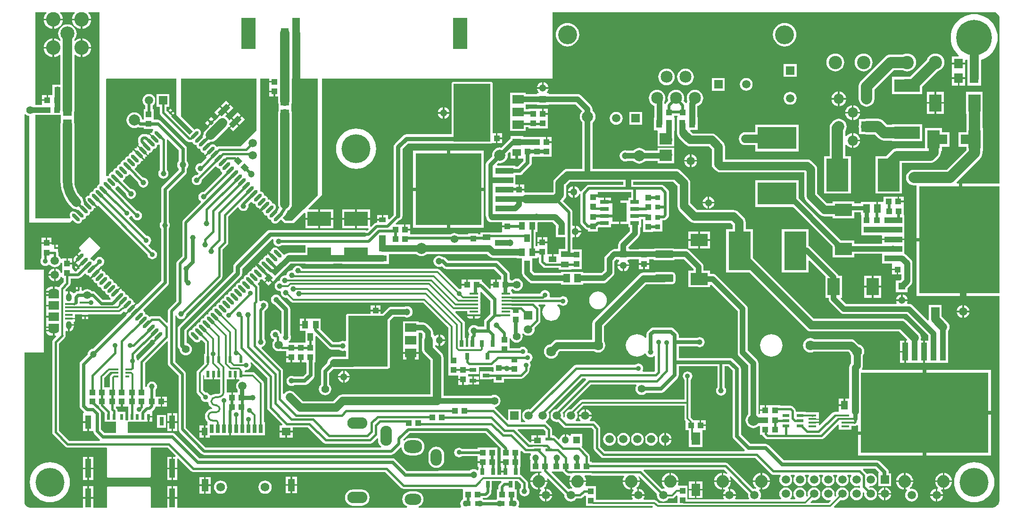
<source format=gtl>
G04*
G04 #@! TF.GenerationSoftware,Altium Limited,Altium Designer,19.1.8 (144)*
G04*
G04 Layer_Physical_Order=1*
G04 Layer_Color=255*
%FSLAX25Y25*%
%MOIN*%
G70*
G01*
G75*
%ADD11C,0.00984*%
%ADD17C,0.01181*%
%ADD23C,0.05906*%
G04:AMPARAMS|DCode=28|XSize=14.17mil|YSize=9.84mil|CornerRadius=0mil|HoleSize=0mil|Usage=FLASHONLY|Rotation=315.000|XOffset=0mil|YOffset=0mil|HoleType=Round|Shape=Rectangle|*
%AMROTATEDRECTD28*
4,1,4,-0.00849,0.00153,-0.00153,0.00849,0.00849,-0.00153,0.00153,-0.00849,-0.00849,0.00153,0.0*
%
%ADD28ROTATEDRECTD28*%

G04:AMPARAMS|DCode=42|XSize=14.17mil|YSize=9.84mil|CornerRadius=0mil|HoleSize=0mil|Usage=FLASHONLY|Rotation=225.000|XOffset=0mil|YOffset=0mil|HoleType=Round|Shape=Rectangle|*
%AMROTATEDRECTD42*
4,1,4,0.00153,0.00849,0.00849,0.00153,-0.00153,-0.00849,-0.00849,-0.00153,0.00153,0.00849,0.0*
%
%ADD42ROTATEDRECTD42*%

%ADD43R,0.00984X0.01417*%
%ADD72R,0.05512X0.14646*%
%ADD73R,0.05512X0.22047*%
%ADD74R,0.10236X0.22047*%
G04:AMPARAMS|DCode=82|XSize=26.2mil|YSize=26.48mil|CornerRadius=0mil|HoleSize=0mil|Usage=FLASHONLY|Rotation=315.000|XOffset=0mil|YOffset=0mil|HoleType=Round|Shape=Rectangle|*
%AMROTATEDRECTD82*
4,1,4,-0.01862,-0.00010,0.00010,0.01862,0.01862,0.00010,-0.00010,-0.01862,-0.01862,-0.00010,0.0*
%
%ADD82ROTATEDRECTD82*%

G04:AMPARAMS|DCode=83|XSize=41.34mil|YSize=86.61mil|CornerRadius=0mil|HoleSize=0mil|Usage=FLASHONLY|Rotation=135.000|XOffset=0mil|YOffset=0mil|HoleType=Round|Shape=Rectangle|*
%AMROTATEDRECTD83*
4,1,4,0.04524,0.01601,-0.01601,-0.04524,-0.04524,-0.01601,0.01601,0.04524,0.04524,0.01601,0.0*
%
%ADD83ROTATEDRECTD83*%

G04:AMPARAMS|DCode=84|XSize=39.37mil|YSize=41.34mil|CornerRadius=0mil|HoleSize=0mil|Usage=FLASHONLY|Rotation=135.000|XOffset=0mil|YOffset=0mil|HoleType=Round|Shape=Rectangle|*
%AMROTATEDRECTD84*
4,1,4,0.02854,0.00070,-0.00070,-0.02854,-0.02854,-0.00070,0.00070,0.02854,0.02854,0.00070,0.0*
%
%ADD84ROTATEDRECTD84*%

%ADD85R,0.03961X0.03773*%
%ADD119C,0.07284*%
%ADD120R,0.07284X0.07284*%
%ADD122C,0.01378*%
%ADD123C,0.01968*%
%ADD124C,0.02362*%
%ADD125C,0.06684*%
%ADD126C,0.02756*%
%ADD127R,0.02362X0.04528*%
%ADD128R,0.08661X0.12992*%
%ADD129R,0.07087X0.07087*%
%ADD130R,0.03937X0.04331*%
%ADD131R,0.04331X0.03937*%
%ADD132R,0.05118X0.05906*%
%ADD133R,0.39764X0.40000*%
%ADD134R,0.12598X0.04213*%
%ADD135R,0.40000X0.39764*%
%ADD136R,0.04213X0.12598*%
%ADD137R,0.08661X0.07874*%
%ADD138R,0.16535X0.10236*%
%ADD139R,0.02559X0.04921*%
%ADD140R,0.04921X0.02559*%
%ADD141R,0.05315X0.01378*%
%ADD142R,0.07480X0.05906*%
%ADD143R,0.07480X0.04724*%
%ADD144R,0.03937X0.05512*%
%ADD145R,0.12402X0.08661*%
%ADD146R,0.08661X0.12402*%
%ADD147R,0.04803X0.03583*%
G04:AMPARAMS|DCode=148|XSize=70.87mil|YSize=23.62mil|CornerRadius=0mil|HoleSize=0mil|Usage=FLASHONLY|Rotation=315.000|XOffset=0mil|YOffset=0mil|HoleType=Round|Shape=Round|*
%AMOVALD148*
21,1,0.04724,0.02362,0.00000,0.00000,315.0*
1,1,0.02362,-0.01670,0.01670*
1,1,0.02362,0.01670,-0.01670*
%
%ADD148OVALD148*%

G04:AMPARAMS|DCode=149|XSize=70.87mil|YSize=23.62mil|CornerRadius=0mil|HoleSize=0mil|Usage=FLASHONLY|Rotation=225.000|XOffset=0mil|YOffset=0mil|HoleType=Round|Shape=Round|*
%AMOVALD149*
21,1,0.04724,0.02362,0.00000,0.00000,225.0*
1,1,0.02362,0.01670,0.01670*
1,1,0.02362,-0.01670,-0.01670*
%
%ADD149OVALD149*%

%ADD150R,0.05512X0.03937*%
%ADD151R,0.05807X0.01496*%
%ADD152R,0.03740X0.03543*%
%ADD153R,0.03543X0.03740*%
%ADD154R,0.05906X0.05118*%
%ADD155R,0.06299X0.07087*%
G04:AMPARAMS|DCode=156|XSize=39.37mil|YSize=43.31mil|CornerRadius=0mil|HoleSize=0mil|Usage=FLASHONLY|Rotation=45.000|XOffset=0mil|YOffset=0mil|HoleType=Round|Shape=Rectangle|*
%AMROTATEDRECTD156*
4,1,4,0.00139,-0.02923,-0.02923,0.00139,-0.00139,0.02923,0.02923,-0.00139,0.00139,-0.02923,0.0*
%
%ADD156ROTATEDRECTD156*%

G04:AMPARAMS|DCode=157|XSize=39.37mil|YSize=43.31mil|CornerRadius=0mil|HoleSize=0mil|Usage=FLASHONLY|Rotation=315.000|XOffset=0mil|YOffset=0mil|HoleType=Round|Shape=Rectangle|*
%AMROTATEDRECTD157*
4,1,4,-0.02923,-0.00139,0.00139,0.02923,0.02923,0.00139,-0.00139,-0.02923,-0.02923,-0.00139,0.0*
%
%ADD157ROTATEDRECTD157*%

G04:AMPARAMS|DCode=158|XSize=61.81mil|YSize=12.6mil|CornerRadius=1.58mil|HoleSize=0mil|Usage=FLASHONLY|Rotation=0.000|XOffset=0mil|YOffset=0mil|HoleType=Round|Shape=RoundedRectangle|*
%AMROUNDEDRECTD158*
21,1,0.06181,0.00945,0,0,0.0*
21,1,0.05866,0.01260,0,0,0.0*
1,1,0.00315,0.02933,-0.00472*
1,1,0.00315,-0.02933,-0.00472*
1,1,0.00315,-0.02933,0.00472*
1,1,0.00315,0.02933,0.00472*
%
%ADD158ROUNDEDRECTD158*%
%ADD159R,0.06299X0.08583*%
%ADD160R,0.07900X0.15000*%
%ADD161R,0.07900X0.05900*%
%ADD162R,0.27559X0.15748*%
%ADD163R,0.15748X0.27559*%
G04:AMPARAMS|DCode=164|XSize=52.76mil|YSize=129.53mil|CornerRadius=6.59mil|HoleSize=0mil|Usage=FLASHONLY|Rotation=90.000|XOffset=0mil|YOffset=0mil|HoleType=Round|Shape=RoundedRectangle|*
%AMROUNDEDRECTD164*
21,1,0.05276,0.11634,0,0,90.0*
21,1,0.03957,0.12953,0,0,90.0*
1,1,0.01319,0.05817,0.01978*
1,1,0.01319,0.05817,-0.01978*
1,1,0.01319,-0.05817,-0.01978*
1,1,0.01319,-0.05817,0.01978*
%
%ADD164ROUNDEDRECTD164*%
%ADD165R,0.04724X0.02165*%
%ADD166R,0.04488X0.05787*%
%ADD167R,0.05787X0.04488*%
%ADD168R,0.06299X0.05512*%
%ADD169R,0.04724X0.08661*%
%ADD170R,0.03937X0.05512*%
%ADD171R,0.02756X0.06299*%
%ADD172R,0.03937X0.09449*%
%ADD173R,0.03937X0.13386*%
%ADD174R,0.03150X0.05906*%
%ADD175R,0.02165X0.03937*%
%ADD176C,0.07874*%
%ADD177C,0.05906*%
%ADD178R,0.03150X0.01378*%
%ADD179C,0.05512*%
%ADD180C,0.04724*%
%ADD181R,0.05118X0.03898*%
%ADD182R,0.05118X0.02323*%
%ADD183R,0.15748X0.23228*%
%ADD184R,0.18110X0.09055*%
%ADD185R,0.09894X0.13394*%
%ADD186R,0.06004X0.02756*%
%ADD187C,0.03150*%
%ADD188C,0.04331*%
%ADD189C,0.01575*%
%ADD190C,0.01260*%
%ADD191C,0.06299*%
%ADD192C,0.07874*%
%ADD193C,0.03937*%
%ADD194C,0.07087*%
%ADD195C,0.01500*%
%ADD196C,0.04724*%
%ADD197C,0.05118*%
%ADD198C,0.05512*%
%ADD199C,0.04528*%
%ADD200C,0.01496*%
%ADD201C,0.06681*%
%ADD202C,0.04921*%
%ADD203C,0.03543*%
%ADD204C,0.20472*%
%ADD205C,0.08858*%
%ADD206C,0.03937*%
%ADD207R,0.05118X0.05118*%
%ADD208C,0.05118*%
%ADD209R,0.05906X0.05906*%
%ADD210R,0.05906X0.05906*%
%ADD211R,0.05118X0.05118*%
%ADD212O,0.03937X0.05709*%
%ADD213O,0.07480X0.03740*%
%ADD214C,0.04331*%
%ADD215C,0.13386*%
%ADD216C,0.08500*%
%ADD217C,0.07028*%
%ADD218C,0.06201*%
%ADD219C,0.25197*%
%ADD220C,0.10236*%
%ADD221C,0.09937*%
%ADD222O,0.14173X0.08268*%
%ADD223O,0.08268X0.14173*%
%ADD224O,0.07874X0.11811*%
%ADD225O,0.12992X0.09055*%
%ADD226O,0.11811X0.07874*%
%ADD227C,0.09449*%
%ADD228C,0.03543*%
G36*
X17199Y352658D02*
X17367Y352187D01*
X17331Y352157D01*
X16495Y351138D01*
X15873Y349975D01*
X15491Y348714D01*
X15419Y347992D01*
X28754D01*
X28683Y348714D01*
X28300Y349975D01*
X27678Y351138D01*
X26842Y352157D01*
X26806Y352187D01*
X26974Y352658D01*
X37199Y352658D01*
X37367Y352187D01*
X37331Y352157D01*
X36495Y351138D01*
X35873Y349975D01*
X35491Y348714D01*
X35419Y347992D01*
X48754D01*
X48683Y348714D01*
X48300Y349975D01*
X47679Y351138D01*
X46842Y352157D01*
X46806Y352187D01*
X46975Y352658D01*
X54626D01*
X54626Y230822D01*
X54502Y230771D01*
X53927Y230329D01*
X53485Y229754D01*
X53207Y229083D01*
X53177Y228855D01*
X53109Y228363D01*
X52617Y228295D01*
X52389Y228265D01*
X51718Y227987D01*
X51143Y227545D01*
X50701Y226970D01*
X50423Y226299D01*
X50329Y225580D01*
X50324Y225576D01*
X49605Y225481D01*
X48935Y225203D01*
X48359Y224762D01*
X47917Y224186D01*
X47640Y223515D01*
X47609Y223287D01*
X47541Y222796D01*
X47049Y222727D01*
X46821Y222697D01*
X46151Y222419D01*
X45575Y221978D01*
X45133Y221402D01*
X44856Y220731D01*
X44761Y220012D01*
X44757Y220008D01*
X44037Y219913D01*
X43613Y219738D01*
X42997Y219919D01*
X42422Y221307D01*
X42232Y221766D01*
X42232Y221766D01*
X41644Y221870D01*
X41543Y221972D01*
X40443Y223227D01*
X39238Y225030D01*
X38279Y226975D01*
X37582Y229028D01*
X37159Y231154D01*
X37027Y233176D01*
X37046Y233318D01*
Y235236D01*
X37046Y273130D01*
X36877Y274413D01*
X36614Y275047D01*
Y277460D01*
Y280858D01*
X36877Y281492D01*
X37046Y282776D01*
Y322233D01*
X37546Y322470D01*
X38350Y321810D01*
X39513Y321188D01*
X40775Y320806D01*
X41496Y320735D01*
Y327402D01*
Y334069D01*
X40775Y333998D01*
X39513Y333615D01*
X38350Y332993D01*
X37546Y332333D01*
X37046Y332570D01*
Y333130D01*
X37554Y333749D01*
X38161Y334885D01*
X38535Y336119D01*
X38662Y337402D01*
X38535Y338684D01*
X38161Y339918D01*
X37554Y341054D01*
X36736Y342051D01*
X35739Y342868D01*
X34603Y343476D01*
X33369Y343850D01*
X32087Y343976D01*
X30804Y343850D01*
X29570Y343476D01*
X28434Y342868D01*
X27437Y342051D01*
X26620Y341054D01*
X26012Y339918D01*
X25638Y338684D01*
X25512Y337402D01*
X25638Y336119D01*
X26012Y334885D01*
X26620Y333749D01*
X27128Y333130D01*
Y332570D01*
X26628Y332333D01*
X25823Y332993D01*
X24660Y333615D01*
X23399Y333998D01*
X22677Y334069D01*
Y327402D01*
Y320735D01*
X23399Y320806D01*
X24660Y321188D01*
X25823Y321810D01*
X26628Y322470D01*
X27128Y322234D01*
Y301197D01*
X25853D01*
X24996Y301310D01*
X24139Y301197D01*
X21441D01*
Y297878D01*
X21422Y297736D01*
X21434Y297646D01*
Y293898D01*
X18504D01*
Y290354D01*
X17913D01*
Y289764D01*
X14173D01*
Y286940D01*
X9547D01*
X9547Y352658D01*
X17199D01*
D02*
G37*
G36*
X687963Y352480D02*
X688805Y352132D01*
X689563Y351625D01*
X690207Y350981D01*
X690713Y350223D01*
X691062Y349381D01*
X691184Y348767D01*
X691240Y348034D01*
Y348032D01*
X691240Y348032D01*
X691240Y348032D01*
X691240Y231299D01*
X664665Y231299D01*
X664665Y229331D01*
Y229331D01*
X690945Y229331D01*
D01*
X691240D01*
X691240Y153642D01*
X667913D01*
X667913Y151673D01*
X691240Y151673D01*
X691240Y6732D01*
X691169Y6211D01*
X690842Y5210D01*
X690342Y4284D01*
X689685Y3461D01*
X688891Y2770D01*
X687988Y2230D01*
X687002Y1861D01*
X686209Y1717D01*
X685440Y1673D01*
X574407D01*
X574106Y2401D01*
X578743Y7038D01*
X578818Y7006D01*
X580000Y6851D01*
X581182Y7006D01*
X582283Y7463D01*
X583229Y8188D01*
X583955Y9134D01*
X584411Y10235D01*
X584567Y11417D01*
X584411Y12599D01*
X583955Y13701D01*
X583229Y14646D01*
X582283Y15372D01*
X581182Y15828D01*
X580000Y15984D01*
X578818Y15828D01*
X577717Y15372D01*
X576771Y14646D01*
X576045Y13701D01*
X575589Y12599D01*
X575433Y11417D01*
X575589Y10235D01*
X575620Y10160D01*
X574958Y9497D01*
X574290Y9943D01*
X574411Y10235D01*
X574567Y11417D01*
X574411Y12599D01*
X573955Y13701D01*
X573229Y14646D01*
X572283Y15372D01*
X571182Y15828D01*
X570000Y15984D01*
X568818Y15828D01*
X567717Y15372D01*
X566771Y14646D01*
X566045Y13701D01*
X565589Y12599D01*
X565433Y11417D01*
X565589Y10235D01*
X566045Y9134D01*
X566771Y8188D01*
X567717Y7463D01*
X568818Y7006D01*
X570000Y6851D01*
X571182Y7006D01*
X571474Y7127D01*
X571920Y6460D01*
X570424Y4964D01*
X557697D01*
X557396Y5691D01*
X558743Y7038D01*
X558818Y7006D01*
X560000Y6851D01*
X561182Y7006D01*
X562283Y7463D01*
X563229Y8188D01*
X563955Y9134D01*
X564411Y10235D01*
X564567Y11417D01*
X564411Y12599D01*
X563955Y13701D01*
X563229Y14646D01*
X562283Y15372D01*
X561182Y15828D01*
X560000Y15984D01*
X558818Y15828D01*
X557717Y15372D01*
X556771Y14646D01*
X556045Y13701D01*
X555589Y12599D01*
X555433Y11417D01*
X555589Y10235D01*
X555620Y10160D01*
X554957Y9497D01*
X554290Y9943D01*
X554411Y10235D01*
X554567Y11417D01*
X554411Y12599D01*
X553955Y13701D01*
X553229Y14646D01*
X552283Y15372D01*
X551182Y15828D01*
X550000Y15984D01*
X548818Y15828D01*
X547717Y15372D01*
X546771Y14646D01*
X546045Y13701D01*
X545589Y12599D01*
X545433Y11417D01*
X545589Y10235D01*
X546045Y9134D01*
X546753Y8212D01*
X546737Y8101D01*
X546473Y7424D01*
X543527D01*
X543263Y8101D01*
X543247Y8212D01*
X543955Y9134D01*
X544411Y10235D01*
X544567Y11417D01*
X544411Y12599D01*
X543955Y13701D01*
X543229Y14646D01*
X542283Y15372D01*
X541182Y15828D01*
X540000Y15984D01*
X538818Y15828D01*
X537717Y15372D01*
X536771Y14646D01*
X536045Y13701D01*
X535589Y12599D01*
X535433Y11417D01*
X535589Y10235D01*
X536045Y9134D01*
X536753Y8212D01*
X536737Y8101D01*
X536473Y7424D01*
X522127D01*
X521779Y8130D01*
X521869Y8248D01*
X522326Y9350D01*
X522481Y10531D01*
X522326Y11713D01*
X521869Y12815D01*
X521144Y13761D01*
X521079Y13810D01*
X521445Y14522D01*
X521659Y14457D01*
X522245Y14399D01*
Y19783D01*
X516861D01*
X516919Y19197D01*
X517262Y18065D01*
X517820Y17022D01*
X518570Y16108D01*
X519008Y15748D01*
X518682Y14997D01*
X517915Y15098D01*
X516889Y14963D01*
X499047Y32805D01*
X498265Y33327D01*
X497344Y33511D01*
X402756D01*
Y34350D01*
X401424D01*
Y37992D01*
X401241Y38914D01*
X400719Y39695D01*
X395729Y44685D01*
X396055Y45472D01*
X396260D01*
Y53740D01*
X387992D01*
Y52816D01*
X387205Y52549D01*
X387200Y52555D01*
X386337Y53217D01*
X385331Y53634D01*
X384842Y53698D01*
Y49606D01*
X383661D01*
Y53698D01*
X383173Y53634D01*
X382167Y53217D01*
X381304Y52555D01*
X380641Y51691D01*
X380224Y50685D01*
X380177Y50327D01*
X379346Y50044D01*
X377550Y51841D01*
X376768Y52363D01*
X376476Y52421D01*
Y52874D01*
X374751D01*
Y56928D01*
X374568Y57850D01*
X374046Y58632D01*
X371230Y61447D01*
X370449Y61969D01*
X370376Y61984D01*
X370295Y62803D01*
X370472Y62876D01*
X371418Y63602D01*
X372144Y64547D01*
X372600Y65649D01*
X372756Y66831D01*
X372600Y68013D01*
X372144Y69114D01*
X372136Y69124D01*
X396175Y93162D01*
X398387D01*
X398713Y92375D01*
X377667Y71329D01*
X377007Y71242D01*
X375906Y70785D01*
X374960Y70060D01*
X374234Y69114D01*
X373778Y68013D01*
X373622Y66831D01*
X373778Y65649D01*
X374234Y64547D01*
X374960Y63602D01*
X375906Y62876D01*
X377007Y62420D01*
X378189Y62264D01*
X379215Y62399D01*
X382757Y58857D01*
X383538Y58335D01*
X384460Y58152D01*
X402615D01*
X404088Y56679D01*
Y43799D01*
X404271Y42878D01*
X404793Y42096D01*
X409321Y37569D01*
X410102Y37047D01*
X411024Y36863D01*
X518294D01*
X529399Y25758D01*
X530181Y25236D01*
X531102Y25052D01*
X536090D01*
X536478Y24265D01*
X536045Y23701D01*
X535589Y22599D01*
X535433Y21417D01*
X535589Y20235D01*
X536045Y19134D01*
X536771Y18188D01*
X537717Y17462D01*
X538818Y17006D01*
X540000Y16851D01*
X541182Y17006D01*
X542283Y17462D01*
X543229Y18188D01*
X543955Y19134D01*
X544411Y20235D01*
X544567Y21417D01*
X544411Y22599D01*
X543955Y23701D01*
X543522Y24265D01*
X543910Y25052D01*
X546090D01*
X546478Y24265D01*
X546045Y23701D01*
X545589Y22599D01*
X545433Y21417D01*
X545589Y20235D01*
X546045Y19134D01*
X546771Y18188D01*
X547717Y17462D01*
X548818Y17006D01*
X550000Y16851D01*
X551182Y17006D01*
X552283Y17462D01*
X553229Y18188D01*
X553955Y19134D01*
X554411Y20235D01*
X554567Y21417D01*
X554411Y22599D01*
X553955Y23701D01*
X553522Y24265D01*
X553910Y25052D01*
X556090D01*
X556478Y24265D01*
X556045Y23701D01*
X555589Y22599D01*
X555433Y21417D01*
X555589Y20235D01*
X556045Y19134D01*
X556771Y18188D01*
X557717Y17462D01*
X558818Y17006D01*
X560000Y16851D01*
X561182Y17006D01*
X562283Y17462D01*
X563229Y18188D01*
X563955Y19134D01*
X564411Y20235D01*
X564567Y21417D01*
X564411Y22599D01*
X563955Y23701D01*
X563522Y24265D01*
X563910Y25052D01*
X566090D01*
X566478Y24265D01*
X566045Y23701D01*
X565589Y22599D01*
X565433Y21417D01*
X565589Y20235D01*
X566045Y19134D01*
X566771Y18188D01*
X567717Y17462D01*
X568818Y17006D01*
X570000Y16851D01*
X571182Y17006D01*
X572283Y17462D01*
X573229Y18188D01*
X573955Y19134D01*
X574411Y20235D01*
X574567Y21417D01*
X574411Y22599D01*
X573955Y23701D01*
X573522Y24265D01*
X573910Y25052D01*
X576090D01*
X576478Y24265D01*
X576045Y23701D01*
X575589Y22599D01*
X575433Y21417D01*
X575589Y20235D01*
X576045Y19134D01*
X576771Y18188D01*
X577717Y17462D01*
X578818Y17006D01*
X580000Y16851D01*
X581182Y17006D01*
X582283Y17462D01*
X583229Y18188D01*
X583955Y19134D01*
X584411Y20235D01*
X584567Y21417D01*
X584411Y22599D01*
X583955Y23701D01*
X583522Y24265D01*
X583910Y25052D01*
X586090D01*
X586478Y24265D01*
X586045Y23701D01*
X585589Y22599D01*
X585433Y21417D01*
X585589Y20235D01*
X586045Y19134D01*
X586771Y18188D01*
X587717Y17462D01*
X588818Y17006D01*
X590000Y16851D01*
X591182Y17006D01*
X591784Y17256D01*
X592537Y16753D01*
X592589Y15985D01*
X591954Y15509D01*
X591182Y15828D01*
X590000Y15984D01*
X588818Y15828D01*
X587717Y15372D01*
X586771Y14646D01*
X586045Y13701D01*
X585589Y12599D01*
X585433Y11417D01*
X585589Y10235D01*
X586045Y9134D01*
X586771Y8188D01*
X587717Y7463D01*
X588818Y7006D01*
X590000Y6851D01*
X591182Y7006D01*
X592283Y7463D01*
X593229Y8188D01*
X593955Y9134D01*
X594411Y10235D01*
X594567Y11417D01*
X594470Y12152D01*
X595212Y12548D01*
X595544Y12256D01*
X595433Y11417D01*
X595589Y10235D01*
X596045Y9134D01*
X596771Y8188D01*
X597717Y7463D01*
X598818Y7006D01*
X600000Y6851D01*
X601182Y7006D01*
X602283Y7463D01*
X603229Y8188D01*
X603955Y9134D01*
X604411Y10235D01*
X604567Y11417D01*
X604411Y12599D01*
X603955Y13701D01*
X603229Y14646D01*
X602283Y15372D01*
X601182Y15828D01*
X600000Y15984D01*
X599162Y15874D01*
X598869Y16205D01*
X599265Y16948D01*
X600000Y16851D01*
X601182Y17006D01*
X602283Y17462D01*
X603229Y18188D01*
X603955Y19134D01*
X604411Y20235D01*
X604567Y21417D01*
X604411Y22599D01*
X603955Y23701D01*
X603229Y24646D01*
X602283Y25372D01*
X601182Y25828D01*
X600000Y25984D01*
X598818Y25828D01*
X598015Y25496D01*
X597489Y25517D01*
X597009Y25822D01*
X596683Y26309D01*
X594612Y28381D01*
X594913Y29108D01*
X603294D01*
X605761Y26641D01*
X605472Y25945D01*
X605473D01*
Y16890D01*
X614528D01*
Y25945D01*
X612821D01*
Y26772D01*
X612719Y27542D01*
X612422Y28261D01*
X611948Y28878D01*
X611948Y28878D01*
X606634Y34192D01*
X606017Y34666D01*
X605298Y34963D01*
X604528Y35065D01*
X538635D01*
X527795Y45905D01*
X527178Y46378D01*
X526460Y46676D01*
X525689Y46777D01*
X515112D01*
X508293Y53596D01*
Y100000D01*
X508192Y100771D01*
X507894Y101489D01*
X507421Y102106D01*
X507421Y102106D01*
X502697Y106830D01*
X502080Y107304D01*
X501361Y107601D01*
X500591Y107703D01*
X464297D01*
Y115919D01*
X477195D01*
X477347Y115803D01*
X478209Y115446D01*
X479134Y115324D01*
X480059Y115446D01*
X480921Y115803D01*
X481661Y116370D01*
X482229Y117111D01*
X482586Y117973D01*
X482708Y118898D01*
X482586Y119823D01*
X482229Y120685D01*
X481661Y121425D01*
X480921Y121993D01*
X480059Y122350D01*
X479134Y122471D01*
X478209Y122350D01*
X477347Y121993D01*
X477195Y121876D01*
X464297D01*
Y123819D01*
X464196Y124590D01*
X463898Y125308D01*
X463425Y125925D01*
X460866Y128484D01*
X460249Y128957D01*
X459531Y129255D01*
X458760Y129356D01*
X446457D01*
X445686Y129255D01*
X444968Y128957D01*
X444351Y128484D01*
X444351Y128484D01*
X442382Y126515D01*
X441909Y125899D01*
X441611Y125180D01*
X441510Y124409D01*
Y122163D01*
X440723Y121881D01*
X440437Y122229D01*
X439238Y123213D01*
X437870Y123944D01*
X436386Y124394D01*
X434842Y124546D01*
X433299Y124394D01*
X431815Y123944D01*
X430447Y123213D01*
X429248Y122229D01*
X428264Y121030D01*
X427533Y119662D01*
X427082Y118177D01*
X426930Y116634D01*
X427082Y115090D01*
X427533Y113606D01*
X428264Y112238D01*
X429248Y111039D01*
X430447Y110055D01*
X431815Y109324D01*
X433299Y108874D01*
X434842Y108722D01*
X436386Y108874D01*
X437870Y109324D01*
X439238Y110055D01*
X440243Y110880D01*
X440514Y110882D01*
X440885Y110788D01*
X441135Y110648D01*
X441393Y110024D01*
X441961Y109284D01*
X442701Y108716D01*
X443563Y108359D01*
X444488Y108237D01*
X445413Y108359D01*
X446275Y108716D01*
X446804Y109122D01*
X447492Y108864D01*
X447591Y108777D01*
Y98635D01*
X446936Y97979D01*
X439185D01*
X438863Y98518D01*
X438775Y98767D01*
X439087Y99520D01*
X439202Y100394D01*
X439087Y101267D01*
X438750Y102081D01*
X438213Y102780D01*
X437514Y103317D01*
X436700Y103654D01*
X435827Y103769D01*
X434953Y103654D01*
X434139Y103317D01*
X433468Y102802D01*
X391653D01*
X390732Y102619D01*
X389950Y102097D01*
X359127Y71274D01*
X358189Y71397D01*
X357007Y71242D01*
X355906Y70785D01*
X354960Y70060D01*
X354234Y69114D01*
X353778Y68013D01*
X353622Y66831D01*
X353778Y65649D01*
X354234Y64547D01*
X354960Y63602D01*
X355822Y62940D01*
X355812Y62654D01*
X355600Y62153D01*
X353442D01*
X352716Y62303D01*
Y71358D01*
X343661D01*
Y63923D01*
X342934Y63622D01*
X334676Y71880D01*
X334289Y72139D01*
X334480Y72958D01*
X335137Y73045D01*
X336190Y73481D01*
X337095Y74175D01*
X337789Y75080D01*
X338225Y76133D01*
X338374Y77264D01*
X338225Y78394D01*
X337789Y79448D01*
X337095Y80352D01*
X336190Y81047D01*
X335137Y81483D01*
X334006Y81632D01*
X332875Y81483D01*
X331822Y81047D01*
X331550Y80838D01*
X297972D01*
Y107874D01*
X297816Y109056D01*
X297360Y110157D01*
X296635Y111103D01*
X296635Y111103D01*
X291950Y115788D01*
X292023Y116543D01*
X292705Y116864D01*
X293092Y116566D01*
X294098Y116150D01*
X294587Y116085D01*
Y120177D01*
Y124269D01*
X294098Y124205D01*
X293092Y123788D01*
X292229Y123126D01*
X292224Y123120D01*
X291437Y123387D01*
Y124311D01*
X290680D01*
Y125886D01*
X290680Y125886D01*
X290558Y126811D01*
X290201Y127673D01*
X289633Y128413D01*
X286340Y131706D01*
X285600Y132274D01*
X284738Y132631D01*
X283813Y132753D01*
X280424D01*
Y133704D01*
X269375D01*
Y124654D01*
Y115654D01*
Y111769D01*
X274900D01*
X280424D01*
Y115654D01*
Y124654D01*
Y125605D01*
X282333D01*
X282936Y125002D01*
X283169Y124311D01*
X283169D01*
Y122028D01*
X282892Y121359D01*
X282736Y120177D01*
Y113976D01*
X282892Y112794D01*
X283348Y111693D01*
X284074Y110747D01*
X288839Y105982D01*
Y81830D01*
X226772D01*
X225590Y81675D01*
X224488Y81219D01*
X223543Y80493D01*
X220057Y77008D01*
X198644D01*
X192501Y83150D01*
X191555Y83876D01*
X190454Y84332D01*
X189272Y84488D01*
X188090Y84332D01*
X186988Y83876D01*
X186043Y83150D01*
X185381Y82288D01*
X185095Y82298D01*
X184593Y82510D01*
Y98524D01*
X184410Y99445D01*
X183888Y100227D01*
X169397Y114718D01*
X169737Y115491D01*
X170488Y115803D01*
X171228Y116370D01*
X171796Y117111D01*
X172153Y117973D01*
X172275Y118898D01*
X172153Y119823D01*
X171796Y120685D01*
X171282Y121354D01*
Y140563D01*
X172494Y141776D01*
X172570Y141874D01*
X173196Y142355D01*
X173764Y143095D01*
X174121Y143957D01*
X174243Y144882D01*
X174121Y145807D01*
X173764Y146669D01*
X173196Y147409D01*
X172456Y147977D01*
X171594Y148334D01*
X170669Y148456D01*
X169744Y148334D01*
X168882Y147977D01*
X168649Y147798D01*
X167861Y148186D01*
Y157778D01*
X167678Y158699D01*
X167156Y159481D01*
X166761Y159876D01*
X166945Y160805D01*
X166967Y160814D01*
X167543Y161255D01*
X167984Y161831D01*
X168262Y162501D01*
X168357Y163221D01*
X169081Y163320D01*
X169720Y163585D01*
X171402Y161903D01*
X174047Y164547D01*
X174464Y164130D01*
X174882Y164547D01*
X177387Y162042D01*
X179058Y163712D01*
X182099Y166754D01*
X182370Y166961D01*
X189805Y174396D01*
X200295D01*
Y174331D01*
X219980D01*
Y174396D01*
X226279D01*
Y174331D01*
X245965D01*
Y174337D01*
X254870D01*
X255020Y174317D01*
X255421Y174370D01*
X259488D01*
Y181344D01*
X278576D01*
X279701Y180481D01*
X281041Y179925D01*
X282480Y179736D01*
X283919Y179925D01*
X285260Y180481D01*
X286411Y181364D01*
X286426Y181383D01*
X328650D01*
X330165Y179869D01*
X330987Y179238D01*
X331945Y178841D01*
X332972Y178706D01*
X349803D01*
Y178347D01*
X352756D01*
X353543Y178346D01*
Y174248D01*
X353513Y174016D01*
Y167913D01*
X353635Y166988D01*
X353992Y166127D01*
X354559Y165386D01*
X358300Y161646D01*
X359040Y161078D01*
X359902Y160721D01*
X360827Y160599D01*
X381102D01*
Y159646D01*
X396850D01*
Y160599D01*
X411221D01*
X412146Y160721D01*
X413007Y161078D01*
X413748Y161646D01*
X417881Y165780D01*
X417881Y165780D01*
X418449Y166520D01*
X418807Y167382D01*
X418928Y168307D01*
X418928Y168307D01*
Y176177D01*
X420276Y177525D01*
X421063Y177380D01*
Y177067D01*
X421987D01*
X422254Y176280D01*
X422249Y176275D01*
X421586Y175412D01*
X421169Y174406D01*
X421105Y173917D01*
X425197D01*
X429289D01*
X429224Y174406D01*
X428808Y175412D01*
X428145Y176275D01*
X428139Y176280D01*
X428407Y177067D01*
X429331D01*
Y177529D01*
X436221D01*
Y174902D01*
X443307D01*
Y177627D01*
X446433D01*
X446509Y177513D01*
X447248Y177019D01*
X448120Y176846D01*
X459754D01*
X460626Y177019D01*
X461365Y177513D01*
X461507Y177725D01*
X467909D01*
X474773Y170862D01*
Y169587D01*
X470965D01*
Y157776D01*
X486516D01*
Y159285D01*
X487303Y159611D01*
X505973Y140941D01*
Y111516D01*
X506095Y110591D01*
X506452Y109729D01*
X507020Y108989D01*
X513552Y102457D01*
Y67788D01*
X513195Y67514D01*
X512311Y66362D01*
X511756Y65022D01*
X511567Y63583D01*
X511756Y62144D01*
X512311Y60803D01*
X513195Y59652D01*
X514346Y58768D01*
X515687Y58213D01*
X517126Y58023D01*
X518565Y58213D01*
X519906Y58768D01*
X521057Y59652D01*
X521063Y59659D01*
X521850Y59392D01*
Y53347D01*
X523457D01*
X523562Y52819D01*
X524084Y52037D01*
X525266Y50856D01*
X526047Y50334D01*
X526968Y50151D01*
X565256D01*
X566178Y50334D01*
X566959Y50856D01*
X576735Y60632D01*
X577463Y60331D01*
Y57028D01*
X586419D01*
Y59541D01*
X588282D01*
X588484Y59501D01*
X589406Y59684D01*
X590187Y60206D01*
X590256Y60275D01*
X591043Y59949D01*
Y55512D01*
X593012Y55512D01*
X593012Y68922D01*
X593018Y68972D01*
X593146Y69941D01*
Y97146D01*
X636909D01*
Y97147D01*
Y99114D01*
X594216Y99114D01*
X593828Y99902D01*
X593965Y100081D01*
X594382Y101086D01*
X594524Y102165D01*
X594524Y102165D01*
Y109378D01*
X594799Y109737D01*
X595312Y110975D01*
X595487Y112303D01*
X595312Y113631D01*
X594799Y114869D01*
X593984Y115932D01*
X592921Y116748D01*
X591683Y117261D01*
X591558Y117277D01*
X589112Y119723D01*
X588208Y120417D01*
X587154Y120853D01*
X586024Y121002D01*
X559950D01*
X559850Y121079D01*
X558612Y121591D01*
X557283Y121766D01*
X555955Y121591D01*
X554717Y121079D01*
X553654Y120263D01*
X552839Y119200D01*
X552326Y117962D01*
X552151Y116634D01*
X552326Y115305D01*
X552839Y114068D01*
X553654Y113005D01*
X554717Y112189D01*
X555955Y111676D01*
X557283Y111501D01*
X558612Y111676D01*
X559850Y112189D01*
X559950Y112266D01*
X584214D01*
X585380Y111100D01*
X585397Y110975D01*
X585910Y109737D01*
X586185Y109378D01*
Y103892D01*
X586028Y103736D01*
X585365Y102872D01*
X584949Y101866D01*
X584807Y100787D01*
X584807Y100787D01*
Y78740D01*
X582087D01*
Y74213D01*
X581496D01*
Y73622D01*
X577362D01*
Y69685D01*
X576695Y69396D01*
X574808D01*
X574606Y69436D01*
X573685Y69253D01*
X572903Y68731D01*
X564073Y59900D01*
X563285Y60226D01*
Y61673D01*
X558807D01*
Y62500D01*
X563285D01*
Y63878D01*
X558807D01*
Y64655D01*
X559054Y64705D01*
X563285D01*
Y64705D01*
Y69350D01*
X559046D01*
X558807Y69398D01*
X558787Y69394D01*
X554134D01*
Y69587D01*
X547055D01*
Y70276D01*
X546875Y71183D01*
X546361Y71952D01*
X545180Y73133D01*
X544411Y73647D01*
X543504Y73827D01*
X536024D01*
Y74213D01*
X526181D01*
Y70669D01*
X525591D01*
Y70079D01*
X521850D01*
Y68289D01*
X521063Y67889D01*
X520700Y68155D01*
Y103937D01*
X520578Y104862D01*
X520221Y105724D01*
X519653Y106464D01*
X513121Y112996D01*
Y142421D01*
X512999Y143346D01*
X512642Y144208D01*
X512074Y144948D01*
X512074Y144948D01*
X490814Y166208D01*
X490074Y166776D01*
X489212Y167133D01*
X488287Y167255D01*
X486516D01*
Y169587D01*
X481920D01*
Y172343D01*
X481799Y173267D01*
X481441Y174129D01*
X480874Y174870D01*
X471917Y183826D01*
X471177Y184394D01*
X470315Y184751D01*
X469390Y184873D01*
X461093D01*
X460626Y185185D01*
X459754Y185359D01*
X448120D01*
X447248Y185185D01*
X446634Y184775D01*
X438976D01*
X438744Y184744D01*
X436221D01*
Y184676D01*
X429331D01*
Y185335D01*
X428682D01*
X428676Y186122D01*
X435893Y193339D01*
X436461Y194079D01*
X436818Y194941D01*
X436940Y195866D01*
Y200374D01*
X437793D01*
Y205815D01*
X439075D01*
Y203543D01*
Y196850D01*
X446161D01*
Y197244D01*
X452756D01*
Y203150D01*
X452756Y203937D01*
X452756D01*
Y203937D01*
X452756D01*
Y205096D01*
X453642D01*
X454310Y205184D01*
X454932Y205442D01*
X455467Y205852D01*
X456648Y207033D01*
X457058Y207568D01*
X457316Y208190D01*
X457404Y208858D01*
Y214370D01*
Y225000D01*
X457316Y225668D01*
X457058Y226291D01*
X456648Y226825D01*
X453892Y229581D01*
X453358Y229991D01*
X452735Y230249D01*
X452067Y230337D01*
X432216D01*
Y232441D01*
X460510D01*
X463445Y229506D01*
Y215256D01*
X463601Y214074D01*
X464057Y212973D01*
X464783Y212027D01*
X472165Y204645D01*
X473110Y203919D01*
X474212Y203463D01*
X475394Y203307D01*
X501160D01*
X502520Y201947D01*
Y198917D01*
X497835D01*
Y168209D01*
X514310D01*
X554743Y127775D01*
X555689Y127049D01*
X556790Y126593D01*
X557972Y126437D01*
X620057D01*
X625787Y120708D01*
X625486Y119980D01*
X624979D01*
Y112106D01*
Y104232D01*
X637198D01*
Y112106D01*
Y119980D01*
X635872D01*
X635493Y120548D01*
X635475Y120768D01*
X635623Y121896D01*
X635468Y123078D01*
X635011Y124179D01*
X634286Y125125D01*
X625178Y134233D01*
X624232Y134959D01*
X623131Y135415D01*
X621949Y135571D01*
X559864D01*
X516732Y178702D01*
Y198917D01*
X511653D01*
Y203839D01*
X511498Y205020D01*
X511041Y206122D01*
X510316Y207068D01*
X506280Y211103D01*
X505335Y211829D01*
X504233Y212285D01*
X503051Y212441D01*
X477285D01*
X472578Y217147D01*
Y231398D01*
X472423Y232580D01*
X471967Y233681D01*
X471241Y234627D01*
X465631Y240237D01*
X464685Y240963D01*
X463584Y241419D01*
X462402Y241575D01*
X403279D01*
Y274187D01*
X403833Y274612D01*
X404716Y275764D01*
X405271Y277104D01*
X405461Y278543D01*
X405271Y279982D01*
X404716Y281323D01*
X403833Y282474D01*
X403279Y282899D01*
Y284055D01*
X403157Y284980D01*
X402800Y285842D01*
X402232Y286582D01*
X395342Y293472D01*
X394602Y294040D01*
X393740Y294397D01*
X392815Y294519D01*
X372342D01*
Y295079D01*
X371418D01*
X371151Y295866D01*
X371157Y295871D01*
X371820Y296734D01*
X372236Y297740D01*
X372300Y298228D01*
X368209D01*
X364117D01*
X364181Y297740D01*
X364598Y296734D01*
X365260Y295871D01*
X365266Y295866D01*
X364999Y295079D01*
X364075D01*
Y294541D01*
X356212D01*
Y295515D01*
X345163D01*
Y286465D01*
Y277465D01*
Y268465D01*
X356212D01*
Y271252D01*
X357973D01*
Y270079D01*
X364665D01*
Y270079D01*
X371752D01*
Y276772D01*
Y279921D01*
X368209D01*
Y280512D01*
X367618D01*
Y284252D01*
X365059D01*
Y284252D01*
X357973D01*
Y283832D01*
X356212D01*
Y287393D01*
X364075D01*
Y286811D01*
X372342D01*
Y287371D01*
X391335D01*
X395987Y282719D01*
X395971Y282474D01*
X395087Y281323D01*
X394532Y279982D01*
X394342Y278543D01*
X394532Y277104D01*
X395087Y275764D01*
X395971Y274612D01*
X396131Y274489D01*
Y241575D01*
X385630D01*
X384448Y241419D01*
X383347Y240963D01*
X382401Y240237D01*
X376987Y234824D01*
X376262Y233878D01*
X375805Y232776D01*
X375650Y231594D01*
Y225022D01*
X375471Y224842D01*
X356299D01*
X355710Y224765D01*
X355118Y225284D01*
Y226378D01*
X351575D01*
Y226969D01*
X350984D01*
Y230709D01*
X348864D01*
Y237284D01*
X351876D01*
X352647Y237386D01*
X353365Y237683D01*
X353982Y238156D01*
X359586Y243760D01*
X360059Y244377D01*
X360357Y245095D01*
X360408Y245481D01*
X360458Y245866D01*
X360458Y245866D01*
Y249480D01*
X360630Y250197D01*
X374409D01*
Y256890D01*
Y260039D01*
X370866D01*
Y260630D01*
X370276D01*
Y264370D01*
X361024D01*
Y264370D01*
X354331D01*
Y264764D01*
X345276D01*
Y263119D01*
X344703Y262679D01*
X338749Y256726D01*
X337894Y256839D01*
X336455Y256649D01*
X335114Y256094D01*
X333963Y255211D01*
X333079Y254059D01*
X332524Y252718D01*
X332334Y251279D01*
X332447Y250424D01*
X328856Y246833D01*
X328351Y246175D01*
X328034Y245409D01*
X327926Y244587D01*
Y208563D01*
X328034Y207741D01*
X328351Y206975D01*
X328423Y206881D01*
X328462Y206583D01*
X328839Y205673D01*
X329439Y204892D01*
X330220Y204292D01*
X331130Y203915D01*
X332106Y203787D01*
X339469D01*
Y201476D01*
X343012D01*
Y200295D01*
X339469D01*
Y197146D01*
X339469D01*
X339211Y196465D01*
X332894D01*
Y196614D01*
X324232D01*
Y195298D01*
X322539D01*
Y196043D01*
X315453D01*
Y195298D01*
X308304D01*
X307893Y195614D01*
X306839Y196050D01*
X305709Y196199D01*
X304578Y196050D01*
X303525Y195614D01*
X303113Y195298D01*
X274409D01*
Y198031D01*
X270669D01*
Y198622D01*
X270079D01*
Y202165D01*
X264325D01*
X264023Y202893D01*
X266392Y205261D01*
X266669Y205298D01*
X267435Y205615D01*
X268093Y206120D01*
X268598Y206778D01*
X268915Y207544D01*
X269023Y208366D01*
Y255771D01*
X272969Y259717D01*
X304338D01*
X304602Y259540D01*
X305217Y259418D01*
X331201D01*
X331815Y259540D01*
X332120Y259744D01*
X335039D01*
Y263287D01*
Y266831D01*
X332806D01*
Y301772D01*
X332684Y302386D01*
X332336Y302907D01*
X331815Y303255D01*
X331201Y303377D01*
X305217D01*
X304602Y303255D01*
X304081Y302907D01*
X303733Y302386D01*
X303611Y301772D01*
Y266071D01*
X271654D01*
X270831Y265962D01*
X270065Y265645D01*
X269407Y265140D01*
X263600Y259333D01*
X263095Y258675D01*
X262778Y257909D01*
X262670Y257087D01*
Y208840D01*
X259625Y205795D01*
X258898Y206096D01*
Y209016D01*
X255512D01*
Y205650D01*
X254921D01*
Y205059D01*
X250945D01*
Y203467D01*
X250787D01*
X250119Y203379D01*
X249497Y203121D01*
X248962Y202711D01*
X246692Y200441D01*
X245965Y200742D01*
Y205630D01*
X236713D01*
Y199528D01*
X244750D01*
X245052Y198800D01*
X244730Y198479D01*
X244730Y198479D01*
X244108Y197857D01*
X243709D01*
X243616Y197928D01*
X242850Y198246D01*
X242028Y198354D01*
X175335D01*
X174512Y198246D01*
X173746Y197928D01*
X173088Y197424D01*
X150273Y174609D01*
X149768Y173951D01*
X149451Y173184D01*
X149343Y172362D01*
Y168993D01*
X110943Y130593D01*
X110438Y129935D01*
X110120Y129169D01*
X110012Y128347D01*
Y116437D01*
X110120Y115615D01*
X110438Y114849D01*
X110943Y114191D01*
X111399Y113734D01*
X111529Y112747D01*
X111965Y111694D01*
X112659Y110789D01*
X113564Y110095D01*
X114618Y109659D01*
X115748Y109510D01*
X116879Y109659D01*
X117932Y110095D01*
X118837Y110789D01*
X119531Y111694D01*
X119967Y112747D01*
X120116Y113878D01*
X119967Y115008D01*
X119531Y116062D01*
X118837Y116967D01*
X117932Y117661D01*
X116879Y118097D01*
X116366Y118165D01*
Y127031D01*
X154766Y165431D01*
X155271Y166089D01*
X155588Y166855D01*
X155696Y167677D01*
Y171046D01*
X176651Y192000D01*
X177478D01*
X177915Y191346D01*
X177847Y191181D01*
X177725Y190256D01*
X177847Y189331D01*
X178204Y188469D01*
X178772Y187729D01*
X179512Y187161D01*
X180374Y186804D01*
X181299Y186682D01*
X182224Y186804D01*
X183086Y187161D01*
X183756Y187675D01*
X200295D01*
Y182140D01*
X188622D01*
X187620Y182008D01*
X186687Y181621D01*
X185885Y181006D01*
X185720Y180791D01*
X185620Y180772D01*
X184842Y180941D01*
X184688Y181314D01*
X184246Y181890D01*
X180905Y185230D01*
X180330Y185672D01*
X179659Y185950D01*
X178940Y186045D01*
X178220Y185950D01*
X177550Y185672D01*
X176974Y185230D01*
X176533Y184655D01*
X176255Y183984D01*
X176160Y183265D01*
X175437Y183166D01*
X174766Y182888D01*
X174663Y182809D01*
X178244Y179228D01*
X177409Y178393D01*
X173828Y181974D01*
X173749Y181871D01*
X173471Y181200D01*
X173376Y180481D01*
X172653Y180382D01*
X171982Y180104D01*
X171407Y179663D01*
X170965Y179087D01*
X170687Y178417D01*
X170589Y177697D01*
X169869Y177598D01*
X169198Y177320D01*
X168623Y176879D01*
X168181Y176303D01*
X167903Y175633D01*
X167809Y174913D01*
X167085Y174814D01*
X166414Y174537D01*
X166311Y174457D01*
X169892Y170877D01*
X169057Y170041D01*
X165476Y173622D01*
X165397Y173519D01*
X165119Y172849D01*
X165021Y172129D01*
X164301Y172030D01*
X163631Y171753D01*
X163055Y171311D01*
X162613Y170735D01*
X162336Y170065D01*
X162241Y169345D01*
X161517Y169246D01*
X160847Y168969D01*
X160271Y168527D01*
X159829Y167951D01*
X159552Y167281D01*
X159453Y166561D01*
X158733Y166463D01*
X158063Y166185D01*
X157487Y165743D01*
X157045Y165167D01*
X156768Y164497D01*
X156673Y163778D01*
X155949Y163679D01*
X155279Y163401D01*
X154703Y162959D01*
X154262Y162384D01*
X153984Y161713D01*
X153885Y160993D01*
X153165Y160895D01*
X152495Y160617D01*
X151919Y160175D01*
X151478Y159600D01*
X151200Y158929D01*
X151102Y158209D01*
X150382Y158111D01*
X149711Y157833D01*
X149135Y157392D01*
X148694Y156816D01*
X148416Y156145D01*
X148321Y155426D01*
X147598Y155327D01*
X146927Y155049D01*
X146352Y154608D01*
X145910Y154032D01*
X145632Y153361D01*
X145537Y152642D01*
X144814Y152543D01*
X144143Y152266D01*
X143568Y151824D01*
X143126Y151248D01*
X142848Y150578D01*
X142750Y149858D01*
X142030Y149759D01*
X141360Y149482D01*
X140784Y149040D01*
X140342Y148464D01*
X140065Y147794D01*
X139966Y147074D01*
X139246Y146975D01*
X138576Y146698D01*
X138000Y146256D01*
X137558Y145680D01*
X137281Y145010D01*
X137186Y144290D01*
X136462Y144192D01*
X135792Y143914D01*
X135216Y143472D01*
X134774Y142896D01*
X134497Y142226D01*
X134402Y141507D01*
X134398Y141502D01*
X133678Y141408D01*
X133008Y141130D01*
X132432Y140688D01*
X131991Y140112D01*
X131713Y139442D01*
X131614Y138722D01*
X130894Y138624D01*
X130224Y138346D01*
X129648Y137904D01*
X129207Y137329D01*
X128929Y136658D01*
X128830Y135935D01*
X128111Y135840D01*
X127440Y135562D01*
X126865Y135120D01*
X126423Y134545D01*
X126145Y133874D01*
X126047Y133154D01*
X125327Y133056D01*
X124656Y132778D01*
X124081Y132336D01*
X123639Y131761D01*
X123361Y131090D01*
X123262Y130367D01*
X122543Y130272D01*
X121872Y129994D01*
X121297Y129553D01*
X120855Y128977D01*
X120577Y128306D01*
X120479Y127587D01*
X119759Y127488D01*
X119088Y127210D01*
X118513Y126769D01*
X118071Y126193D01*
X117793Y125523D01*
X117699Y124803D01*
X117793Y124084D01*
X118071Y123413D01*
X118513Y122838D01*
X121853Y119497D01*
X122429Y119055D01*
X123100Y118778D01*
X123819Y118683D01*
X124538Y118778D01*
X125209Y119055D01*
X125785Y119497D01*
X126226Y120073D01*
X126230Y120081D01*
X127159Y120266D01*
X129286Y118138D01*
Y110433D01*
X128839D01*
Y103658D01*
X124057Y98876D01*
X123557Y98127D01*
X123381Y97244D01*
Y83957D01*
X123557Y83073D01*
X124057Y82325D01*
X126460Y79921D01*
X126447Y79823D01*
X126562Y78949D01*
X126900Y78135D01*
X127436Y77436D01*
X128135Y76900D01*
X128949Y76562D01*
X129823Y76447D01*
X130696Y76562D01*
X130796Y76604D01*
X131656Y76108D01*
X131725Y75585D01*
X132234Y74356D01*
X133044Y73300D01*
X134100Y72490D01*
X134427Y72354D01*
X134321Y71546D01*
X133290Y71410D01*
X131922Y70844D01*
X130747Y69942D01*
X130750Y69939D01*
X130712Y69883D01*
X130013Y68972D01*
X129548Y67849D01*
X129398Y66711D01*
X129385Y66644D01*
Y66033D01*
X129398Y65966D01*
X129548Y64828D01*
X130013Y63705D01*
X130691Y62822D01*
X130748Y62736D01*
X130747Y62735D01*
X130751Y62732D01*
X131103Y62205D01*
Y59843D01*
X129725D01*
Y55512D01*
Y51181D01*
X132678D01*
Y52756D01*
X146457D01*
Y57481D01*
X147638D01*
Y52756D01*
X171654D01*
Y62205D01*
X171009D01*
Y89566D01*
X171010Y89566D01*
X170834Y90450D01*
X170333Y91198D01*
X164624Y96908D01*
X163875Y97408D01*
X162992Y97584D01*
X157382D01*
Y98636D01*
X158169Y99236D01*
X158563Y99184D01*
X159437Y99299D01*
X160251Y99636D01*
X160950Y100172D01*
X161486Y100871D01*
X161823Y101686D01*
X161938Y102559D01*
X161823Y103433D01*
X161486Y104247D01*
X162135Y104636D01*
X173281Y93491D01*
Y72441D01*
X173464Y71519D01*
X173986Y70738D01*
X184154Y60570D01*
X183852Y59843D01*
X182087D01*
Y56103D01*
X191536D01*
Y58517D01*
X202152D01*
X212962Y47706D01*
X213744Y47184D01*
X214665Y47001D01*
X246161D01*
X247083Y47184D01*
X247865Y47706D01*
X250995Y50837D01*
X251722Y50536D01*
Y49508D01*
X251919Y48018D01*
X252494Y46629D01*
X253409Y45436D01*
X253975Y45002D01*
X253707Y44215D01*
X129809D01*
X115868Y58156D01*
Y96358D01*
X115781Y97026D01*
X115523Y97649D01*
X115112Y98183D01*
X108290Y105006D01*
Y137713D01*
X109048Y137855D01*
X109405Y136993D01*
X109973Y136252D01*
X110713Y135685D01*
X111575Y135327D01*
X112500Y135206D01*
X113425Y135327D01*
X114287Y135685D01*
X115027Y136252D01*
X115595Y136993D01*
X115952Y137855D01*
X116074Y138779D01*
X116054Y138928D01*
X141073Y163947D01*
X141595Y164728D01*
X141779Y165650D01*
Y184435D01*
X145109Y187766D01*
X145631Y188547D01*
X145814Y189469D01*
Y207978D01*
X152316Y214481D01*
X153142Y214193D01*
X153401Y213567D01*
X153969Y212827D01*
X154709Y212259D01*
X155571Y211902D01*
X156496Y211781D01*
X157421Y211902D01*
X158283Y212259D01*
X159023Y212827D01*
X159591Y213567D01*
X159948Y214429D01*
X160070Y215354D01*
X159948Y216279D01*
X159942Y216294D01*
X161855Y218208D01*
X162706Y217945D01*
X163055Y217490D01*
X163631Y217048D01*
X164301Y216770D01*
X165021Y216672D01*
X165119Y215952D01*
X165397Y215282D01*
X165839Y214706D01*
X166414Y214264D01*
X167085Y213986D01*
X167809Y213888D01*
X167903Y213168D01*
X168181Y212498D01*
X168260Y212395D01*
X171841Y215975D01*
X172676Y215140D01*
X169095Y211559D01*
X169198Y211480D01*
X169869Y211203D01*
X170589Y211104D01*
X170687Y210384D01*
X170965Y209714D01*
X171407Y209138D01*
X171982Y208696D01*
X172653Y208419D01*
X173376Y208320D01*
X173471Y207600D01*
X173749Y206930D01*
X174190Y206354D01*
X174766Y205912D01*
X175437Y205635D01*
X176160Y205536D01*
X176255Y204817D01*
X176533Y204146D01*
X176974Y203570D01*
X177550Y203129D01*
X178220Y202851D01*
X178940Y202756D01*
X179659Y202851D01*
X180330Y203129D01*
X180905Y203570D01*
X183088Y205753D01*
X185691Y203150D01*
X192027Y203150D01*
X199568Y210691D01*
X200295Y210389D01*
Y206811D01*
X209547D01*
Y212914D01*
X202820D01*
X202518Y213641D01*
X212106Y223229D01*
X212106Y305707D01*
X294587Y305709D01*
X375000Y305705D01*
X375000Y352657D01*
X686614Y352658D01*
X687069Y352658D01*
X687963Y352480D01*
D02*
G37*
G36*
X165748Y278008D02*
Y268996D01*
X154377Y257625D01*
X139536D01*
X138615Y257442D01*
X138101Y257099D01*
X137518Y257250D01*
X137492Y257278D01*
X137362Y257593D01*
X136920Y258168D01*
X136344Y258610D01*
X135674Y258888D01*
X134955Y258982D01*
X134950Y258986D01*
X134856Y259706D01*
X134639Y260229D01*
X134583Y260384D01*
X134859Y260831D01*
X135672Y261173D01*
X136695Y261967D01*
X145307Y270678D01*
X145745Y271256D01*
X146244Y271290D01*
X146265Y271269D01*
X150023Y275028D01*
X147865Y277185D01*
X146613Y275932D01*
X146194Y276352D01*
X146061Y276667D01*
X145267Y277689D01*
X144236Y278471D01*
X143963Y278582D01*
X143551Y278995D01*
X144803Y280247D01*
X142646Y282405D01*
X138888Y278647D01*
X138906Y278628D01*
X138874Y278129D01*
X138256Y277649D01*
X136600Y275974D01*
X136110Y275972D01*
X134055Y273917D01*
X132006Y271868D01*
X132274Y271599D01*
X129644Y268938D01*
X128862Y267907D01*
X128557Y267159D01*
X128019Y266971D01*
X127945Y266982D01*
X127322Y267239D01*
X127094Y267269D01*
X126602Y267338D01*
X126534Y267829D01*
X126504Y268058D01*
X126226Y268728D01*
X125785Y269304D01*
X125209Y269745D01*
X124538Y270023D01*
X123819Y270118D01*
X123100Y270023D01*
X122429Y269745D01*
X121853Y269304D01*
X121830Y269281D01*
X112303Y278808D01*
Y305709D01*
X165748D01*
Y278008D01*
D02*
G37*
G36*
X109055Y305708D02*
X109055Y279785D01*
X120695Y268145D01*
X118578Y266028D01*
X105576Y279031D01*
X105855Y279310D01*
X104393Y280771D01*
X102932Y282233D01*
X102932Y282233D01*
X102212Y282626D01*
Y285630D01*
X104213D01*
Y294685D01*
X95157D01*
Y285630D01*
X97395D01*
Y281398D01*
X97578Y280476D01*
X98100Y279695D01*
X100561Y277234D01*
X116407Y261387D01*
X117189Y260865D01*
X118110Y260682D01*
X119571D01*
X119754Y260718D01*
X120577Y260494D01*
X120713Y260167D01*
X120855Y259824D01*
X121297Y259248D01*
X121872Y258806D01*
X122543Y258529D01*
X123262Y258434D01*
X123266Y258430D01*
X123361Y257710D01*
X123639Y257040D01*
X124081Y256464D01*
X124656Y256023D01*
X125327Y255745D01*
X126047Y255646D01*
X126145Y254926D01*
X126423Y254256D01*
X126865Y253680D01*
X127440Y253239D01*
X128111Y252961D01*
X128830Y252866D01*
X128834Y252862D01*
X128929Y252143D01*
X129207Y251472D01*
X129286Y251369D01*
X132867Y254950D01*
X133702Y254115D01*
X130121Y250534D01*
X130224Y250455D01*
X130246Y250446D01*
X130430Y249517D01*
X126495Y245582D01*
X126091Y245635D01*
X125165Y245513D01*
X124304Y245156D01*
X123563Y244588D01*
X122995Y243848D01*
X122638Y242986D01*
X122517Y242061D01*
X122638Y241136D01*
X122995Y240274D01*
X123563Y239534D01*
X124304Y238966D01*
X124458Y238902D01*
X124611Y238130D01*
X123724Y237243D01*
X123531Y237268D01*
X122606Y237147D01*
X121744Y236790D01*
X121004Y236222D01*
X120436Y235481D01*
X120079Y234619D01*
X119957Y233695D01*
X120079Y232769D01*
X120436Y231908D01*
X121004Y231167D01*
X121744Y230599D01*
X122606Y230242D01*
X123531Y230121D01*
X124456Y230242D01*
X125318Y230599D01*
X126058Y231167D01*
X126626Y231908D01*
X126983Y232769D01*
X127105Y233695D01*
X127092Y233798D01*
X136620Y243327D01*
X137549Y243142D01*
X137558Y243120D01*
X138000Y242545D01*
X138576Y242103D01*
X139246Y241825D01*
X139966Y241727D01*
X140065Y241007D01*
X140342Y240337D01*
X140784Y239761D01*
X141360Y239319D01*
X141381Y239310D01*
X141566Y238381D01*
X128495Y225310D01*
X128347Y225330D01*
X127421Y225208D01*
X126559Y224851D01*
X125819Y224283D01*
X125251Y223543D01*
X124894Y222681D01*
X124773Y221756D01*
X124894Y220831D01*
X125251Y219969D01*
X125819Y219229D01*
X126274Y218880D01*
X126446Y217938D01*
X114021Y205513D01*
X113611Y204978D01*
X113353Y204356D01*
X113265Y203688D01*
Y179612D01*
X109888Y176235D01*
X109477Y175700D01*
X109219Y175077D01*
X109132Y174409D01*
Y147821D01*
X103884Y142573D01*
X103473Y142039D01*
X103216Y141416D01*
X103128Y140748D01*
Y133003D01*
X102400Y132702D01*
X98447Y136655D01*
X97666Y137177D01*
X96744Y137360D01*
X91652D01*
X90731Y137177D01*
X90467Y137001D01*
X90394Y136976D01*
X89496Y137286D01*
X89479Y137329D01*
X89037Y137904D01*
X88462Y138346D01*
X87791Y138624D01*
X87071Y138722D01*
X86973Y139442D01*
X86695Y140112D01*
X86253Y140688D01*
X85957Y140915D01*
X85783Y141855D01*
X103048Y159120D01*
X103490Y159695D01*
X103768Y160366D01*
X103862Y161085D01*
Y199603D01*
X104079Y199886D01*
X104436Y200748D01*
X104558Y201673D01*
X104436Y202598D01*
X104079Y203460D01*
X103862Y203743D01*
Y226014D01*
X115639Y237791D01*
X116081Y238366D01*
X116358Y239037D01*
X116453Y239756D01*
Y241571D01*
X116481Y241593D01*
X117113Y242415D01*
X117509Y243373D01*
X117645Y244400D01*
X117509Y245428D01*
X117113Y246386D01*
X116481Y247208D01*
X116453Y247230D01*
Y256012D01*
X116358Y256731D01*
X116081Y257401D01*
X115639Y257977D01*
X98028Y275588D01*
X97453Y276029D01*
X96782Y276307D01*
X96063Y276402D01*
X93110D01*
Y284055D01*
X92266D01*
Y286431D01*
X92914Y286928D01*
X93640Y287874D01*
X94096Y288976D01*
X94252Y290158D01*
X94096Y291339D01*
X93640Y292441D01*
X92914Y293387D01*
X91968Y294112D01*
X90867Y294568D01*
X89685Y294724D01*
X88503Y294568D01*
X87402Y294112D01*
X86456Y293387D01*
X85730Y292441D01*
X85274Y291339D01*
X85118Y290158D01*
X85274Y288976D01*
X85730Y287874D01*
X86456Y286928D01*
X87104Y286431D01*
Y284055D01*
X86024D01*
Y276402D01*
X84947D01*
X84799Y277521D01*
X84244Y278862D01*
X83360Y280014D01*
X82209Y280897D01*
X80868Y281453D01*
X79429Y281642D01*
X77990Y281453D01*
X76649Y280897D01*
X75498Y280014D01*
X74615Y278862D01*
X74059Y277521D01*
X73870Y276083D01*
X74059Y274644D01*
X74615Y273303D01*
X75498Y272152D01*
X76649Y271268D01*
X77990Y270713D01*
X79429Y270523D01*
X80868Y270713D01*
X82036Y271196D01*
X82662Y270937D01*
X83381Y270842D01*
X86024D01*
Y269882D01*
X92395D01*
X92487Y269777D01*
X92741Y269094D01*
X92459Y268728D01*
X92182Y268058D01*
X92083Y267338D01*
X91363Y267239D01*
X90693Y266962D01*
X90590Y266882D01*
X94171Y263301D01*
X93335Y262466D01*
X89752Y266050D01*
X89728Y266026D01*
X89509Y265925D01*
X88780Y265841D01*
X88668Y265927D01*
X88046Y266185D01*
X87378Y266273D01*
X85721D01*
X85053Y266185D01*
X84430Y265927D01*
X83896Y265517D01*
X82809Y264430D01*
X82399Y263895D01*
X82141Y263273D01*
X82053Y262605D01*
Y260974D01*
X82141Y260306D01*
X82399Y259683D01*
X82514Y259534D01*
X82346Y258636D01*
X82281Y258563D01*
X82238Y258531D01*
X85819Y254950D01*
X89400Y251369D01*
X89479Y251472D01*
X89757Y252143D01*
X89851Y252862D01*
X89856Y252866D01*
X90575Y252961D01*
X91245Y253239D01*
X91821Y253680D01*
X92263Y254256D01*
X92541Y254926D01*
X92639Y255646D01*
X93359Y255745D01*
X94029Y256023D01*
X94605Y256464D01*
X95047Y257040D01*
X95324Y257710D01*
X95419Y258430D01*
X95423Y258434D01*
X96143Y258529D01*
X96813Y258806D01*
X97592Y258411D01*
Y240905D01*
X97473Y240814D01*
X96905Y240074D01*
X96548Y239212D01*
X96426Y238287D01*
X96548Y237362D01*
X96905Y236501D01*
X97473Y235760D01*
X98213Y235192D01*
X99075Y234835D01*
X100000Y234714D01*
X100925Y234835D01*
X101787Y235192D01*
X102527Y235760D01*
X103095Y236501D01*
X103452Y237362D01*
X103574Y238287D01*
X103452Y239212D01*
X103095Y240074D01*
X102527Y240814D01*
X102409Y240905D01*
Y262205D01*
X102402Y262239D01*
X103127Y262627D01*
X110894Y254860D01*
Y247230D01*
X110866Y247208D01*
X110234Y246386D01*
X109838Y245428D01*
X109703Y244400D01*
X109838Y243373D01*
X110234Y242415D01*
X110866Y241593D01*
X110823Y240837D01*
X99117Y229131D01*
X98675Y228555D01*
X98398Y227885D01*
X98303Y227165D01*
Y203999D01*
X97889Y203460D01*
X97532Y202598D01*
X97410Y201673D01*
X97532Y200748D01*
X97889Y199886D01*
X98303Y199347D01*
Y162237D01*
X81852Y145786D01*
X81176Y145911D01*
X77467Y142202D01*
X73759Y138494D01*
X73884Y137818D01*
X50255Y114189D01*
X49366Y114072D01*
X48408Y113675D01*
X47586Y113044D01*
X46955Y112222D01*
X46558Y111264D01*
X46423Y110236D01*
X46427Y110201D01*
X41538Y105312D01*
X41097Y104736D01*
X40819Y104066D01*
X40724Y103347D01*
Y73721D01*
X40819Y73001D01*
X41097Y72331D01*
X41538Y71755D01*
X43904Y69390D01*
X43577Y68602D01*
X43209D01*
Y62894D01*
X46752D01*
Y62303D01*
X47343D01*
Y56004D01*
X50295D01*
X50440Y55276D01*
X50465Y55088D01*
X50742Y54417D01*
X51184Y53842D01*
X55176Y49849D01*
X55163Y49676D01*
X54896Y49062D01*
X33183D01*
X26129Y56116D01*
Y117943D01*
X30148Y121962D01*
X30670Y122743D01*
X30853Y123665D01*
X30670Y124587D01*
X30653Y124613D01*
Y126626D01*
X31440Y126958D01*
X32146Y126666D01*
X32480Y126622D01*
Y131004D01*
X33071D01*
Y131595D01*
X36645D01*
Y131890D01*
X36541Y132677D01*
X36796Y133223D01*
X36957Y133465D01*
X37303D01*
Y135138D01*
X33071D01*
Y136023D01*
X37303D01*
Y136024D01*
Y138538D01*
X42520D01*
Y138110D01*
X44587D01*
X46654D01*
Y138538D01*
X68898D01*
X69781Y138714D01*
X70530Y139214D01*
X71859Y140544D01*
X72628Y140348D01*
X72684Y140307D01*
X72694Y140230D01*
X72972Y139560D01*
X73051Y139457D01*
X76632Y143038D01*
X80213Y146619D01*
X80110Y146698D01*
X79440Y146975D01*
X78720Y147074D01*
X78621Y147794D01*
X78343Y148464D01*
X77902Y149040D01*
X77326Y149482D01*
X76656Y149759D01*
X75936Y149858D01*
X75837Y150578D01*
X75560Y151248D01*
X75118Y151824D01*
X74542Y152266D01*
X73872Y152543D01*
X73148Y152642D01*
X73053Y153361D01*
X72776Y154032D01*
X72334Y154608D01*
X71758Y155049D01*
X71088Y155327D01*
X70368Y155422D01*
X70364Y155426D01*
X70270Y156145D01*
X69992Y156816D01*
X69913Y156919D01*
X66332Y153338D01*
X65497Y154173D01*
X69077Y157754D01*
X68974Y157833D01*
X68304Y158111D01*
X67584Y158209D01*
X67486Y158929D01*
X67208Y159600D01*
X66766Y160175D01*
X66190Y160617D01*
X65520Y160895D01*
X64800Y160993D01*
X64702Y161713D01*
X64424Y162384D01*
X63982Y162959D01*
X63407Y163401D01*
X62736Y163679D01*
X62012Y163778D01*
X61918Y164497D01*
X61640Y165167D01*
X61198Y165743D01*
X60623Y166185D01*
X59952Y166463D01*
X59232Y166561D01*
X59134Y167281D01*
X58856Y167951D01*
X58415Y168527D01*
X57839Y168969D01*
X57168Y169246D01*
X56449Y169341D01*
X56445Y169345D01*
X56350Y170065D01*
X56072Y170735D01*
X55993Y170838D01*
X52412Y167257D01*
X48831Y163677D01*
X48935Y163598D01*
X49605Y163320D01*
X50324Y163225D01*
X50329Y163221D01*
X50423Y162501D01*
X50701Y161831D01*
X51143Y161255D01*
X51718Y160814D01*
X52389Y160536D01*
X53109Y160438D01*
X53207Y159718D01*
X53485Y159047D01*
X53927Y158471D01*
X54502Y158030D01*
X55173Y157752D01*
X55896Y157653D01*
X55991Y156934D01*
X56269Y156263D01*
X56711Y155688D01*
X57286Y155246D01*
X57957Y154968D01*
X58677Y154870D01*
X58775Y154150D01*
X59053Y153479D01*
X59494Y152904D01*
X60070Y152462D01*
X60741Y152184D01*
X61461Y152086D01*
X61559Y151366D01*
X61837Y150696D01*
X62278Y150120D01*
X62574Y149893D01*
X62607Y149715D01*
X62028Y148941D01*
X57155D01*
X52064Y154033D01*
X51488Y154474D01*
X50818Y154752D01*
X50098Y154847D01*
X49389D01*
X49152Y155156D01*
X48247Y155850D01*
X47194Y156286D01*
X46063Y156435D01*
X44932Y156286D01*
X43879Y155850D01*
X43012Y155184D01*
X42840Y155212D01*
X42224Y155472D01*
Y157874D01*
X40748D01*
Y155591D01*
X40157D01*
Y155000D01*
X38091D01*
Y154479D01*
X38079Y154474D01*
X37503Y154033D01*
X36901Y153430D01*
X35972Y153615D01*
X35598Y154102D01*
X34858Y154670D01*
X33996Y155027D01*
X33661Y155071D01*
Y150689D01*
X32480D01*
Y155071D01*
X32146Y155027D01*
X31440Y154735D01*
X30730Y155035D01*
X30658Y155795D01*
X33593Y158730D01*
X34115Y159511D01*
X34298Y160433D01*
Y164053D01*
X39818D01*
X40486Y164141D01*
X41109Y164399D01*
X41643Y164809D01*
X44375Y167541D01*
X45226Y167278D01*
X45575Y166823D01*
X46151Y166381D01*
X46821Y166104D01*
X47541Y166005D01*
X47640Y165285D01*
X47917Y164615D01*
X47996Y164512D01*
X51577Y168093D01*
X55158Y171674D01*
X55055Y171753D01*
X55291Y172489D01*
X55385Y172684D01*
X55598Y172712D01*
X56412Y173049D01*
X57111Y173586D01*
X57648Y174285D01*
X57985Y175099D01*
X58100Y175972D01*
X57985Y176846D01*
X57648Y177660D01*
X57111Y178359D01*
X56412Y178896D01*
X55598Y179233D01*
X54724Y179348D01*
X53851Y179233D01*
X53037Y178896D01*
X52338Y178359D01*
X51801Y177660D01*
X51464Y176846D01*
X51436Y176633D01*
X51241Y176539D01*
X50505Y176303D01*
X50063Y176879D01*
X49487Y177320D01*
X48817Y177598D01*
X48396Y177656D01*
X48373Y177716D01*
X48296Y178461D01*
X48387Y178521D01*
X48387Y178521D01*
X55068Y185203D01*
X55242Y185463D01*
X55303Y185770D01*
X55242Y186077D01*
X55068Y186338D01*
X55068Y186338D01*
X48387Y193019D01*
X48126Y193193D01*
X47819Y193254D01*
X47512Y193193D01*
X47251Y193019D01*
X47251Y193019D01*
X40570Y186338D01*
X40396Y186077D01*
X40335Y185770D01*
X40396Y185463D01*
X40570Y185203D01*
X40570Y185203D01*
X41879Y183893D01*
X41586Y183073D01*
X41140Y182888D01*
X40564Y182447D01*
X39311Y181194D01*
X41277Y179228D01*
X40859Y178811D01*
X41277Y178393D01*
X37696Y174812D01*
X37799Y174733D01*
X38469Y174455D01*
X39189Y174361D01*
X39193Y174356D01*
X39288Y173637D01*
X39566Y172967D01*
X39645Y172863D01*
X43225Y176444D01*
X44061Y175609D01*
X40470Y172018D01*
X40725Y171191D01*
X40165Y170632D01*
X39883Y170914D01*
X38422Y169452D01*
X37586Y170288D01*
X39048Y171749D01*
X37851Y172946D01*
X36220Y171316D01*
X35433Y171642D01*
Y173917D01*
X31890D01*
Y174508D01*
X31299D01*
Y178248D01*
X28346D01*
Y178009D01*
X27559Y177852D01*
X27183Y178760D01*
X26457Y179706D01*
X25637Y180335D01*
Y182205D01*
X25453Y183126D01*
X25295Y183363D01*
Y184921D01*
X23228D01*
Y185512D01*
X22638D01*
Y187795D01*
X21161D01*
X20866Y188460D01*
Y188484D01*
X17323D01*
X13780D01*
Y185335D01*
Y178642D01*
X13780D01*
X13513Y177965D01*
X13177Y177153D01*
X13062Y176279D01*
X13177Y175406D01*
X13514Y174592D01*
X14050Y173893D01*
X14749Y173356D01*
X15563Y173019D01*
X16437Y172904D01*
X17311Y173019D01*
X18125Y173356D01*
X18666Y173772D01*
X18836Y173890D01*
X19660Y173689D01*
X19999Y173247D01*
X20945Y172522D01*
X22046Y172065D01*
X23228Y171910D01*
X24410Y172065D01*
X25512Y172522D01*
X26457Y173247D01*
X27183Y174193D01*
X27559Y175101D01*
X28346Y174944D01*
Y170768D01*
Y168068D01*
X27559Y167911D01*
X27183Y168819D01*
X26457Y169764D01*
X25512Y170490D01*
X24410Y170947D01*
X23819Y171024D01*
Y166535D01*
Y162047D01*
X24410Y162124D01*
X25512Y162581D01*
X26457Y163306D01*
X27183Y164252D01*
X27559Y165160D01*
X28346Y165003D01*
Y164075D01*
X29481D01*
Y161431D01*
X26742Y158691D01*
X26220Y157910D01*
X25414Y157898D01*
X25210Y157982D01*
X24311Y158101D01*
X23031D01*
Y154626D01*
X22441D01*
Y154035D01*
X17126D01*
Y152854D01*
X22441D01*
Y151673D01*
X17126D01*
Y148327D01*
Y145374D01*
X22441D01*
Y144193D01*
X17126D01*
Y140256D01*
Y137500D01*
X22441D01*
Y136319D01*
X17126D01*
Y132382D01*
Y130020D01*
X22441D01*
Y128839D01*
X17126D01*
Y127657D01*
X22441D01*
Y127067D01*
X23031D01*
Y123592D01*
X23853D01*
X24179Y122805D01*
X22017Y120644D01*
X21495Y119862D01*
X21312Y118941D01*
Y55118D01*
X21495Y54196D01*
X22017Y53415D01*
X30482Y44951D01*
X31263Y44428D01*
X32185Y44245D01*
X59408D01*
X60122Y43799D01*
Y23720D01*
X60184Y23413D01*
X60357Y23153D01*
X60618Y22979D01*
X60925Y22918D01*
X70138D01*
X70445Y22979D01*
X70531Y23036D01*
X70618Y22979D01*
X70925Y22918D01*
X80138D01*
X80445Y22979D01*
X80532Y23036D01*
X80618Y22979D01*
X80925Y22918D01*
X90138D01*
X90445Y22979D01*
X90706Y23153D01*
X90879Y23413D01*
X90941Y23720D01*
Y43799D01*
X91655Y44245D01*
X102841D01*
X108662Y38424D01*
X108360Y37697D01*
X106791D01*
Y30020D01*
X109744D01*
Y36313D01*
X110472Y36615D01*
X119458Y27628D01*
X120240Y27106D01*
X121161Y26922D01*
X256876D01*
X268179Y15620D01*
X268960Y15098D01*
X269882Y14914D01*
X311069D01*
X311713Y14567D01*
Y7618D01*
X311033Y7097D01*
X310434Y6315D01*
X310057Y5406D01*
X309928Y4429D01*
X310057Y3453D01*
X310434Y2543D01*
X310497Y2461D01*
X310109Y1673D01*
X280550D01*
X280393Y2461D01*
X281126Y2764D01*
X282277Y3648D01*
X283161Y4799D01*
X283716Y6140D01*
X283906Y7579D01*
X283716Y9018D01*
X283161Y10358D01*
X282277Y11510D01*
X281126Y12393D01*
X279785Y12949D01*
X278346Y13138D01*
X274410D01*
X272971Y12949D01*
X271630Y12393D01*
X270478Y11510D01*
X269595Y10358D01*
X269040Y9018D01*
X268850Y7579D01*
X269040Y6140D01*
X269595Y4799D01*
X270478Y3648D01*
X271630Y2764D01*
X272363Y2461D01*
X272206Y1673D01*
X109744D01*
Y7972D01*
X106201D01*
X102657D01*
Y1673D01*
X90941D01*
Y15846D01*
X90879Y16154D01*
X90706Y16414D01*
X90445Y16588D01*
X90138Y16649D01*
X80925D01*
X80618Y16588D01*
X80532Y16530D01*
X80445Y16588D01*
X80138Y16649D01*
X70925D01*
X70618Y16588D01*
X70531Y16530D01*
X70445Y16588D01*
X70138Y16649D01*
X60925D01*
X60618Y16588D01*
X60357Y16414D01*
X60184Y16154D01*
X60122Y15846D01*
Y1673D01*
X50295D01*
Y7972D01*
X46752D01*
X43209D01*
Y1673D01*
X5906D01*
X5488D01*
X4671Y1836D01*
X3900Y2155D01*
X3207Y2618D01*
X2617Y3208D01*
X2154Y3901D01*
X1835Y4672D01*
X1672Y5490D01*
X1672Y5907D01*
X1673Y111614D01*
X15551Y111614D01*
X15551Y170079D01*
X1673Y170079D01*
X1673Y280090D01*
X2461Y280357D01*
X2521Y280277D01*
X3426Y279583D01*
X4480Y279147D01*
X5119Y279063D01*
X5120Y203642D01*
X34055D01*
X35882Y205469D01*
X37780Y203570D01*
X38356Y203129D01*
X39026Y202851D01*
X39746Y202756D01*
X40465Y202851D01*
X41135Y203129D01*
X41711Y203570D01*
X42153Y204146D01*
X42431Y204817D01*
X42525Y205536D01*
X43249Y205635D01*
X43919Y205912D01*
X44495Y206354D01*
X44937Y206930D01*
X45215Y207600D01*
X45309Y208320D01*
X45313Y208324D01*
X46033Y208419D01*
X46703Y208696D01*
X47279Y209138D01*
X47721Y209714D01*
X47998Y210384D01*
X48097Y211104D01*
X48817Y211203D01*
X49487Y211480D01*
X50063Y211922D01*
X50505Y212498D01*
X50782Y213168D01*
X50877Y213888D01*
X50881Y213892D01*
X51601Y213986D01*
X52271Y214264D01*
X52374Y214343D01*
X48793Y217924D01*
X49628Y218759D01*
X53209Y215178D01*
X53289Y215282D01*
X53298Y215303D01*
X54226Y215488D01*
X88746Y180968D01*
X88856Y180130D01*
X89193Y179316D01*
X89730Y178617D01*
X90429Y178081D01*
X91243Y177744D01*
X92116Y177629D01*
X92990Y177744D01*
X93804Y178081D01*
X94503Y178617D01*
X95040Y179316D01*
X95377Y180130D01*
X95492Y181004D01*
X95377Y181878D01*
X95040Y182692D01*
X94503Y183391D01*
X93804Y183927D01*
X92990Y184264D01*
X92152Y184375D01*
X89394Y187133D01*
X89481Y187925D01*
X89607Y188033D01*
X90291Y188558D01*
X90827Y189257D01*
X91164Y190071D01*
X91279Y190945D01*
X91164Y191818D01*
X90827Y192632D01*
X90291Y193332D01*
X89592Y193868D01*
X88778Y194205D01*
X87904Y194320D01*
X87789Y194305D01*
X75656Y206438D01*
X75770Y207010D01*
X75923Y207285D01*
X76543Y207762D01*
X76977Y208327D01*
X77496Y208463D01*
X78227Y207925D01*
X78257Y207700D01*
X78594Y206886D01*
X79130Y206187D01*
X79829Y205650D01*
X80643Y205313D01*
X81517Y205198D01*
X82390Y205313D01*
X83205Y205650D01*
X83904Y206187D01*
X84440Y206886D01*
X84777Y207700D01*
X84892Y208574D01*
X84777Y209447D01*
X84440Y210261D01*
X83904Y210960D01*
X83205Y211497D01*
X82390Y211834D01*
X81517Y211949D01*
X81308Y211921D01*
X65984Y227246D01*
X66169Y228175D01*
X66190Y228184D01*
X66766Y228625D01*
X67208Y229201D01*
X67225Y229242D01*
X68154Y229427D01*
X73505Y224076D01*
X73485Y223928D01*
X73607Y223003D01*
X73964Y222141D01*
X74532Y221401D01*
X75272Y220833D01*
X76134Y220476D01*
X77059Y220354D01*
X77984Y220476D01*
X78846Y220833D01*
X79586Y221401D01*
X80154Y222141D01*
X80511Y223003D01*
X80633Y223928D01*
X80511Y224853D01*
X80154Y225715D01*
X79586Y226455D01*
X78846Y227023D01*
X77984Y227380D01*
X77059Y227502D01*
X76911Y227482D01*
X71572Y232822D01*
X71756Y233751D01*
X71758Y233751D01*
X72334Y234193D01*
X72776Y234769D01*
X73053Y235439D01*
X73148Y236159D01*
X73872Y236258D01*
X74542Y236535D01*
X75118Y236977D01*
X75560Y237553D01*
X75568Y237574D01*
X76497Y237759D01*
X82166Y232090D01*
X82147Y231942D01*
X82269Y231017D01*
X82626Y230155D01*
X83194Y229415D01*
X83934Y228847D01*
X84796Y228490D01*
X85721Y228368D01*
X86646Y228490D01*
X87508Y228847D01*
X88248Y229415D01*
X88816Y230155D01*
X89173Y231017D01*
X89295Y231942D01*
X89173Y232867D01*
X88816Y233729D01*
X88248Y234469D01*
X87508Y235037D01*
X86646Y235394D01*
X85721Y235516D01*
X85572Y235496D01*
X79903Y241165D01*
X80088Y242094D01*
X80110Y242103D01*
X80686Y242545D01*
X81127Y243120D01*
X81405Y243791D01*
X81500Y244510D01*
X82223Y244609D01*
X82894Y244887D01*
X83469Y245329D01*
X83911Y245904D01*
X84189Y246575D01*
X84284Y247294D01*
X84288Y247298D01*
X85007Y247393D01*
X85678Y247671D01*
X85781Y247750D01*
X82200Y251331D01*
X78619Y254912D01*
X78540Y254809D01*
X78262Y254138D01*
X78167Y253419D01*
X78163Y253415D01*
X77444Y253320D01*
X76773Y253042D01*
X76198Y252600D01*
X75756Y252025D01*
X75478Y251354D01*
X75384Y250635D01*
X74660Y250536D01*
X73990Y250258D01*
X73414Y249816D01*
X72972Y249241D01*
X72694Y248570D01*
X72596Y247850D01*
X71876Y247752D01*
X71206Y247474D01*
X70630Y247033D01*
X70188Y246457D01*
X69911Y245786D01*
X69812Y245067D01*
X69092Y244968D01*
X68422Y244690D01*
X67846Y244249D01*
X67404Y243673D01*
X67127Y243003D01*
X67032Y242283D01*
X66308Y242184D01*
X65638Y241907D01*
X65062Y241465D01*
X64621Y240889D01*
X64343Y240219D01*
X64248Y239499D01*
X64244Y239495D01*
X63524Y239400D01*
X62854Y239123D01*
X62278Y238681D01*
X61837Y238105D01*
X61559Y237435D01*
X61461Y236715D01*
X60741Y236616D01*
X60236Y236408D01*
X59720Y236630D01*
X59449Y236855D01*
X59449Y305152D01*
X60006Y305709D01*
X109055Y305708D01*
D02*
G37*
G36*
X331201Y261024D02*
X305217D01*
Y301772D01*
X331201D01*
Y261024D01*
D02*
G37*
G36*
X345276Y253238D02*
Y249016D01*
X349213D01*
Y253150D01*
X350394D01*
Y249016D01*
X354331D01*
X354502Y248299D01*
Y247100D01*
X350643Y243240D01*
X348864D01*
Y243943D01*
X335981D01*
X335679Y244671D01*
X336864Y245856D01*
X337894Y245720D01*
X339333Y245910D01*
X340673Y246465D01*
X341825Y247348D01*
X342708Y248500D01*
X343264Y249841D01*
X343453Y251279D01*
X343318Y252309D01*
X344548Y253540D01*
X345276Y253238D01*
D02*
G37*
G36*
X425068Y230337D02*
X400886D01*
X400218Y230249D01*
X399595Y229991D01*
X399061Y229581D01*
X395517Y226038D01*
X395107Y225503D01*
X394989Y225487D01*
X394116Y226149D01*
X394087Y226374D01*
X393670Y227380D01*
X393007Y228244D01*
X392144Y228906D01*
X391138Y229323D01*
X390650Y229387D01*
Y225295D01*
Y221203D01*
X391138Y221268D01*
X392144Y221684D01*
X393007Y222347D01*
X393670Y223211D01*
X393974Y223944D01*
X394761Y223788D01*
Y203740D01*
X394849Y203072D01*
X395107Y202450D01*
X395517Y201915D01*
X398273Y199159D01*
X398808Y198749D01*
X399430Y198491D01*
X400099Y198403D01*
Y197244D01*
X407185D01*
Y199709D01*
X407238Y199750D01*
X407863Y200374D01*
X416439D01*
Y202555D01*
X421949D01*
Y210827D01*
Y219098D01*
X416439D01*
Y221280D01*
X412453D01*
Y218327D01*
X411272D01*
Y221280D01*
X407285D01*
X407185Y222025D01*
Y225175D01*
X430635D01*
Y221280D01*
X428640D01*
Y219098D01*
X423130D01*
Y210827D01*
Y202555D01*
X428640D01*
Y200374D01*
X429792D01*
Y197346D01*
X422571Y190126D01*
X422003Y189385D01*
X421646Y188523D01*
X421525Y187599D01*
Y185335D01*
X421063D01*
Y184775D01*
X418898D01*
X417973Y184653D01*
X417111Y184296D01*
X416371Y183728D01*
X412827Y180185D01*
X412259Y179445D01*
X411902Y178583D01*
X411781Y177657D01*
Y169788D01*
X409740Y167747D01*
X396850D01*
Y168701D01*
X381102D01*
Y167747D01*
X362307D01*
X360661Y169394D01*
Y174016D01*
X360630Y174248D01*
Y178346D01*
X361417Y178347D01*
X364370D01*
X364370Y179035D01*
X365543D01*
Y175886D01*
X365723Y174979D01*
X366237Y174210D01*
X368344Y172104D01*
X369113Y171590D01*
X370020Y171409D01*
X379528D01*
Y170236D01*
X388189D01*
Y170236D01*
X388583Y170473D01*
X395669D01*
Y177165D01*
Y184646D01*
X389195D01*
Y192908D01*
X389850Y193345D01*
X390161Y193217D01*
X390650Y193152D01*
Y197244D01*
Y201336D01*
X390161Y201272D01*
X389850Y201143D01*
X389195Y201580D01*
Y211024D01*
X389107Y211692D01*
X388849Y212314D01*
X388439Y212849D01*
X382417Y218872D01*
X383446Y219901D01*
X384171Y220847D01*
X384302Y221161D01*
X384350D01*
Y221279D01*
X384628Y221948D01*
X384783Y223130D01*
Y225295D01*
Y229703D01*
X387522Y232441D01*
X425068D01*
Y230337D01*
D02*
G37*
G36*
X174705Y305709D02*
Y303937D01*
X178445D01*
Y302756D01*
X174705D01*
Y299803D01*
Y297047D01*
X178445D01*
Y296457D01*
X179035D01*
Y292913D01*
X180967D01*
Y289567D01*
X181136Y288284D01*
X181398Y287653D01*
Y284646D01*
Y282426D01*
X181136Y281795D01*
X180967Y280512D01*
Y216663D01*
X181136Y215380D01*
X181632Y214184D01*
X181740Y214043D01*
X181384Y213686D01*
X180886Y214068D01*
X180216Y214345D01*
X179988Y214375D01*
X179492Y214444D01*
X179398Y215164D01*
X179120Y215834D01*
X178678Y216410D01*
X178103Y216852D01*
X177432Y217129D01*
X177204Y217159D01*
X176712Y217228D01*
X176644Y217719D01*
X176614Y217948D01*
X176336Y218618D01*
X175894Y219194D01*
X175319Y219636D01*
X174648Y219913D01*
X174420Y219943D01*
X173925Y220012D01*
X173830Y220731D01*
X173552Y221402D01*
X173111Y221978D01*
X172535Y222419D01*
X171864Y222697D01*
X171636Y222727D01*
X171144Y222796D01*
X171076Y223287D01*
X171046Y223515D01*
X170768Y224186D01*
X170327Y224762D01*
X169751Y225203D01*
X169081Y225481D01*
X168405Y225570D01*
X168405Y305709D01*
X174705Y305709D01*
D02*
G37*
G36*
X208957Y305709D02*
X208957Y222835D01*
X199016Y212894D01*
X190877Y204755D01*
X186356Y204755D01*
X184223Y206888D01*
X184223Y206888D01*
X184246Y206911D01*
X184962Y207627D01*
X184973Y207616D01*
X186277Y209142D01*
X187326Y210854D01*
X187860Y212145D01*
X188404Y212370D01*
X189431Y213158D01*
X190219Y214184D01*
X190714Y215380D01*
X190883Y216663D01*
Y280512D01*
X190714Y281795D01*
X190453Y282426D01*
Y284646D01*
Y287653D01*
X190714Y288284D01*
X190883Y289567D01*
Y296457D01*
Y305709D01*
X208957Y305709D01*
D02*
G37*
G36*
X27559Y275048D02*
X27297Y274413D01*
X27128Y273130D01*
X27128Y235236D01*
Y233318D01*
X27128Y233318D01*
X27128D01*
X27129Y233308D01*
X27295Y230355D01*
X27792Y227429D01*
X28613Y224577D01*
X29749Y221835D01*
X31185Y219238D01*
X32902Y216817D01*
X34521Y215005D01*
X34934Y214468D01*
X34935Y214469D01*
X35962Y213681D01*
X36525Y213447D01*
X36693Y212837D01*
X36504Y212380D01*
X36409Y211661D01*
X35914Y211592D01*
X35686Y211561D01*
X35015Y211284D01*
X34440Y210842D01*
X33998Y210266D01*
X33720Y209596D01*
X33625Y208877D01*
X33720Y208157D01*
X33998Y207487D01*
X34223Y207193D01*
X33977Y206693D01*
X9547Y206693D01*
X9547Y279792D01*
X18110D01*
X18342Y279823D01*
X27559D01*
Y275048D01*
D02*
G37*
G36*
X376971Y202044D02*
X377264Y201378D01*
X377264Y201378D01*
X377264D01*
X377264Y201378D01*
Y193110D01*
X384033D01*
Y184803D01*
X379528D01*
Y181850D01*
X379528Y181063D01*
X375787D01*
Y177520D01*
X374606D01*
Y181063D01*
X371457D01*
Y185728D01*
Y188878D01*
X367913D01*
X364370D01*
Y187795D01*
X364370Y187008D01*
X363217D01*
Y196850D01*
X364409D01*
Y203691D01*
X364807Y203743D01*
X364912Y203787D01*
X375229D01*
X376971Y202044D01*
D02*
G37*
G36*
X96955Y122715D02*
X93374Y119134D01*
X93477Y119055D01*
X93879Y118889D01*
X94153Y118050D01*
X82844Y106741D01*
X82353Y106005D01*
X82180Y105984D01*
X81546Y106096D01*
X81508Y106385D01*
X81171Y107200D01*
X80656Y107870D01*
Y109414D01*
X91522Y120279D01*
X92450Y120094D01*
X92459Y120073D01*
X92538Y119970D01*
X96119Y123550D01*
X96955Y122715D01*
D02*
G37*
G36*
X135925Y92520D02*
X140212D01*
Y83771D01*
X140170Y83001D01*
X140141Y82958D01*
X139633Y82568D01*
X138993Y82303D01*
X138357Y82219D01*
X138306Y82229D01*
X136875D01*
Y82231D01*
X135496Y82049D01*
X134212Y81517D01*
X133744Y81158D01*
X132785Y81415D01*
X132746Y81511D01*
X132210Y82210D01*
X131510Y82746D01*
X130696Y83083D01*
X129823Y83198D01*
X129725Y83185D01*
X127997Y84913D01*
Y95597D01*
X128051Y95633D01*
X128839Y95212D01*
Y92520D01*
X134744D01*
Y96358D01*
X135925D01*
Y92520D01*
D02*
G37*
G36*
X63681Y97441D02*
Y96270D01*
X63498Y96148D01*
X62809Y95459D01*
X62330Y94743D01*
X62162Y93898D01*
Y86910D01*
X58212D01*
Y93500D01*
X62208Y97497D01*
X63681D01*
Y97441D01*
D02*
G37*
G36*
X502337Y98766D02*
Y52362D01*
X502438Y51591D01*
X502736Y50873D01*
X503209Y50256D01*
X510998Y42467D01*
X510672Y41680D01*
X412021D01*
X408905Y44797D01*
Y57677D01*
X408721Y58599D01*
X408199Y59380D01*
X405316Y62263D01*
X404535Y62785D01*
X403613Y62969D01*
X401777D01*
X401537Y63756D01*
X402144Y64547D01*
X402600Y65649D01*
X402678Y66240D01*
X393700D01*
X393778Y65649D01*
X394234Y64547D01*
X394841Y63756D01*
X394601Y62969D01*
X391776D01*
X391536Y63756D01*
X392144Y64547D01*
X392600Y65649D01*
X392756Y66831D01*
X392600Y68013D01*
X392165Y69063D01*
X396879Y73777D01*
X468363D01*
Y64764D01*
X468531Y63919D01*
X469010Y63203D01*
X469193Y63020D01*
Y56496D01*
X471513D01*
Y49804D01*
X471555Y49590D01*
Y44725D01*
X481004D01*
Y56457D01*
X481775Y56496D01*
X483366D01*
Y59449D01*
X479626D01*
Y60039D01*
X479036D01*
Y63583D01*
X474650D01*
X474199Y64258D01*
X472779Y65678D01*
Y75984D01*
Y92259D01*
X472958Y92397D01*
X473494Y93096D01*
X473831Y93910D01*
X473946Y94784D01*
X473831Y95657D01*
X473494Y96471D01*
X472958Y97170D01*
X472259Y97707D01*
X471445Y98044D01*
X470571Y98159D01*
X469697Y98044D01*
X468883Y97707D01*
X468184Y97170D01*
X467648Y96471D01*
X467310Y95657D01*
X467196Y94784D01*
X467310Y93910D01*
X467648Y93096D01*
X468184Y92397D01*
X468363Y92259D01*
Y78192D01*
X395965D01*
X395120Y78024D01*
X394403Y77545D01*
X388248Y71390D01*
X388189Y71397D01*
X387007Y71242D01*
X385906Y70785D01*
X384960Y70060D01*
X384234Y69114D01*
X383778Y68013D01*
X383622Y66831D01*
X383719Y66096D01*
X382977Y65700D01*
X382645Y65992D01*
X382756Y66831D01*
X382600Y68013D01*
X382179Y69029D01*
X401982Y88832D01*
X434047D01*
X434396Y88125D01*
X434308Y88011D01*
X433871Y86957D01*
X433722Y85827D01*
X433871Y84696D01*
X434308Y83643D01*
X435002Y82738D01*
X435907Y82044D01*
X436960Y81608D01*
X438091Y81459D01*
X439221Y81608D01*
X440275Y82044D01*
X441179Y82738D01*
X441264Y82849D01*
X451673D01*
X452444Y82950D01*
X453162Y83248D01*
X453779Y83721D01*
X463425Y93366D01*
X463898Y93983D01*
X464196Y94702D01*
X464297Y95473D01*
Y101746D01*
X491612D01*
Y87004D01*
X491098Y86334D01*
X490741Y85472D01*
X490619Y84547D01*
X490741Y83622D01*
X491098Y82760D01*
X491666Y82020D01*
X492406Y81452D01*
X493268Y81095D01*
X494193Y80973D01*
X495118Y81095D01*
X495980Y81452D01*
X496720Y82020D01*
X497288Y82760D01*
X497645Y83622D01*
X497767Y84547D01*
X497645Y85472D01*
X497288Y86334D01*
X496774Y87004D01*
Y101746D01*
X499357D01*
X502337Y98766D01*
D02*
G37*
G36*
X151476Y92520D02*
X153423D01*
X153607Y91808D01*
X153599Y91732D01*
X152676Y91024D01*
X151951Y90079D01*
X151495Y88977D01*
X151339Y87795D01*
X151495Y86613D01*
X151951Y85512D01*
X152384Y84947D01*
Y83071D01*
X149114D01*
Y79528D01*
X147933D01*
Y83071D01*
X144854D01*
X144828Y83103D01*
Y92520D01*
X150295D01*
Y96358D01*
X151476D01*
Y92520D01*
D02*
G37*
G36*
X71161Y73228D02*
X74114D01*
Y73228D01*
X75190D01*
Y69587D01*
X74941D01*
Y63894D01*
X74716Y63699D01*
X74154Y63393D01*
X74016Y63421D01*
X73228D01*
Y69587D01*
X67913D01*
X67447Y70181D01*
X67284Y71000D01*
X66762Y71782D01*
X66286Y72258D01*
Y73228D01*
X69980D01*
Y76772D01*
X71161D01*
Y73228D01*
D02*
G37*
G36*
X54369Y73193D02*
X54891Y72411D01*
X58445Y68858D01*
Y62500D01*
X66323D01*
Y54551D01*
X58336D01*
X55929Y56959D01*
Y68110D01*
X55835Y68830D01*
X55557Y69500D01*
X55115Y70076D01*
X52750Y72441D01*
X53076Y73228D01*
X54362D01*
X54369Y73193D01*
D02*
G37*
G36*
X369934Y55931D02*
Y52874D01*
X368406D01*
Y52874D01*
X364862D01*
Y49350D01*
X364272D01*
Y48760D01*
X360138D01*
Y47979D01*
X359167D01*
X350538Y56608D01*
X350839Y57336D01*
X368529D01*
X369934Y55931D01*
D02*
G37*
G36*
X354340Y40876D02*
X355122Y40354D01*
X356043Y40170D01*
X359562D01*
X359927Y39431D01*
X359805Y39193D01*
X359652Y38993D01*
X359255Y38036D01*
X359120Y37008D01*
X359255Y35980D01*
X359604Y35138D01*
X359449Y34350D01*
X359449D01*
Y27264D01*
X367139D01*
X367317Y26875D01*
X366750Y26225D01*
X366531Y26291D01*
X365945Y26349D01*
Y20965D01*
X371329D01*
X371271Y21551D01*
X371143Y21976D01*
X371839Y22393D01*
X383457Y10774D01*
X383425Y10531D01*
X383581Y9350D01*
X384037Y8248D01*
X384763Y7302D01*
X385709Y6577D01*
X386810Y6120D01*
X387992Y5965D01*
X389174Y6120D01*
X390275Y6577D01*
X391221Y7302D01*
X391851Y8123D01*
X394587D01*
X395508Y8306D01*
X396290Y8828D01*
X397835Y10373D01*
X398622Y10047D01*
Y2854D01*
X403527D01*
X403740Y2812D01*
X445926Y2812D01*
X446201Y2461D01*
X445816Y1673D01*
X351309D01*
X350920Y2461D01*
X350984Y2543D01*
X351360Y3453D01*
X351489Y4429D01*
X351360Y5406D01*
X350984Y6315D01*
X350384Y7097D01*
X349803Y7542D01*
Y14567D01*
X348327D01*
Y20430D01*
X350475D01*
X352808Y18097D01*
Y15905D01*
X352689Y15814D01*
X352121Y15074D01*
X351764Y14212D01*
X351643Y13287D01*
X351764Y12362D01*
X352121Y11501D01*
X352689Y10760D01*
X353430Y10192D01*
X354292Y9835D01*
X355217Y9713D01*
X356141Y9835D01*
X357003Y10192D01*
X357744Y10760D01*
X358312Y11501D01*
X358669Y12362D01*
X358790Y13287D01*
X358669Y14212D01*
X358312Y15074D01*
X357744Y15814D01*
X357625Y15905D01*
Y19094D01*
X357442Y20016D01*
X356920Y20798D01*
X353376Y24341D01*
X352595Y24863D01*
X352106Y24960D01*
Y30413D01*
X352559D01*
Y37106D01*
X352559D01*
Y41628D01*
X353287Y41929D01*
X354340Y40876D01*
D02*
G37*
G36*
X498904Y26136D02*
X498430Y25496D01*
X497585Y25948D01*
X496454Y26291D01*
X495867Y26349D01*
Y20965D01*
X501252D01*
X501194Y21551D01*
X500851Y22683D01*
X500399Y23527D01*
X501039Y24002D01*
X513483Y11557D01*
X513348Y10531D01*
X513504Y9350D01*
X513960Y8248D01*
X514050Y8130D01*
X513702Y7424D01*
X504411Y7424D01*
X504063Y8130D01*
X504153Y8248D01*
X504609Y9350D01*
X504687Y9941D01*
X495709D01*
X495787Y9350D01*
X496243Y8248D01*
X496334Y8130D01*
X495985Y7424D01*
X470571D01*
Y9744D01*
Y17224D01*
X464285D01*
X463813Y18012D01*
X463841Y18065D01*
X464185Y19197D01*
X464243Y19783D01*
X452293D01*
X452351Y19197D01*
X452694Y18065D01*
X453252Y17022D01*
X454002Y16108D01*
X454440Y15748D01*
X454114Y14997D01*
X453346Y15098D01*
X452321Y14963D01*
X439378Y27907D01*
X439704Y28694D01*
X496346D01*
X498904Y26136D01*
D02*
G37*
G36*
X103128Y119183D02*
Y103937D01*
X103216Y103269D01*
X103473Y102647D01*
X103884Y102112D01*
X110706Y95289D01*
Y57087D01*
X110794Y56419D01*
X111052Y55796D01*
X111462Y55261D01*
X126915Y39809D01*
X127450Y39399D01*
X128072Y39141D01*
X128740Y39053D01*
X261122D01*
X261790Y39141D01*
X262413Y39399D01*
X262947Y39809D01*
X267525Y44387D01*
X268345Y44093D01*
X268395Y43587D01*
X268744Y42437D01*
X269311Y41377D01*
X270074Y40448D01*
X271003Y39685D01*
X272063Y39118D01*
X273213Y38770D01*
X274410Y38652D01*
X278346D01*
X279543Y38770D01*
X280693Y39118D01*
X281753Y39685D01*
X282682Y40448D01*
X283445Y41377D01*
X284012Y42437D01*
X284361Y43587D01*
X284478Y44784D01*
X284361Y45980D01*
X284012Y47130D01*
X283445Y48190D01*
X282682Y49119D01*
X281753Y49882D01*
X280693Y50449D01*
X279543Y50798D01*
X278346Y50915D01*
X274410D01*
X273213Y50798D01*
X272063Y50449D01*
X271003Y49882D01*
X270293Y49299D01*
X269595Y49452D01*
X269425Y49570D01*
X269377Y49782D01*
X274002Y54407D01*
X327769D01*
X338386Y43791D01*
Y37500D01*
X338386D01*
Y34547D01*
X342126D01*
Y33366D01*
X338386D01*
Y30413D01*
X338839D01*
Y27756D01*
X341693D01*
Y26575D01*
X338839D01*
Y24846D01*
X335965D01*
Y30413D01*
X336221D01*
Y37500D01*
X336122D01*
Y44193D01*
X321949D01*
Y43280D01*
X311154D01*
X310644Y43671D01*
X309830Y44008D01*
X308957Y44123D01*
X308083Y44008D01*
X307269Y43671D01*
X306570Y43135D01*
X306034Y42436D01*
X305696Y41622D01*
X305581Y40748D01*
X305696Y39874D01*
X306034Y39060D01*
X306570Y38361D01*
X307269Y37825D01*
X308083Y37488D01*
X308957Y37373D01*
X309830Y37488D01*
X310644Y37825D01*
X311026Y38118D01*
X321949D01*
Y37106D01*
X322047D01*
Y34547D01*
X325787D01*
Y33366D01*
X322047D01*
Y30413D01*
X322697D01*
Y28398D01*
X321909Y28029D01*
X321375Y28439D01*
X320417Y28836D01*
X319390Y28971D01*
X318362Y28836D01*
X317404Y28439D01*
X316582Y27808D01*
X316556Y27774D01*
X272015Y27684D01*
X263973Y35725D01*
X263398Y36167D01*
X262727Y36445D01*
X262008Y36540D01*
X125167Y36540D01*
X107969Y53737D01*
X107394Y54179D01*
X106723Y54457D01*
X106004Y54551D01*
X74819D01*
Y61763D01*
X74941Y62500D01*
X75537Y62500D01*
X88819D01*
Y66043D01*
X89410D01*
Y66634D01*
X92067D01*
Y69587D01*
X92067Y69587D01*
X92323Y70268D01*
X93754Y71698D01*
X94165Y72233D01*
X94422Y72856D01*
X94471Y73228D01*
X97933D01*
Y76772D01*
Y80315D01*
X94412D01*
Y84945D01*
X94926Y85615D01*
X95283Y86477D01*
X95405Y87402D01*
X95283Y88327D01*
X94926Y89188D01*
X94358Y89929D01*
X93618Y90497D01*
X92756Y90854D01*
X91831Y90975D01*
X90906Y90854D01*
X90044Y90497D01*
X89304Y89929D01*
X88736Y89188D01*
X88379Y88327D01*
X88276Y87551D01*
X87579Y87119D01*
X86956Y87364D01*
Y104040D01*
X102400Y119485D01*
X103128Y119183D01*
D02*
G37*
G36*
X339024Y19643D02*
X337545Y18164D01*
X337135Y17629D01*
X336877Y17007D01*
X336789Y16339D01*
Y14567D01*
X335630D01*
Y7542D01*
X335259Y7258D01*
X326581D01*
X325886Y7480D01*
Y8443D01*
X327756D01*
X328424Y8530D01*
X329047Y8788D01*
X329581Y9199D01*
X331156Y10773D01*
X331566Y11308D01*
X331824Y11930D01*
X331912Y12598D01*
Y14075D01*
X332185D01*
Y20430D01*
X338698D01*
X339024Y19643D01*
D02*
G37*
G36*
X382746Y26643D02*
X384321Y25069D01*
X385102Y24546D01*
X386024Y24363D01*
X387527D01*
X387817Y23576D01*
X387340Y22683D01*
X386996Y21551D01*
X386939Y20965D01*
X398888D01*
X398830Y21551D01*
X398487Y22683D01*
X397930Y23726D01*
X397826Y23852D01*
X398163Y24564D01*
X402202D01*
X402228Y24546D01*
X403150Y24363D01*
X425322D01*
X425612Y23576D01*
X425135Y22683D01*
X424792Y21551D01*
X424734Y20965D01*
X436684D01*
X436626Y21551D01*
X436282Y22683D01*
X435831Y23527D01*
X436470Y24002D01*
X448915Y11557D01*
X448780Y10531D01*
X448936Y9350D01*
X449392Y8248D01*
X450117Y7302D01*
X451063Y6577D01*
X452165Y6120D01*
X453346Y5965D01*
X454528Y6120D01*
X455630Y6577D01*
X456576Y7302D01*
X457223Y8147D01*
X459665D01*
X460510Y8315D01*
X461227Y8793D01*
X462757Y10323D01*
X463484Y10022D01*
Y4964D01*
X450225D01*
X448608Y6581D01*
X447892Y7059D01*
X447047Y7227D01*
X439794D01*
X439406Y8015D01*
X439585Y8248D01*
X440041Y9350D01*
X440119Y9941D01*
X431141D01*
X431219Y9350D01*
X431675Y8248D01*
X431854Y8015D01*
X431466Y7227D01*
X405709Y7227D01*
Y9547D01*
Y17028D01*
X398825D01*
X398277Y17672D01*
X398487Y18065D01*
X398830Y19197D01*
X398888Y19783D01*
X386939D01*
X386996Y19197D01*
X387340Y18065D01*
X387897Y17022D01*
X388647Y16108D01*
X389086Y15748D01*
X388760Y14997D01*
X387992Y15098D01*
X386810Y14942D01*
X386309Y14735D01*
X374568Y26476D01*
X374894Y27264D01*
X382331D01*
X382746Y26643D01*
D02*
G37*
%LPC*%
G36*
X48754Y346811D02*
X42677D01*
Y340735D01*
X43399Y340806D01*
X44660Y341188D01*
X45823Y341810D01*
X46842Y342646D01*
X47679Y343665D01*
X48300Y344828D01*
X48683Y346090D01*
X48754Y346811D01*
D02*
G37*
G36*
X41496D02*
X35419D01*
X35491Y346090D01*
X35873Y344828D01*
X36495Y343665D01*
X37331Y342646D01*
X38350Y341810D01*
X39513Y341188D01*
X40775Y340806D01*
X41496Y340735D01*
Y346811D01*
D02*
G37*
G36*
X28754D02*
X22677D01*
Y340735D01*
X23399Y340806D01*
X24660Y341188D01*
X25823Y341810D01*
X26842Y342646D01*
X27678Y343665D01*
X28300Y344828D01*
X28683Y346090D01*
X28754Y346811D01*
D02*
G37*
G36*
X21496D02*
X15419D01*
X15491Y346090D01*
X15873Y344828D01*
X16495Y343665D01*
X17331Y342646D01*
X18350Y341810D01*
X19513Y341188D01*
X20775Y340806D01*
X21496Y340735D01*
Y346811D01*
D02*
G37*
G36*
X42677Y334069D02*
Y327992D01*
X48754D01*
X48683Y328714D01*
X48300Y329975D01*
X47679Y331138D01*
X46842Y332157D01*
X45823Y332993D01*
X44660Y333615D01*
X43399Y333998D01*
X42677Y334069D01*
D02*
G37*
G36*
X21496D02*
X20775Y333998D01*
X19513Y333615D01*
X18350Y332993D01*
X17331Y332157D01*
X16495Y331138D01*
X15873Y329975D01*
X15491Y328714D01*
X15419Y327992D01*
X21496D01*
Y334069D01*
D02*
G37*
G36*
X48754Y326811D02*
X42677D01*
Y320735D01*
X43399Y320806D01*
X44660Y321188D01*
X45823Y321810D01*
X46842Y322646D01*
X47679Y323665D01*
X48300Y324828D01*
X48683Y326090D01*
X48754Y326811D01*
D02*
G37*
G36*
X21496D02*
X15419D01*
X15491Y326090D01*
X15873Y324828D01*
X16495Y323665D01*
X17331Y322646D01*
X18350Y321810D01*
X19513Y321188D01*
X20775Y320806D01*
X21496Y320735D01*
Y326811D01*
D02*
G37*
G36*
X17323Y293898D02*
X14173D01*
Y290945D01*
X17323D01*
Y293898D01*
D02*
G37*
G36*
X539173Y345001D02*
X537552Y344841D01*
X535994Y344368D01*
X534558Y343601D01*
X533299Y342567D01*
X532266Y341308D01*
X531498Y339872D01*
X531025Y338314D01*
X530865Y336693D01*
X531025Y335072D01*
X531498Y333514D01*
X532266Y332077D01*
X533299Y330819D01*
X534558Y329785D01*
X535994Y329018D01*
X537552Y328545D01*
X539173Y328385D01*
X540794Y328545D01*
X542352Y329018D01*
X543789Y329785D01*
X545048Y330819D01*
X546081Y332077D01*
X546849Y333514D01*
X547321Y335072D01*
X547481Y336693D01*
X547321Y338314D01*
X546849Y339872D01*
X546081Y341308D01*
X545048Y342567D01*
X543789Y343601D01*
X542352Y344368D01*
X540794Y344841D01*
X539173Y345001D01*
D02*
G37*
G36*
X385630D02*
X384009Y344841D01*
X382451Y344368D01*
X381014Y343601D01*
X379755Y342567D01*
X378722Y341308D01*
X377955Y339872D01*
X377482Y338314D01*
X377322Y336693D01*
X377482Y335072D01*
X377955Y333514D01*
X378722Y332077D01*
X379755Y330819D01*
X381014Y329785D01*
X382451Y329018D01*
X384009Y328545D01*
X385630Y328385D01*
X387251Y328545D01*
X388809Y329018D01*
X390246Y329785D01*
X391504Y330819D01*
X392538Y332077D01*
X393305Y333514D01*
X393778Y335072D01*
X393938Y336693D01*
X393778Y338314D01*
X393305Y339872D01*
X392538Y341308D01*
X391504Y342567D01*
X390246Y343601D01*
X388809Y344368D01*
X387251Y344841D01*
X385630Y345001D01*
D02*
G37*
G36*
X625827Y323357D02*
X624592Y323236D01*
X623405Y322875D01*
X622865Y322587D01*
X614173D01*
X612734Y322397D01*
X611393Y321842D01*
X610242Y320959D01*
X593215Y303931D01*
X592331Y302780D01*
X591776Y301439D01*
X591586Y300000D01*
Y291240D01*
X591776Y289801D01*
X592331Y288460D01*
X593215Y287309D01*
X594366Y286425D01*
X595707Y285870D01*
X597146Y285681D01*
X598585Y285870D01*
X599925Y286425D01*
X601077Y287309D01*
X601960Y288460D01*
X602516Y289801D01*
X602705Y291240D01*
Y297697D01*
X616476Y311468D01*
X622865D01*
X623405Y311180D01*
X624592Y310820D01*
X625827Y310698D01*
X627062Y310820D01*
X628249Y311180D01*
X629343Y311765D01*
X630302Y312552D01*
X631090Y313511D01*
X631675Y314605D01*
X632035Y315793D01*
X632156Y317028D01*
X632035Y318262D01*
X631675Y319450D01*
X631090Y320544D01*
X630302Y321503D01*
X629343Y322290D01*
X628249Y322875D01*
X627062Y323236D01*
X625827Y323357D01*
D02*
G37*
G36*
X595039D02*
X593805Y323236D01*
X592617Y322875D01*
X591523Y322290D01*
X590564Y321503D01*
X589776Y320544D01*
X589191Y319450D01*
X588831Y318262D01*
X588710Y317028D01*
X588831Y315793D01*
X589191Y314605D01*
X589776Y313511D01*
X590564Y312552D01*
X591523Y311765D01*
X592617Y311180D01*
X593805Y310820D01*
X595039Y310698D01*
X596274Y310820D01*
X597462Y311180D01*
X598556Y311765D01*
X599515Y312552D01*
X600302Y313511D01*
X600887Y314605D01*
X601247Y315793D01*
X601369Y317028D01*
X601247Y318262D01*
X600887Y319450D01*
X600302Y320544D01*
X599515Y321503D01*
X598556Y322290D01*
X597462Y322875D01*
X596274Y323236D01*
X595039Y323357D01*
D02*
G37*
G36*
X575039D02*
X573805Y323236D01*
X572617Y322875D01*
X571523Y322290D01*
X570564Y321503D01*
X569776Y320544D01*
X569192Y319450D01*
X568831Y318262D01*
X568710Y317028D01*
X568831Y315793D01*
X569192Y314605D01*
X569776Y313511D01*
X570564Y312552D01*
X571523Y311765D01*
X572617Y311180D01*
X573805Y310820D01*
X575039Y310698D01*
X576274Y310820D01*
X577462Y311180D01*
X578556Y311765D01*
X579515Y312552D01*
X580302Y313511D01*
X580887Y314605D01*
X581247Y315793D01*
X581369Y317028D01*
X581247Y318262D01*
X580887Y319450D01*
X580302Y320544D01*
X579515Y321503D01*
X578556Y322290D01*
X577462Y322875D01*
X576274Y323236D01*
X575039Y323357D01*
D02*
G37*
G36*
X547638Y315846D02*
X538583D01*
Y306791D01*
X547638D01*
Y315846D01*
D02*
G37*
G36*
X666929Y315551D02*
X662205D01*
X657480D01*
Y311713D01*
X657480Y311024D01*
X657480Y310236D01*
Y306398D01*
X662205D01*
X666929D01*
Y310236D01*
X666929Y310925D01*
X666929Y311713D01*
Y315551D01*
D02*
G37*
G36*
X469095Y312644D02*
X467953Y312532D01*
X466855Y312199D01*
X465843Y311658D01*
X464956Y310930D01*
X464228Y310043D01*
X463687Y309031D01*
X463354Y307933D01*
X463241Y306791D01*
X463354Y305649D01*
X463687Y304552D01*
X464228Y303540D01*
X464956Y302653D01*
X465843Y301925D01*
X466855Y301384D01*
X467953Y301051D01*
X469095Y300938D01*
X470236Y301051D01*
X471334Y301384D01*
X472346Y301925D01*
X473233Y302653D01*
X473961Y303540D01*
X474502Y304552D01*
X474835Y305649D01*
X474948Y306791D01*
X474835Y307933D01*
X474502Y309031D01*
X473961Y310043D01*
X473233Y310930D01*
X472346Y311658D01*
X471334Y312199D01*
X470236Y312532D01*
X469095Y312644D01*
D02*
G37*
G36*
X455709D02*
X454567Y312532D01*
X453469Y312199D01*
X452457Y311658D01*
X451570Y310930D01*
X450842Y310043D01*
X450301Y309031D01*
X449968Y307933D01*
X449856Y306791D01*
X449968Y305649D01*
X450301Y304552D01*
X450842Y303540D01*
X451570Y302653D01*
X452457Y301925D01*
X453469Y301384D01*
X454567Y301051D01*
X455709Y300938D01*
X456851Y301051D01*
X457948Y301384D01*
X458960Y301925D01*
X459847Y302653D01*
X460575Y303540D01*
X461116Y304552D01*
X461449Y305649D01*
X461562Y306791D01*
X461449Y307933D01*
X461116Y309031D01*
X460575Y310043D01*
X459847Y310930D01*
X458960Y311658D01*
X457948Y312199D01*
X456851Y312532D01*
X455709Y312644D01*
D02*
G37*
G36*
X673228Y351217D02*
X671065Y351075D01*
X668939Y350652D01*
X666887Y349955D01*
X664943Y348996D01*
X663141Y347792D01*
X661511Y346363D01*
X660082Y344733D01*
X658878Y342931D01*
X657919Y340987D01*
X657222Y338934D01*
X656799Y336809D01*
X656657Y334646D01*
X656799Y332483D01*
X657222Y330357D01*
X657919Y328304D01*
X658878Y326360D01*
X660082Y324558D01*
X661511Y322928D01*
X662516Y322047D01*
X662219Y321260D01*
X657480D01*
Y316732D01*
X662205D01*
X666929D01*
Y318646D01*
X667569Y319105D01*
X668463Y318801D01*
Y306004D01*
X668477Y305899D01*
X668465Y305807D01*
X668504Y305510D01*
Y300689D01*
X677953D01*
Y305694D01*
X677993Y306004D01*
Y318801D01*
X679570Y319336D01*
X681514Y320295D01*
X683316Y321499D01*
X684946Y322928D01*
X686375Y324558D01*
X687579Y326360D01*
X688538Y328304D01*
X689235Y330357D01*
X689657Y332483D01*
X689799Y334646D01*
X689657Y336809D01*
X689235Y338934D01*
X688538Y340987D01*
X687579Y342931D01*
X686375Y344733D01*
X684946Y346363D01*
X683316Y347792D01*
X681514Y348996D01*
X679570Y349955D01*
X677517Y350652D01*
X675391Y351075D01*
X673228Y351217D01*
D02*
G37*
G36*
X666929Y305217D02*
X662795D01*
Y300689D01*
X666929D01*
Y305217D01*
D02*
G37*
G36*
X661614D02*
X657480D01*
Y300689D01*
X661614D01*
Y305217D01*
D02*
G37*
G36*
X368799Y302911D02*
Y299410D01*
X372300D01*
X372236Y299898D01*
X371820Y300904D01*
X371157Y301767D01*
X370293Y302430D01*
X369288Y302846D01*
X368799Y302911D01*
D02*
G37*
G36*
X367618Y302911D02*
X367129Y302846D01*
X366124Y302430D01*
X365260Y301767D01*
X364598Y300904D01*
X364181Y299898D01*
X364117Y299410D01*
X367618D01*
Y302911D01*
D02*
G37*
G36*
X496850Y306004D02*
X487795D01*
Y296949D01*
X496850D01*
Y306004D01*
D02*
G37*
G36*
X512008Y306043D02*
X510826Y305887D01*
X509725Y305431D01*
X508779Y304706D01*
X508053Y303760D01*
X507597Y302658D01*
X507441Y301476D01*
X507597Y300294D01*
X508053Y299193D01*
X508779Y298247D01*
X509725Y297522D01*
X510826Y297065D01*
X512008Y296910D01*
X513190Y297065D01*
X514291Y297522D01*
X515237Y298247D01*
X515963Y299193D01*
X516419Y300294D01*
X516574Y301476D01*
X516419Y302658D01*
X515963Y303760D01*
X515237Y304706D01*
X514291Y305431D01*
X513190Y305887D01*
X512008Y306043D01*
D02*
G37*
G36*
X645827Y323357D02*
X644592Y323236D01*
X643404Y322875D01*
X642310Y322290D01*
X641351Y321503D01*
X640564Y320544D01*
X639979Y319450D01*
X639801Y318864D01*
X627776Y306839D01*
X624508D01*
X624147Y306791D01*
X615256D01*
Y294587D01*
X636516D01*
Y299854D01*
X647663Y311002D01*
X648249Y311180D01*
X649343Y311765D01*
X650303Y312552D01*
X651090Y313511D01*
X651675Y314605D01*
X652035Y315793D01*
X652156Y317028D01*
X652035Y318262D01*
X651675Y319450D01*
X651090Y320544D01*
X650303Y321503D01*
X649343Y322290D01*
X648249Y322875D01*
X647062Y323236D01*
X645827Y323357D01*
D02*
G37*
G36*
X578051Y296424D02*
Y291831D01*
X582645D01*
X582543Y292602D01*
X582017Y293871D01*
X581181Y294960D01*
X580091Y295797D01*
X578823Y296322D01*
X578051Y296424D01*
D02*
G37*
G36*
X576870Y296424D02*
X576099Y296322D01*
X574830Y295797D01*
X573740Y294960D01*
X572904Y293871D01*
X572378Y292602D01*
X572277Y291831D01*
X576870D01*
Y296424D01*
D02*
G37*
G36*
X651673Y296161D02*
X646358D01*
Y288976D01*
X651673D01*
Y296161D01*
D02*
G37*
G36*
X645177D02*
X639862D01*
Y288976D01*
X645177D01*
Y296161D01*
D02*
G37*
G36*
X475787Y297644D02*
X474646Y297532D01*
X473548Y297199D01*
X472536Y296658D01*
X471649Y295930D01*
X470921Y295043D01*
X470380Y294031D01*
X470047Y292933D01*
X469935Y291791D01*
X470047Y290650D01*
X470347Y289660D01*
X470175Y289245D01*
X470056Y288338D01*
X469839Y288225D01*
X469259Y288136D01*
X468951Y288538D01*
X467839Y289650D01*
X468142Y290650D01*
X468255Y291791D01*
X468142Y292933D01*
X467809Y294031D01*
X467268Y295043D01*
X466540Y295930D01*
X465653Y296658D01*
X464641Y297199D01*
X463544Y297532D01*
X462402Y297644D01*
X461260Y297532D01*
X460162Y297199D01*
X459150Y296658D01*
X458263Y295930D01*
X457535Y295043D01*
X456994Y294031D01*
X456661Y292933D01*
X456549Y291791D01*
X456661Y290650D01*
X456918Y289801D01*
X455557Y288439D01*
X455147Y287905D01*
X454995Y287540D01*
X454263Y287829D01*
Y288883D01*
X454224Y289179D01*
X454423Y289551D01*
X454756Y290650D01*
X454869Y291791D01*
X454756Y292933D01*
X454423Y294031D01*
X453882Y295043D01*
X453154Y295930D01*
X452268Y296658D01*
X451256Y297199D01*
X450158Y297532D01*
X449016Y297644D01*
X447874Y297532D01*
X446776Y297199D01*
X445764Y296658D01*
X444877Y295930D01*
X444149Y295043D01*
X443608Y294031D01*
X443275Y292933D01*
X443163Y291791D01*
X443275Y290650D01*
X443608Y289551D01*
X444149Y288540D01*
X444877Y287653D01*
X445764Y286925D01*
X446776Y286384D01*
X447115Y286281D01*
Y285236D01*
X446949D01*
Y278150D01*
X446713Y277894D01*
X446713D01*
Y268957D01*
X448711D01*
X449311Y268504D01*
Y257480D01*
X461122D01*
Y261066D01*
X461129Y261083D01*
X461251Y262008D01*
X461212Y262303D01*
X461251Y262598D01*
X461129Y263523D01*
X461122Y263541D01*
Y268504D01*
X461358Y268957D01*
X461358D01*
Y277894D01*
X461358D01*
X461122Y278150D01*
Y279210D01*
X463386D01*
Y278150D01*
X462953Y278091D01*
Y269153D01*
X462960D01*
Y267815D01*
X463088Y266839D01*
X463177Y266625D01*
X463306Y265649D01*
X463762Y264547D01*
X464487Y263602D01*
X469212Y258877D01*
X470158Y258152D01*
X471259Y257695D01*
X472441Y257540D01*
X485805D01*
X487855Y255490D01*
Y247342D01*
Y244980D01*
X487894Y244684D01*
Y242815D01*
X488418D01*
X488467Y242697D01*
X489192Y241751D01*
X490472Y240472D01*
X490472Y240472D01*
X491418Y239746D01*
X492519Y239290D01*
X493701Y239134D01*
X553111D01*
Y222146D01*
X553266Y220964D01*
X553722Y219862D01*
X554448Y218917D01*
X564094Y209271D01*
X565039Y208545D01*
X566141Y208089D01*
X567323Y207933D01*
X573032D01*
Y206594D01*
X588583D01*
Y210800D01*
X593012D01*
Y209154D01*
X593504Y208858D01*
Y201378D01*
Y198657D01*
X593473Y198425D01*
Y198422D01*
X593504Y198189D01*
Y194685D01*
X600591D01*
Y194685D01*
X600787D01*
Y194685D01*
X607874D01*
X608071Y193979D01*
Y192308D01*
X615945D01*
X623819D01*
Y194737D01*
Y201437D01*
Y208799D01*
X623425D01*
Y215158D01*
X623327D01*
Y217913D01*
X619587D01*
Y218504D01*
X618996D01*
Y222047D01*
X609154D01*
Y218833D01*
X608760Y218209D01*
X605217D01*
Y213681D01*
X604036D01*
Y218209D01*
X593012D01*
Y217153D01*
X588583D01*
Y218406D01*
X573032D01*
Y217067D01*
X569214D01*
X562244Y224037D01*
Y241142D01*
X562088Y242324D01*
X561632Y243425D01*
X560906Y244371D01*
X558347Y246930D01*
X557401Y247656D01*
X556300Y248112D01*
X555118Y248267D01*
X496988D01*
Y257382D01*
X496832Y258564D01*
X496376Y259665D01*
X495650Y260611D01*
X490926Y265335D01*
X489980Y266061D01*
X488879Y266517D01*
X487697Y266673D01*
X474333D01*
X472579Y268426D01*
X472881Y269153D01*
X477598D01*
Y278091D01*
X477572D01*
Y281740D01*
X477591Y281890D01*
Y286252D01*
X478027Y286384D01*
X479039Y286925D01*
X479926Y287653D01*
X480654Y288540D01*
X481195Y289551D01*
X481528Y290650D01*
X481640Y291791D01*
X481528Y292933D01*
X481195Y294031D01*
X480654Y295043D01*
X479926Y295930D01*
X479039Y296658D01*
X478027Y297199D01*
X476929Y297532D01*
X475787Y297644D01*
D02*
G37*
G36*
X543110Y296200D02*
X541928Y296045D01*
X540827Y295589D01*
X539881Y294863D01*
X539155Y293917D01*
X538699Y292816D01*
X538544Y291634D01*
X538699Y290452D01*
X539155Y289351D01*
X539881Y288405D01*
X540827Y287679D01*
X541928Y287223D01*
X543110Y287067D01*
X544292Y287223D01*
X545394Y287679D01*
X546339Y288405D01*
X547065Y289351D01*
X547521Y290452D01*
X547677Y291634D01*
X547521Y292816D01*
X547065Y293917D01*
X546339Y294863D01*
X545394Y295589D01*
X544292Y296045D01*
X543110Y296200D01*
D02*
G37*
G36*
X582645Y290650D02*
X578051D01*
Y286056D01*
X578823Y286158D01*
X580091Y286683D01*
X581181Y287520D01*
X582017Y288609D01*
X582543Y289878D01*
X582645Y290650D01*
D02*
G37*
G36*
X576870D02*
X572277D01*
X572378Y289878D01*
X572904Y288609D01*
X573740Y287520D01*
X574830Y286683D01*
X576099Y286158D01*
X576870Y286056D01*
Y290650D01*
D02*
G37*
G36*
X587894Y286581D02*
Y281988D01*
X592487D01*
X592385Y282759D01*
X591860Y284028D01*
X591024Y285118D01*
X589934Y285954D01*
X588665Y286480D01*
X587894Y286581D01*
D02*
G37*
G36*
X586713Y286581D02*
X585941Y286480D01*
X584672Y285954D01*
X583583Y285118D01*
X582747Y284028D01*
X582221Y282759D01*
X582119Y281988D01*
X586713D01*
Y286581D01*
D02*
G37*
G36*
X298622Y285391D02*
Y281890D01*
X302123D01*
X302059Y282378D01*
X301642Y283384D01*
X300980Y284247D01*
X300116Y284910D01*
X299111Y285327D01*
X298622Y285391D01*
D02*
G37*
G36*
X297441D02*
X296952Y285327D01*
X295947Y284910D01*
X295083Y284247D01*
X294421Y283384D01*
X294004Y282378D01*
X293940Y281890D01*
X297441D01*
Y285391D01*
D02*
G37*
G36*
X371752Y284252D02*
X368799D01*
Y281102D01*
X371752D01*
Y284252D01*
D02*
G37*
G36*
X651673Y287795D02*
X646358D01*
Y280610D01*
X651673D01*
Y287795D01*
D02*
G37*
G36*
X645177D02*
X639862D01*
Y280610D01*
X645177D01*
Y287795D01*
D02*
G37*
G36*
X302123Y280709D02*
X298622D01*
Y277207D01*
X299111Y277272D01*
X300116Y277688D01*
X300980Y278351D01*
X301642Y279215D01*
X302059Y280220D01*
X302123Y280709D01*
D02*
G37*
G36*
X297441D02*
X293940D01*
X294004Y280220D01*
X294421Y279215D01*
X295083Y278351D01*
X295947Y277688D01*
X296952Y277272D01*
X297441Y277207D01*
Y280709D01*
D02*
G37*
G36*
X592487Y280807D02*
X587894D01*
Y276214D01*
X588665Y276315D01*
X589934Y276841D01*
X591024Y277677D01*
X591860Y278767D01*
X592385Y280036D01*
X592487Y280807D01*
D02*
G37*
G36*
X586713D02*
X582119D01*
X582221Y280036D01*
X582747Y278767D01*
X583583Y277677D01*
X584672Y276841D01*
X585941Y276315D01*
X586713Y276214D01*
Y280807D01*
D02*
G37*
G36*
X438386Y281988D02*
X429330D01*
Y272933D01*
X438386D01*
Y281988D01*
D02*
G37*
G36*
X420079Y282027D02*
X418897Y281872D01*
X417795Y281415D01*
X416850Y280690D01*
X416124Y279744D01*
X415667Y278643D01*
X415512Y277461D01*
X415667Y276279D01*
X416124Y275177D01*
X416850Y274232D01*
X417795Y273506D01*
X418897Y273049D01*
X420079Y272894D01*
X421260Y273049D01*
X422362Y273506D01*
X423308Y274232D01*
X424033Y275177D01*
X424490Y276279D01*
X424645Y277461D01*
X424490Y278643D01*
X424033Y279744D01*
X423308Y280690D01*
X422362Y281415D01*
X421260Y281872D01*
X420079Y282027D01*
D02*
G37*
G36*
X339370Y266831D02*
X336221D01*
Y263878D01*
X339370D01*
Y266831D01*
D02*
G37*
G36*
X587894Y266896D02*
Y262303D01*
X592487D01*
X592385Y263074D01*
X591860Y264343D01*
X591024Y265433D01*
X589934Y266269D01*
X588665Y266795D01*
X587894Y266896D01*
D02*
G37*
G36*
X374409Y264370D02*
X371457D01*
Y261221D01*
X374409D01*
Y264370D01*
D02*
G37*
G36*
X605217Y277114D02*
X597146D01*
X595707Y276925D01*
X595336Y276771D01*
X591929D01*
Y273364D01*
X591776Y272994D01*
X591586Y271555D01*
X591776Y270116D01*
X591929Y269746D01*
Y266338D01*
X595336D01*
X595707Y266185D01*
X597146Y265996D01*
X602914D01*
X605616Y263293D01*
X606768Y262410D01*
X608108Y261855D01*
X609547Y261665D01*
X615256D01*
Y261122D01*
X636516D01*
Y273327D01*
X615256D01*
Y272784D01*
X611850D01*
X609148Y275486D01*
X607996Y276370D01*
X606656Y276925D01*
X605217Y277114D01*
D02*
G37*
G36*
X339370Y262697D02*
X336221D01*
Y259744D01*
X339370D01*
Y262697D01*
D02*
G37*
G36*
X592487Y261122D02*
X587894D01*
Y256529D01*
X588665Y256630D01*
X589934Y257156D01*
X591024Y257992D01*
X591860Y259082D01*
X592385Y260351D01*
X592487Y261122D01*
D02*
G37*
G36*
X577461Y277114D02*
X576022Y276925D01*
X574681Y276370D01*
X573530Y275486D01*
X572644Y274600D01*
X571760Y273449D01*
X571205Y272108D01*
X571015Y270669D01*
Y250492D01*
X567126D01*
Y224114D01*
X586024D01*
Y250492D01*
X582134D01*
Y258587D01*
X582922Y258854D01*
X583583Y257992D01*
X584672Y257156D01*
X585941Y256630D01*
X586713Y256529D01*
Y261712D01*
Y266896D01*
X585941Y266795D01*
X584672Y266269D01*
X583583Y265433D01*
X582922Y264571D01*
X582134Y264838D01*
Y268591D01*
X582275Y268775D01*
X582831Y270116D01*
X583020Y271555D01*
X582831Y272994D01*
X582275Y274335D01*
X581392Y275486D01*
X580240Y276370D01*
X578900Y276925D01*
X577461Y277114D01*
D02*
G37*
G36*
X461122Y256693D02*
X449311D01*
Y254460D01*
X440623D01*
X440348Y254817D01*
X439197Y255700D01*
X437856Y256256D01*
X436417Y256445D01*
X434978Y256256D01*
X433638Y255700D01*
X432486Y254817D01*
X432212Y254460D01*
X428136D01*
X427504Y254721D01*
X426476Y254857D01*
X425449Y254721D01*
X424491Y254325D01*
X423668Y253694D01*
X423037Y252871D01*
X422641Y251914D01*
X422505Y250886D01*
X422641Y249858D01*
X423037Y248900D01*
X423668Y248078D01*
X424491Y247447D01*
X425449Y247050D01*
X426476Y246915D01*
X427504Y247050D01*
X428136Y247312D01*
X432212D01*
X432486Y246955D01*
X433638Y246071D01*
X434978Y245516D01*
X436417Y245326D01*
X437856Y245516D01*
X439197Y246071D01*
X440348Y246955D01*
X440623Y247312D01*
X449311D01*
Y245669D01*
X461122D01*
Y250632D01*
X461129Y250650D01*
X461251Y251575D01*
X461129Y252500D01*
X461122Y252517D01*
Y256693D01*
D02*
G37*
G36*
X549016Y272933D02*
X518307D01*
Y267559D01*
X511417D01*
X510235Y267403D01*
X509134Y266947D01*
X508188Y266221D01*
X507463Y265275D01*
X507006Y264174D01*
X506851Y262992D01*
X507006Y261810D01*
X507463Y260709D01*
X508188Y259763D01*
X509134Y259037D01*
X510235Y258581D01*
X511417Y258425D01*
X518307D01*
Y254035D01*
X549016D01*
Y272933D01*
D02*
G37*
G36*
X473327Y251831D02*
Y247933D01*
X477225D01*
X477147Y248524D01*
X476691Y249626D01*
X475965Y250572D01*
X475020Y251297D01*
X473918Y251753D01*
X473327Y251831D01*
D02*
G37*
G36*
X472146D02*
X471554Y251753D01*
X470453Y251297D01*
X469507Y250572D01*
X468781Y249626D01*
X468325Y248524D01*
X468247Y247933D01*
X472146D01*
Y251831D01*
D02*
G37*
G36*
X477225Y246752D02*
X473327D01*
Y242854D01*
X473918Y242932D01*
X475020Y243388D01*
X475965Y244113D01*
X476691Y245059D01*
X477147Y246161D01*
X477225Y246752D01*
D02*
G37*
G36*
X472146D02*
X468247D01*
X468325Y246161D01*
X468781Y245059D01*
X469507Y244113D01*
X470453Y243388D01*
X471554Y242932D01*
X472146Y242854D01*
Y246752D01*
D02*
G37*
G36*
X236221Y270123D02*
X233996Y269948D01*
X231827Y269427D01*
X229766Y268573D01*
X227864Y267407D01*
X226167Y265958D01*
X224719Y264262D01*
X223553Y262360D01*
X222699Y260299D01*
X222179Y258130D01*
X222003Y255906D01*
X222179Y253681D01*
X222699Y251512D01*
X223553Y249451D01*
X224719Y247549D01*
X226167Y245852D01*
X227864Y244404D01*
X229766Y243238D01*
X231827Y242384D01*
X233996Y241863D01*
X236221Y241688D01*
X238444Y241863D01*
X240614Y242384D01*
X242675Y243238D01*
X244577Y244404D01*
X246273Y245852D01*
X247722Y247549D01*
X248888Y249451D01*
X249742Y251512D01*
X250262Y253681D01*
X250437Y255906D01*
X250262Y258130D01*
X249742Y260299D01*
X248888Y262360D01*
X247722Y264262D01*
X246273Y265958D01*
X244577Y267407D01*
X242675Y268573D01*
X240614Y269427D01*
X238444Y269948D01*
X236221Y270123D01*
D02*
G37*
G36*
X679232Y296161D02*
X667421D01*
Y280610D01*
X667866D01*
Y270472D01*
X667618D01*
Y267519D01*
X662067D01*
Y257283D01*
X667618D01*
Y254811D01*
X653800Y240992D01*
X630610D01*
X629171Y240803D01*
X627831Y240248D01*
X626679Y239364D01*
X625796Y238213D01*
X625240Y236872D01*
X625051Y235433D01*
X625240Y233994D01*
X625796Y232653D01*
X626679Y231502D01*
X627831Y230619D01*
X629171Y230063D01*
X630610Y229874D01*
X632480D01*
X632480Y192717D01*
X634449Y192717D01*
X634449Y229331D01*
X662303Y229331D01*
D01*
X662303Y231299D01*
X660944D01*
X660618Y232087D01*
X677455Y248923D01*
X677455Y248923D01*
X678338Y250075D01*
X678894Y251415D01*
X679083Y252854D01*
Y254331D01*
X679429D01*
Y270472D01*
X678984D01*
Y280610D01*
X679232D01*
Y296161D01*
D02*
G37*
G36*
X326476Y254429D02*
X302658Y254429D01*
Y252559D01*
X324606Y252559D01*
X324606Y228346D01*
X326476Y228346D01*
X326476Y254429D01*
D02*
G37*
G36*
X300295D02*
X276476D01*
X276476Y228346D01*
X278346D01*
X278346Y252559D01*
X300295Y252559D01*
Y252559D01*
Y254429D01*
D02*
G37*
G36*
X355118Y230709D02*
X352165D01*
Y227559D01*
X355118D01*
Y230709D01*
D02*
G37*
G36*
X650295Y270472D02*
X638484D01*
Y256147D01*
X618405D01*
X617069Y255971D01*
X615824Y255455D01*
X614755Y254634D01*
X610613Y250492D01*
X603346D01*
Y224114D01*
X622244D01*
Y245822D01*
X642224D01*
X643561Y245998D01*
X644805Y246514D01*
X645875Y247334D01*
X648237Y249696D01*
X649057Y250765D01*
X649573Y252010D01*
X649749Y253346D01*
Y254331D01*
X650295D01*
Y257283D01*
X655768D01*
Y267519D01*
X650295D01*
Y270472D01*
D02*
G37*
G36*
X623327Y222047D02*
X620177D01*
Y219094D01*
X623327D01*
Y222047D01*
D02*
G37*
G36*
X485925Y221808D02*
Y218307D01*
X489426D01*
X489362Y218796D01*
X488946Y219801D01*
X488283Y220665D01*
X487419Y221327D01*
X486414Y221744D01*
X485925Y221808D01*
D02*
G37*
G36*
X484744Y221808D02*
X484256Y221744D01*
X483250Y221327D01*
X482386Y220665D01*
X481724Y219801D01*
X481307Y218796D01*
X481243Y218307D01*
X484744D01*
Y221808D01*
D02*
G37*
G36*
X489426Y217126D02*
X485925D01*
Y213625D01*
X486414Y213689D01*
X487419Y214106D01*
X488283Y214768D01*
X488946Y215632D01*
X489362Y216637D01*
X489426Y217126D01*
D02*
G37*
G36*
X484744D02*
X481243D01*
X481307Y216637D01*
X481724Y215632D01*
X482386Y214768D01*
X483250Y214106D01*
X484256Y213689D01*
X484744Y213625D01*
Y217126D01*
D02*
G37*
G36*
X245965Y212914D02*
X236713D01*
Y206811D01*
X245965D01*
Y212914D01*
D02*
G37*
G36*
X235531D02*
X226279D01*
Y206811D01*
X235531D01*
Y212914D01*
D02*
G37*
G36*
X219980D02*
X210728D01*
Y206811D01*
X219980D01*
Y212914D01*
D02*
G37*
G36*
X254331Y209016D02*
X250945D01*
Y206240D01*
X254331D01*
Y209016D01*
D02*
G37*
G36*
X278346Y225984D02*
X276476D01*
Y199902D01*
X300295Y199902D01*
X300295Y201772D01*
X278346Y201772D01*
Y225984D01*
D02*
G37*
G36*
X324606Y225984D02*
Y201772D01*
X302658D01*
Y199902D01*
X326476D01*
X326476Y225984D01*
X324606Y225984D01*
D02*
G37*
G36*
X235531Y205630D02*
X226279D01*
Y199528D01*
X235531D01*
Y205630D01*
D02*
G37*
G36*
X219980Y205630D02*
X210728D01*
Y199528D01*
X219980D01*
Y205630D01*
D02*
G37*
G36*
X209547D02*
X200295D01*
Y199528D01*
X209547D01*
Y205630D01*
D02*
G37*
G36*
X274409Y202165D02*
X271260D01*
Y199213D01*
X274409D01*
Y202165D01*
D02*
G37*
G36*
X486516Y197146D02*
X479331D01*
Y191831D01*
X486516D01*
Y197146D01*
D02*
G37*
G36*
X478150D02*
X470965D01*
Y191831D01*
X478150D01*
Y197146D01*
D02*
G37*
G36*
X486516Y190650D02*
X479331D01*
Y185335D01*
X486516D01*
Y190650D01*
D02*
G37*
G36*
X478150D02*
X470965D01*
Y185335D01*
X478150D01*
Y190650D01*
D02*
G37*
G36*
X443307Y173721D02*
X440354D01*
Y170571D01*
X443307D01*
Y173721D01*
D02*
G37*
G36*
X439173D02*
X436221D01*
Y170571D01*
X439173D01*
Y173721D01*
D02*
G37*
G36*
X429289Y172736D02*
X425787D01*
Y169235D01*
X426276Y169299D01*
X427282Y169716D01*
X428145Y170378D01*
X428808Y171242D01*
X429224Y172248D01*
X429289Y172736D01*
D02*
G37*
G36*
X424606D02*
X421105D01*
X421169Y172248D01*
X421586Y171242D01*
X422249Y170378D01*
X423112Y169716D01*
X424118Y169299D01*
X424606Y169235D01*
Y172736D01*
D02*
G37*
G36*
X618406Y169783D02*
X615256D01*
Y166831D01*
X618406D01*
Y169783D01*
D02*
G37*
G36*
X314075Y163091D02*
X310925D01*
Y160138D01*
X314075D01*
Y163091D01*
D02*
G37*
G36*
X334547Y163091D02*
X331398D01*
Y160138D01*
X334547D01*
Y163091D01*
D02*
G37*
G36*
X459754Y168430D02*
X448120D01*
X447248Y168256D01*
X446964Y168066D01*
X439291D01*
X438238Y167928D01*
X437256Y167521D01*
X436413Y166874D01*
X404405Y134866D01*
X403759Y134023D01*
X403352Y133042D01*
X403213Y131988D01*
Y120704D01*
X378543D01*
X377490Y120565D01*
X376508Y120159D01*
X375665Y119512D01*
X373494Y117341D01*
X372884Y117261D01*
X371646Y116748D01*
X370583Y115932D01*
X369768Y114869D01*
X369255Y113631D01*
X369080Y112303D01*
X369255Y110975D01*
X369768Y109737D01*
X370583Y108674D01*
X371646Y107858D01*
X372884Y107345D01*
X374213Y107171D01*
X375541Y107345D01*
X376779Y107858D01*
X377842Y108674D01*
X378658Y109737D01*
X379170Y110975D01*
X379251Y111585D01*
X380229Y112564D01*
X404229D01*
X404717Y112189D01*
X405955Y111676D01*
X407283Y111501D01*
X408612Y111676D01*
X409850Y112189D01*
X410913Y113005D01*
X411728Y114068D01*
X412241Y115305D01*
X412416Y116634D01*
X412241Y117962D01*
X411728Y119200D01*
X411354Y119688D01*
Y130302D01*
X440977Y159926D01*
X448075D01*
X448120Y159917D01*
X459754D01*
X460626Y160090D01*
X461365Y160584D01*
X461859Y161323D01*
X462032Y162195D01*
Y166152D01*
X461859Y167023D01*
X461365Y167762D01*
X460626Y168256D01*
X459754Y168430D01*
D02*
G37*
G36*
X174464Y163295D02*
X172237Y161067D01*
X174325Y158980D01*
X176552Y161207D01*
X174464Y163295D01*
D02*
G37*
G36*
X607382Y165945D02*
X602067D01*
Y158760D01*
X607382D01*
Y165945D01*
D02*
G37*
G36*
X600886D02*
X595571D01*
Y158760D01*
X600886D01*
Y165945D01*
D02*
G37*
G36*
X294882Y180152D02*
X293854Y180017D01*
X292896Y179620D01*
X292074Y178989D01*
X291443Y178167D01*
X291046Y177209D01*
X290911Y176181D01*
X291046Y175153D01*
X291443Y174196D01*
X292074Y173373D01*
X292896Y172742D01*
X293854Y172345D01*
X294882Y172210D01*
X295910Y172345D01*
X296796Y172713D01*
X297992Y171516D01*
X297992Y171516D01*
X298609Y171043D01*
X299328Y170745D01*
X300098Y170644D01*
X333904D01*
X338853Y165696D01*
Y163091D01*
X335728D01*
Y159547D01*
X335138D01*
Y158957D01*
X331398D01*
Y157013D01*
X330610Y156687D01*
X325981Y161316D01*
X325406Y161758D01*
X325098Y161885D01*
Y163091D01*
X315256D01*
Y159547D01*
X314665D01*
Y158957D01*
X310925D01*
Y156948D01*
X310138Y156422D01*
X309929Y156508D01*
X309055Y156623D01*
X308882Y156600D01*
X295290Y170192D01*
X294561Y170679D01*
X293701Y170850D01*
X198251D01*
X198075Y171275D01*
X197507Y172015D01*
X196767Y172583D01*
X195905Y172940D01*
X194980Y173062D01*
X194055Y172940D01*
X193193Y172583D01*
X192453Y172015D01*
X191885Y171275D01*
X191528Y170413D01*
X191436Y169711D01*
X190650Y169814D01*
X189725Y169692D01*
X188863Y169335D01*
X188122Y168767D01*
X187555Y168027D01*
X187197Y167165D01*
X187142Y166741D01*
X186836Y166200D01*
X186299Y166110D01*
X185827Y166172D01*
X184902Y166051D01*
X184040Y165693D01*
X183300Y165126D01*
X182732Y164385D01*
X182375Y163523D01*
X182308Y163013D01*
X182185Y162235D01*
X181260Y162113D01*
X180398Y161757D01*
X179658Y161188D01*
X179090Y160448D01*
X178733Y159586D01*
X178611Y158661D01*
X178733Y157736D01*
X179090Y156875D01*
X179658Y156134D01*
X180398Y155566D01*
X181260Y155209D01*
X182185Y155088D01*
X182336Y155107D01*
X182387Y155090D01*
X183003Y154401D01*
X182942Y153937D01*
X183064Y153012D01*
X183421Y152150D01*
X183989Y151410D01*
X184729Y150842D01*
X185591Y150485D01*
X186516Y150363D01*
X187213Y150455D01*
X190241Y147426D01*
X190971Y146939D01*
X191831Y146768D01*
X283616D01*
X301492Y128892D01*
Y109547D01*
X301476D01*
Y102067D01*
Y95374D01*
X308268D01*
Y93012D01*
X311811D01*
Y92421D01*
X312402D01*
Y88681D01*
X315354D01*
Y88740D01*
X318307D01*
Y91594D01*
Y94449D01*
X315354D01*
Y96299D01*
X322933D01*
Y101135D01*
X331890D01*
X332776Y101311D01*
X332915Y101321D01*
X333563Y100914D01*
Y97782D01*
X331988D01*
Y98228D01*
X323917D01*
Y92520D01*
X331988D01*
Y92966D01*
X333563D01*
Y90256D01*
X340650D01*
Y92966D01*
X352756D01*
X353678Y93149D01*
X354459Y93671D01*
X358002Y97214D01*
X358524Y97996D01*
X358708Y98917D01*
Y100201D01*
X359222Y100871D01*
X359559Y101686D01*
X359675Y102559D01*
X359559Y103433D01*
X359222Y104247D01*
X359198Y104278D01*
X359476Y105210D01*
X359965Y105586D01*
X360502Y106285D01*
X360839Y107099D01*
X360954Y107972D01*
X360839Y108846D01*
X360502Y109660D01*
X359965Y110359D01*
X359266Y110896D01*
X358452Y111233D01*
X357579Y111348D01*
X357498Y112122D01*
X357509Y112205D01*
X357394Y113078D01*
X357057Y113892D01*
X356521Y114592D01*
X355821Y115128D01*
X355008Y115465D01*
X354134Y115580D01*
X353260Y115465D01*
X352446Y115128D01*
X351776Y114613D01*
X344783D01*
Y116732D01*
Y121440D01*
X345571Y121596D01*
X345922Y120749D01*
X346616Y119844D01*
X347521Y119150D01*
X348574Y118714D01*
X349705Y118565D01*
X350835Y118714D01*
X351889Y119150D01*
X352793Y119844D01*
X353488Y120749D01*
X353924Y121802D01*
X354073Y122933D01*
X353924Y124064D01*
X353631Y124772D01*
X354318Y125169D01*
X354645Y124743D01*
X355591Y124018D01*
X356692Y123561D01*
X357874Y123406D01*
X359056Y123561D01*
X360157Y124018D01*
X361103Y124743D01*
X361829Y125689D01*
X362285Y126790D01*
X362441Y127972D01*
X362306Y128998D01*
X365876Y132569D01*
X366398Y133350D01*
X366582Y134272D01*
Y142421D01*
X366398Y143343D01*
X365876Y144124D01*
X365007Y144994D01*
X365308Y145721D01*
X369733D01*
X370015Y144934D01*
X369751Y144718D01*
X368966Y143762D01*
X368383Y142671D01*
X368024Y141487D01*
X367903Y140256D01*
X368024Y139025D01*
X368383Y137841D01*
X368966Y136750D01*
X369751Y135794D01*
X370707Y135009D01*
X371798Y134426D01*
X372982Y134067D01*
X374213Y133946D01*
X375444Y134067D01*
X376627Y134426D01*
X377718Y135009D01*
X378674Y135794D01*
X379459Y136750D01*
X380042Y137841D01*
X380401Y139025D01*
X380522Y140256D01*
X380401Y141487D01*
X380042Y142671D01*
X379459Y143762D01*
X378674Y144718D01*
X378411Y144934D01*
X378693Y145721D01*
X380133D01*
X380192Y145645D01*
X380891Y145108D01*
X381705Y144771D01*
X382579Y144656D01*
X383452Y144771D01*
X384266Y145108D01*
X384965Y145645D01*
X385502Y146344D01*
X385839Y147158D01*
X385954Y148031D01*
X385839Y148905D01*
X385502Y149719D01*
X384965Y150418D01*
X384266Y150955D01*
X383452Y151292D01*
X382579Y151407D01*
X381705Y151292D01*
X380891Y150955D01*
X380349Y150538D01*
X373502D01*
X372976Y151326D01*
X373044Y151489D01*
X373159Y152362D01*
X373044Y153236D01*
X372707Y154050D01*
X372170Y154749D01*
X371471Y155285D01*
X370657Y155622D01*
X369783Y155737D01*
X368910Y155622D01*
X368096Y155285D01*
X367397Y154749D01*
X366860Y154050D01*
X366523Y153236D01*
X366505Y153097D01*
X346708D01*
Y153720D01*
X346573Y154396D01*
X346190Y154969D01*
X345725Y155280D01*
X345618Y155782D01*
X345937Y156343D01*
X346061Y156362D01*
X346733Y156444D01*
X347619Y155764D01*
X348673Y155328D01*
X349803Y155179D01*
X350934Y155328D01*
X351987Y155764D01*
X352892Y156459D01*
X353586Y157363D01*
X354022Y158417D01*
X354171Y159547D01*
X354022Y160678D01*
X353586Y161731D01*
X352892Y162636D01*
X351987Y163330D01*
X350934Y163767D01*
X349803Y163915D01*
X348673Y163767D01*
X347619Y163330D01*
X346714Y162636D01*
X346630Y162525D01*
X345571D01*
Y163091D01*
X344809D01*
Y166929D01*
X344809Y166929D01*
X344758Y167315D01*
X344707Y167700D01*
X344410Y168418D01*
X343937Y169035D01*
X337244Y175728D01*
X336627Y176201D01*
X335909Y176499D01*
X335138Y176600D01*
X301332D01*
X299645Y178287D01*
X299028Y178760D01*
X298310Y179058D01*
X297539Y179159D01*
X297468D01*
X296867Y179620D01*
X295910Y180017D01*
X294882Y180152D01*
D02*
G37*
G36*
X549016Y233563D02*
X518307D01*
Y214665D01*
X545143D01*
X573032Y186776D01*
Y179035D01*
X588583D01*
Y181405D01*
X608071D01*
Y174637D01*
X615092D01*
X615256Y173917D01*
X615256D01*
Y170965D01*
X618996D01*
Y170374D01*
X619587D01*
Y166831D01*
X621917D01*
Y163669D01*
X620846Y162598D01*
X617913D01*
Y154331D01*
X626181D01*
Y157263D01*
X628357Y159439D01*
X628956Y160220D01*
X629333Y161130D01*
X629461Y162106D01*
Y170374D01*
Y174845D01*
X629333Y175821D01*
X628956Y176731D01*
X628357Y177512D01*
X624883Y180985D01*
X624102Y181585D01*
X623819Y181702D01*
Y188037D01*
Y191127D01*
X615945D01*
X608071D01*
Y188553D01*
X588583D01*
Y190847D01*
X579070D01*
X549016Y220901D01*
Y233563D01*
D02*
G37*
G36*
X634449Y190354D02*
X632480D01*
Y151673D01*
X663009Y151673D01*
X663009Y153642D01*
X634449Y153642D01*
Y190354D01*
D02*
G37*
G36*
X607382Y157579D02*
X602067D01*
Y150394D01*
X607382D01*
Y157579D01*
D02*
G37*
G36*
X600886D02*
X595571D01*
Y150394D01*
X600886D01*
Y157579D01*
D02*
G37*
G36*
X622638Y152714D02*
Y149213D01*
X626139D01*
X626075Y149701D01*
X625658Y150707D01*
X624996Y151570D01*
X624132Y152233D01*
X623126Y152649D01*
X622638Y152714D01*
D02*
G37*
G36*
X621457Y152714D02*
X620968Y152649D01*
X619963Y152233D01*
X619099Y151570D01*
X618436Y150707D01*
X618020Y149701D01*
X617955Y149213D01*
X621457D01*
Y152714D01*
D02*
G37*
G36*
X407283Y154833D02*
X406052Y154712D01*
X404869Y154353D01*
X403778Y153770D01*
X402822Y152985D01*
X402037Y152029D01*
X401454Y150938D01*
X401095Y149755D01*
X400974Y148524D01*
X401095Y147293D01*
X401454Y146109D01*
X402037Y145018D01*
X402822Y144062D01*
X403778Y143277D01*
X404869Y142694D01*
X406052Y142335D01*
X407283Y142214D01*
X408514Y142335D01*
X409698Y142694D01*
X410789Y143277D01*
X411745Y144062D01*
X412530Y145018D01*
X413113Y146109D01*
X413472Y147293D01*
X413593Y148524D01*
X413472Y149755D01*
X413113Y150938D01*
X412530Y152029D01*
X411745Y152985D01*
X410789Y153770D01*
X409698Y154353D01*
X408514Y154712D01*
X407283Y154833D01*
D02*
G37*
G36*
X253543Y144882D02*
X250591D01*
Y141732D01*
X253543D01*
Y144882D01*
D02*
G37*
G36*
X249410D02*
X246457D01*
Y141732D01*
X249410D01*
Y144882D01*
D02*
G37*
G36*
X665945Y145139D02*
Y141240D01*
X669843D01*
X669765Y141832D01*
X669309Y142933D01*
X668583Y143879D01*
X667638Y144604D01*
X666536Y145061D01*
X665945Y145139D01*
D02*
G37*
G36*
X664764D02*
X664172Y145061D01*
X663071Y144604D01*
X662125Y143879D01*
X661400Y142933D01*
X660943Y141832D01*
X660865Y141240D01*
X664764D01*
Y145139D01*
D02*
G37*
G36*
X179626Y152590D02*
X178701Y152468D01*
X177839Y152111D01*
X177099Y151543D01*
X176531Y150803D01*
X176174Y149941D01*
X176052Y149016D01*
X176174Y148091D01*
X176531Y147229D01*
X177099Y146489D01*
X177839Y145921D01*
X178504Y145645D01*
X183339Y140810D01*
Y125051D01*
X182552Y125000D01*
X182531Y125153D01*
X182174Y126015D01*
X181606Y126755D01*
X180866Y127323D01*
X180004Y127680D01*
X179079Y127802D01*
X178154Y127680D01*
X177292Y127323D01*
X176552Y126755D01*
X175984Y126015D01*
X175627Y125153D01*
X175505Y124228D01*
X175627Y123303D01*
X175984Y122441D01*
X176552Y121701D01*
X177292Y121133D01*
X177980Y120848D01*
X178147Y120224D01*
X178144Y119983D01*
X177591Y119262D01*
X177134Y118160D01*
X176979Y116978D01*
X177134Y115796D01*
X177591Y114695D01*
X178316Y113749D01*
X179262Y113023D01*
X180363Y112567D01*
X181545Y112412D01*
X182727Y112567D01*
X182845Y112616D01*
X183661Y112454D01*
X186909D01*
Y111122D01*
Y108760D01*
X190453D01*
Y108169D01*
X191043D01*
Y104429D01*
X196555D01*
Y108169D01*
X197736D01*
Y104429D01*
X200689D01*
X200959Y103753D01*
Y96706D01*
X198668Y94415D01*
X192490D01*
X192338Y94532D01*
X191476Y94889D01*
X190551Y95011D01*
X189626Y94889D01*
X188764Y94532D01*
X188024Y93964D01*
X187456Y93224D01*
X187099Y92362D01*
X186977Y91437D01*
X187099Y90512D01*
X187456Y89650D01*
X188024Y88910D01*
X188764Y88342D01*
X189626Y87985D01*
X190551Y87863D01*
X191476Y87985D01*
X192338Y88342D01*
X192490Y88459D01*
X199902D01*
X200672Y88560D01*
X201391Y88858D01*
X202008Y89331D01*
X206043Y93366D01*
X206516Y93983D01*
X206814Y94702D01*
X206915Y95472D01*
Y104429D01*
X207382D01*
Y111122D01*
Y118110D01*
X207402D01*
Y123057D01*
X208129Y123359D01*
X217073Y114415D01*
X217607Y114005D01*
X218230Y113747D01*
X218898Y113659D01*
X224217D01*
X224886Y113145D01*
X225748Y112788D01*
X226673Y112666D01*
X227598Y112788D01*
X228217Y113044D01*
X229004Y112660D01*
Y108600D01*
X220276D01*
X219145Y108451D01*
X218092Y108015D01*
X217187Y107321D01*
X216493Y106416D01*
X216056Y105363D01*
X215908Y104232D01*
X215926Y104094D01*
X212166Y100334D01*
X211692Y99717D01*
X211395Y98999D01*
X211293Y98228D01*
Y88803D01*
X211183Y88719D01*
X210489Y87814D01*
X210052Y86760D01*
X209904Y85630D01*
X210052Y84499D01*
X210489Y83446D01*
X211183Y82541D01*
X212088Y81847D01*
X213141Y81411D01*
X214272Y81262D01*
X215402Y81411D01*
X216456Y81847D01*
X217360Y82541D01*
X218055Y83446D01*
X218491Y84499D01*
X218640Y85630D01*
X218491Y86760D01*
X218055Y87814D01*
X217360Y88719D01*
X217250Y88803D01*
Y96995D01*
X220138Y99882D01*
X220276Y99864D01*
X233366D01*
X234163Y99969D01*
X258563D01*
X259177Y100091D01*
X259698Y100440D01*
X260046Y100960D01*
X260168Y101575D01*
X260168Y134248D01*
X262701Y136781D01*
X270584D01*
X271216Y136519D01*
X272244Y136383D01*
X273272Y136519D01*
X274230Y136915D01*
X275052Y137546D01*
X275683Y138369D01*
X276080Y139327D01*
X276215Y140354D01*
X276080Y141382D01*
X275683Y142340D01*
X275052Y143162D01*
X274230Y143793D01*
X273272Y144190D01*
X272244Y144325D01*
X271216Y144190D01*
X270584Y143928D01*
X261220D01*
X260295Y143806D01*
X259433Y143449D01*
X258693Y142881D01*
X254819Y139007D01*
X253543D01*
Y140551D01*
X250000D01*
X246457D01*
Y139007D01*
X230610D01*
X229995Y138885D01*
X229475Y138537D01*
X229127Y138016D01*
X229004Y137402D01*
Y119820D01*
X228217Y119436D01*
X227598Y119692D01*
X226673Y119814D01*
X225748Y119692D01*
X224886Y119335D01*
X224217Y118821D01*
X219967D01*
X211142Y127646D01*
Y135433D01*
X204449D01*
X203858Y135433D01*
X203268Y135433D01*
X200709D01*
Y131102D01*
X200118D01*
Y130512D01*
X196575D01*
Y126772D01*
X199528D01*
X200315Y126772D01*
X200315Y125984D01*
Y118602D01*
X200295D01*
Y118602D01*
X188706D01*
X188488Y119390D01*
X189043Y119815D01*
X189611Y120556D01*
X189968Y121417D01*
X190090Y122343D01*
X189968Y123267D01*
X189692Y123932D01*
Y142126D01*
X189584Y142948D01*
X189267Y143714D01*
X188762Y144372D01*
X182996Y150138D01*
X182721Y150803D01*
X182153Y151543D01*
X181413Y152111D01*
X180551Y152468D01*
X179626Y152590D01*
D02*
G37*
G36*
X669843Y140059D02*
X665945D01*
Y136161D01*
X666536Y136239D01*
X667638Y136695D01*
X668583Y137420D01*
X669309Y138366D01*
X669765Y139468D01*
X669843Y140059D01*
D02*
G37*
G36*
X664764D02*
X660865D01*
X660943Y139468D01*
X661400Y138366D01*
X662125Y137420D01*
X663071Y136695D01*
X664172Y136239D01*
X664764Y136161D01*
Y140059D01*
D02*
G37*
G36*
X199528Y135433D02*
X196575D01*
Y131693D01*
X199528D01*
Y135433D01*
D02*
G37*
G36*
X295768Y124269D02*
Y120768D01*
X299269D01*
X299205Y121256D01*
X298788Y122262D01*
X298126Y123126D01*
X297262Y123788D01*
X296256Y124205D01*
X295768Y124269D01*
D02*
G37*
G36*
X299269Y119587D02*
X295768D01*
Y116085D01*
X296256Y116150D01*
X297262Y116566D01*
X298126Y117229D01*
X298788Y118092D01*
X299205Y119098D01*
X299269Y119587D01*
D02*
G37*
G36*
X623798Y119980D02*
X620707D01*
Y112697D01*
X623798D01*
Y119980D01*
D02*
G37*
G36*
X529724Y124546D02*
X528181Y124394D01*
X526697Y123944D01*
X525329Y123213D01*
X524130Y122229D01*
X523146Y121030D01*
X522415Y119662D01*
X521964Y118177D01*
X521812Y116634D01*
X521964Y115090D01*
X522415Y113606D01*
X523146Y112238D01*
X524130Y111039D01*
X525329Y110055D01*
X526697Y109324D01*
X528181Y108874D01*
X529724Y108722D01*
X531268Y108874D01*
X532752Y109324D01*
X534120Y110055D01*
X535319Y111039D01*
X536303Y112238D01*
X537034Y113606D01*
X537485Y115090D01*
X537637Y116634D01*
X537485Y118177D01*
X537034Y119662D01*
X536303Y121030D01*
X535319Y122229D01*
X534120Y123213D01*
X532752Y123944D01*
X531268Y124394D01*
X529724Y124546D01*
D02*
G37*
G36*
X280424Y110588D02*
X275490D01*
Y106654D01*
X280424D01*
Y110588D01*
D02*
G37*
G36*
X274309D02*
X269375D01*
Y106654D01*
X274309D01*
Y110588D01*
D02*
G37*
G36*
X189862Y107579D02*
X186909D01*
Y104429D01*
X189862D01*
Y107579D01*
D02*
G37*
G36*
X556102Y198917D02*
X537205D01*
Y168209D01*
X556102D01*
Y176496D01*
X556830Y176797D01*
X568012Y165615D01*
Y150394D01*
X570343D01*
Y149606D01*
X570465Y148681D01*
X570822Y147819D01*
X571390Y147079D01*
X578674Y139796D01*
X579414Y139228D01*
X580276Y138871D01*
X581201Y138749D01*
X625685Y138749D01*
X640914Y123520D01*
Y119980D01*
X638379D01*
Y112106D01*
Y104232D01*
X654869D01*
Y119980D01*
X654762D01*
Y126853D01*
X655143Y127350D01*
X655599Y128451D01*
X655755Y129633D01*
X655599Y130815D01*
X655143Y131916D01*
X654417Y132862D01*
X650236Y137043D01*
Y140650D01*
X650197Y140946D01*
Y145177D01*
X645966D01*
X645669Y145216D01*
X645372Y145177D01*
X641142D01*
Y140946D01*
X641103Y140650D01*
Y135152D01*
X641193Y134462D01*
X640448Y134095D01*
X629693Y144850D01*
X629693Y144850D01*
X628952Y145418D01*
X628090Y145775D01*
X627165Y145897D01*
X626046D01*
X625719Y146684D01*
X626075Y147543D01*
X626139Y148031D01*
X622047D01*
X617955D01*
X618020Y147543D01*
X618375Y146684D01*
X618048Y145897D01*
X582681Y145897D01*
X578912Y149666D01*
X579213Y150394D01*
X579823D01*
Y165945D01*
X577263D01*
X577012Y166551D01*
X576444Y167291D01*
X557252Y186484D01*
X556511Y187052D01*
X556102Y187221D01*
Y198917D01*
D02*
G37*
G36*
X623798Y111516D02*
X620707D01*
Y104232D01*
X623798D01*
Y111516D01*
D02*
G37*
G36*
X228150Y98482D02*
Y94980D01*
X231651D01*
X231587Y95469D01*
X231170Y96474D01*
X230507Y97338D01*
X229644Y98001D01*
X228638Y98417D01*
X228150Y98482D01*
D02*
G37*
G36*
X226969Y98482D02*
X226480Y98417D01*
X225474Y98001D01*
X224611Y97338D01*
X223948Y96474D01*
X223532Y95469D01*
X223467Y94980D01*
X226969D01*
Y98482D01*
D02*
G37*
G36*
X322933Y94449D02*
X319488D01*
Y92185D01*
X322933D01*
Y94449D01*
D02*
G37*
G36*
X226969Y93799D02*
X223467D01*
X223532Y93311D01*
X223948Y92305D01*
X224611Y91442D01*
X225474Y90779D01*
X226480Y90362D01*
X226969Y90298D01*
Y93799D01*
D02*
G37*
G36*
X231651D02*
X228150D01*
Y90298D01*
X228638Y90362D01*
X229644Y90779D01*
X230507Y91442D01*
X231170Y92305D01*
X231587Y93311D01*
X231651Y93799D01*
D02*
G37*
G36*
X322933Y91004D02*
X319488D01*
Y88740D01*
X322933D01*
Y91004D01*
D02*
G37*
G36*
X311221Y91831D02*
X308268D01*
Y88681D01*
X311221D01*
Y91831D01*
D02*
G37*
G36*
X580905Y78740D02*
X577362D01*
Y74803D01*
X580905D01*
Y78740D01*
D02*
G37*
G36*
X525000Y74213D02*
X521850D01*
Y71260D01*
X525000D01*
Y74213D01*
D02*
G37*
G36*
X639272Y99114D02*
X639272Y97147D01*
D01*
X683169Y97147D01*
X683169Y70079D01*
X685138Y70079D01*
X685138Y99114D01*
X639272Y99114D01*
D02*
G37*
G36*
X128544Y59843D02*
X125591D01*
Y56103D01*
X128544D01*
Y59843D01*
D02*
G37*
G36*
X191536Y54922D02*
X187402D01*
Y51181D01*
X191536D01*
Y54922D01*
D02*
G37*
G36*
X186221D02*
X182087D01*
Y51181D01*
X186221D01*
Y54922D01*
D02*
G37*
G36*
X128544D02*
X125591D01*
Y51181D01*
X128544D01*
Y54922D01*
D02*
G37*
G36*
X683169Y67716D02*
D01*
D01*
X683169Y40650D01*
X639272D01*
Y38681D01*
X685138Y38681D01*
X685138Y67716D01*
X683169Y67716D01*
D02*
G37*
G36*
X593012Y53150D02*
X591043D01*
Y38681D01*
X636909Y38681D01*
X636909Y40650D01*
X593012Y40650D01*
Y53150D01*
D02*
G37*
G36*
X652165Y26349D02*
Y20965D01*
X657550D01*
X657492Y21551D01*
X657149Y22683D01*
X656591Y23726D01*
X655841Y24640D01*
X654927Y25390D01*
X653884Y25948D01*
X652752Y26291D01*
X652165Y26349D01*
D02*
G37*
G36*
X650984D02*
X650398Y26291D01*
X649266Y25948D01*
X648223Y25390D01*
X647309Y24640D01*
X646559Y23726D01*
X646001Y22683D01*
X645658Y21551D01*
X645600Y20965D01*
X650984D01*
Y26349D01*
D02*
G37*
G36*
X624606D02*
Y20965D01*
X629991D01*
X629933Y21551D01*
X629590Y22683D01*
X629032Y23726D01*
X628282Y24640D01*
X627367Y25390D01*
X626325Y25948D01*
X625193Y26291D01*
X624606Y26349D01*
D02*
G37*
G36*
X623425D02*
X622839Y26291D01*
X621707Y25948D01*
X620664Y25390D01*
X619750Y24640D01*
X618999Y23726D01*
X618442Y22683D01*
X618099Y21551D01*
X618041Y20965D01*
X623425D01*
Y26349D01*
D02*
G37*
G36*
X523426D02*
Y20965D01*
X528811D01*
X528753Y21551D01*
X528410Y22683D01*
X527852Y23726D01*
X527102Y24640D01*
X526188Y25390D01*
X525145Y25948D01*
X524013Y26291D01*
X523426Y26349D01*
D02*
G37*
G36*
X522245D02*
X521659Y26291D01*
X520527Y25948D01*
X519484Y25390D01*
X518570Y24640D01*
X517820Y23726D01*
X517262Y22683D01*
X516919Y21551D01*
X516861Y20965D01*
X522245D01*
Y26349D01*
D02*
G37*
G36*
X650984Y19783D02*
X645600D01*
X645658Y19197D01*
X646001Y18065D01*
X646559Y17022D01*
X647309Y16108D01*
X647747Y15748D01*
X647422Y14997D01*
X647244Y15020D01*
Y11122D01*
X651142D01*
X651065Y11713D01*
X650608Y12815D01*
X649883Y13761D01*
X649818Y13810D01*
X650184Y14522D01*
X650398Y14457D01*
X650984Y14399D01*
Y19783D01*
D02*
G37*
G36*
X657550D02*
X652165D01*
Y14399D01*
X652752Y14457D01*
X653884Y14800D01*
X654927Y15358D01*
X655841Y16108D01*
X656591Y17022D01*
X657149Y18065D01*
X657492Y19197D01*
X657550Y19783D01*
D02*
G37*
G36*
X623425D02*
X618041D01*
X618099Y19197D01*
X618442Y18065D01*
X618999Y17022D01*
X619750Y16108D01*
X620664Y15358D01*
X621707Y14800D01*
X622839Y14457D01*
X623425Y14399D01*
Y19783D01*
D02*
G37*
G36*
X528811D02*
X523426D01*
Y14399D01*
X524013Y14457D01*
X525145Y14800D01*
X526188Y15358D01*
X527102Y16108D01*
X527852Y17022D01*
X528410Y18065D01*
X528753Y19197D01*
X528811Y19783D01*
D02*
G37*
G36*
X610591Y15906D02*
Y12008D01*
X614489D01*
X614411Y12599D01*
X613955Y13701D01*
X613229Y14646D01*
X612283Y15372D01*
X611182Y15828D01*
X610591Y15906D01*
D02*
G37*
G36*
X609410Y15906D02*
X608818Y15828D01*
X607717Y15372D01*
X606771Y14646D01*
X606045Y13701D01*
X605589Y12599D01*
X605511Y12008D01*
X609410D01*
Y15906D01*
D02*
G37*
G36*
X646063Y15020D02*
X645472Y14942D01*
X644370Y14486D01*
X643425Y13761D01*
X642699Y12815D01*
X642242Y11713D01*
X642165Y11122D01*
X646063D01*
Y15020D01*
D02*
G37*
G36*
X614489Y10827D02*
X610591D01*
Y6928D01*
X611182Y7006D01*
X612283Y7463D01*
X613229Y8188D01*
X613955Y9134D01*
X614411Y10235D01*
X614489Y10827D01*
D02*
G37*
G36*
X609410D02*
X605511D01*
X605589Y10235D01*
X606045Y9134D01*
X606771Y8188D01*
X607717Y7463D01*
X608818Y7006D01*
X609410Y6928D01*
Y10827D01*
D02*
G37*
G36*
X651142Y9941D02*
X647244D01*
Y6043D01*
X647835Y6120D01*
X648937Y6577D01*
X649883Y7302D01*
X650608Y8248D01*
X651065Y9350D01*
X651142Y9941D01*
D02*
G37*
G36*
X646063D02*
X642165D01*
X642242Y9350D01*
X642699Y8248D01*
X643425Y7302D01*
X644370Y6577D01*
X645472Y6120D01*
X646063Y6043D01*
Y9941D01*
D02*
G37*
G36*
X629991Y19783D02*
X624606D01*
Y14399D01*
X625193Y14457D01*
X625407Y14522D01*
X625772Y13810D01*
X625708Y13761D01*
X624982Y12815D01*
X624526Y11713D01*
X624370Y10531D01*
X624526Y9350D01*
X624982Y8248D01*
X625708Y7302D01*
X626654Y6577D01*
X627755Y6120D01*
X628937Y5965D01*
X630119Y6120D01*
X631220Y6577D01*
X632166Y7302D01*
X632892Y8248D01*
X633348Y9350D01*
X633504Y10531D01*
X633348Y11713D01*
X632892Y12815D01*
X632166Y13761D01*
X631220Y14486D01*
X630119Y14942D01*
X628937Y15098D01*
X628169Y14997D01*
X627843Y15748D01*
X628282Y16108D01*
X629032Y17022D01*
X629590Y18065D01*
X629933Y19197D01*
X629991Y19783D01*
D02*
G37*
G36*
X673228Y33902D02*
X671004Y33727D01*
X668835Y33206D01*
X666774Y32353D01*
X664872Y31187D01*
X663175Y29738D01*
X661727Y28042D01*
X660561Y26139D01*
X659707Y24078D01*
X659186Y21909D01*
X659011Y19685D01*
X659186Y17461D01*
X659707Y15292D01*
X660561Y13231D01*
X661727Y11328D01*
X663175Y9632D01*
X664872Y8183D01*
X666774Y7017D01*
X668835Y6164D01*
X671004Y5643D01*
X673228Y5468D01*
X675452Y5643D01*
X677622Y6164D01*
X679683Y7017D01*
X681585Y8183D01*
X683281Y9632D01*
X684730Y11328D01*
X685896Y13231D01*
X686750Y15292D01*
X687270Y17461D01*
X687445Y19685D01*
X687270Y21909D01*
X686750Y24078D01*
X685896Y26139D01*
X684730Y28042D01*
X683281Y29738D01*
X681585Y31187D01*
X679683Y32353D01*
X677622Y33206D01*
X675452Y33727D01*
X673228Y33902D01*
D02*
G37*
%LPD*%
G36*
X331177Y148258D02*
Y139045D01*
X327464Y135332D01*
X327022Y134756D01*
X326744Y134086D01*
X326649Y133366D01*
Y129748D01*
X322318D01*
X322296Y129776D01*
X321474Y130408D01*
X320516Y130804D01*
X319488Y130939D01*
X318460Y130804D01*
X317503Y130408D01*
X316680Y129776D01*
X316049Y128954D01*
X315652Y127996D01*
X315517Y126969D01*
X315652Y125941D01*
X316049Y124983D01*
X316482Y124419D01*
X316136Y123969D01*
X315858Y123298D01*
X315764Y122579D01*
Y121949D01*
X315591D01*
Y115397D01*
X313740D01*
Y121949D01*
X313173D01*
Y132283D01*
X313002Y133144D01*
X312515Y133873D01*
X306351Y140036D01*
X306653Y140764D01*
X314710D01*
Y139980D01*
X314845Y139304D01*
X314933Y139173D01*
X314845Y139042D01*
X314734Y138484D01*
X315597D01*
X315801Y138348D01*
X316477Y138214D01*
X322343D01*
X323019Y138348D01*
X323222Y138484D01*
X324086D01*
X323975Y139042D01*
X323887Y139173D01*
X323975Y139304D01*
X324109Y139980D01*
Y140925D01*
X323975Y141601D01*
X323887Y141732D01*
X323975Y141864D01*
X324109Y142539D01*
Y143484D01*
X323975Y144160D01*
X323887Y144291D01*
X323975Y144422D01*
X324109Y145098D01*
Y146043D01*
X323975Y146719D01*
X323887Y146850D01*
X323975Y146982D01*
X324109Y147658D01*
Y148602D01*
X323975Y149278D01*
X323887Y149409D01*
X323975Y149541D01*
X324109Y150216D01*
Y151161D01*
X323975Y151837D01*
X323887Y151969D01*
X323975Y152100D01*
X324109Y152776D01*
Y153720D01*
X323987Y154335D01*
X324022Y154381D01*
X324865Y154570D01*
X331177Y148258D01*
D02*
G37*
%LPC*%
G36*
X324086Y137303D02*
X320000D01*
Y135655D01*
X322343D01*
X323019Y135790D01*
X323592Y136172D01*
X323975Y136745D01*
X324086Y137303D01*
D02*
G37*
G36*
X318819D02*
X314734D01*
X314845Y136745D01*
X315228Y136172D01*
X315801Y135790D01*
X316477Y135655D01*
X318819D01*
Y137303D01*
D02*
G37*
%LPD*%
G36*
X258563Y101575D02*
X230610D01*
X230610Y137402D01*
X246457D01*
Y137402D01*
X253543D01*
Y137402D01*
X258563D01*
X258563Y101575D01*
D02*
G37*
%LPC*%
G36*
X144246Y289991D02*
X140488Y286233D01*
X142646Y284075D01*
X146404Y287833D01*
X144246Y289991D01*
D02*
G37*
G36*
X147239Y286998D02*
X143481Y283240D01*
X145638Y281083D01*
X149397Y284841D01*
X147239Y286998D01*
D02*
G37*
G36*
X139653Y285398D02*
X135895Y281639D01*
X138052Y279482D01*
X141811Y283240D01*
X139653Y285398D01*
D02*
G37*
G36*
X152459Y281779D02*
X148701Y278020D01*
X150858Y275863D01*
X154616Y279621D01*
X152459Y281779D01*
D02*
G37*
G36*
X133647Y278424D02*
X132015Y276792D01*
X133637Y275170D01*
X135269Y276802D01*
X133647Y278424D01*
D02*
G37*
G36*
X155452Y278786D02*
X151693Y275028D01*
X153851Y272870D01*
X157609Y276628D01*
X155452Y278786D01*
D02*
G37*
G36*
X131180Y275957D02*
X129548Y274325D01*
X131170Y272703D01*
X132802Y274335D01*
X131180Y275957D01*
D02*
G37*
G36*
X150858Y274192D02*
X147100Y270434D01*
X149258Y268277D01*
X153016Y272035D01*
X150858Y274192D01*
D02*
G37*
G36*
X104964Y284265D02*
X103767Y283068D01*
X104811Y282024D01*
X106008Y283221D01*
X104964Y284265D01*
D02*
G37*
G36*
X106843Y282386D02*
X105646Y281189D01*
X106690Y280145D01*
X107887Y281342D01*
X106843Y282386D01*
D02*
G37*
G36*
X81403Y257696D02*
X81324Y257593D01*
X81046Y256922D01*
X80948Y256202D01*
X80228Y256104D01*
X79557Y255826D01*
X79454Y255747D01*
X83035Y252166D01*
X86616Y248585D01*
X86695Y248688D01*
X86973Y249359D01*
X87071Y250079D01*
X87791Y250177D01*
X88462Y250455D01*
X88565Y250534D01*
X84984Y254115D01*
X81403Y257696D01*
D02*
G37*
G36*
X20866Y192815D02*
X17913D01*
Y189665D01*
X20866D01*
Y192815D01*
D02*
G37*
G36*
X16732D02*
X13780D01*
Y189665D01*
X16732D01*
Y192815D01*
D02*
G37*
G36*
X23819Y187795D02*
Y186102D01*
X25295D01*
Y187795D01*
X23819D01*
D02*
G37*
G36*
X38476Y180359D02*
X37223Y179106D01*
X36782Y178530D01*
X36504Y177860D01*
X36409Y177140D01*
X36504Y176421D01*
X36782Y175750D01*
X36861Y175647D01*
X40024Y178811D01*
X38476Y180359D01*
D02*
G37*
G36*
X35433Y178248D02*
X32480D01*
Y175099D01*
X35433D01*
Y178248D01*
D02*
G37*
G36*
X22638Y171024D02*
X22046Y170947D01*
X20945Y170490D01*
X19999Y169764D01*
X19274Y168819D01*
X18817Y167717D01*
X18740Y167126D01*
X22638D01*
Y171024D01*
D02*
G37*
G36*
Y165945D02*
X18740D01*
X18817Y165354D01*
X19274Y164252D01*
X19999Y163306D01*
X20945Y162581D01*
X22046Y162124D01*
X22638Y162047D01*
Y165945D01*
D02*
G37*
G36*
X39567Y157874D02*
X38091D01*
Y156181D01*
X39567D01*
Y157874D01*
D02*
G37*
G36*
X21850Y158101D02*
X20571D01*
X19672Y157982D01*
X18834Y157635D01*
X18114Y157083D01*
X17562Y156363D01*
X17494Y156201D01*
X17126D01*
Y155217D01*
X21850D01*
Y158101D01*
D02*
G37*
G36*
X46654Y136929D02*
X45177D01*
Y135236D01*
X46654D01*
Y136929D01*
D02*
G37*
G36*
X43996D02*
X42520D01*
Y135236D01*
X43996D01*
Y136929D01*
D02*
G37*
G36*
X36645Y130413D02*
X33661D01*
Y126622D01*
X33996Y126666D01*
X34858Y127023D01*
X35598Y127591D01*
X36166Y128331D01*
X36523Y129193D01*
X36645Y130118D01*
Y130413D01*
D02*
G37*
G36*
X21850Y126476D02*
X17126D01*
Y125492D01*
X17494D01*
X17562Y125330D01*
X18114Y124610D01*
X18834Y124058D01*
X19672Y123711D01*
X20571Y123592D01*
X21850D01*
Y126476D01*
D02*
G37*
G36*
X46161Y61713D02*
X43209D01*
Y56004D01*
X46161D01*
Y61713D01*
D02*
G37*
G36*
X50295Y37697D02*
X47343D01*
Y30020D01*
X50295D01*
Y37697D01*
D02*
G37*
G36*
X46161D02*
X43209D01*
Y30020D01*
X46161D01*
Y37697D01*
D02*
G37*
G36*
X105610D02*
X102657D01*
Y30020D01*
X105610D01*
Y37697D01*
D02*
G37*
G36*
X109744Y28839D02*
X106791D01*
Y21161D01*
X109744D01*
Y28839D01*
D02*
G37*
G36*
X105610D02*
X102657D01*
Y21161D01*
X105610D01*
Y28839D01*
D02*
G37*
G36*
X50295D02*
X47343D01*
Y21161D01*
X50295D01*
Y28839D01*
D02*
G37*
G36*
X46161D02*
X43209D01*
Y21161D01*
X46161D01*
Y28839D01*
D02*
G37*
G36*
X194292Y23622D02*
X190945D01*
Y18307D01*
X194292D01*
Y23622D01*
D02*
G37*
G36*
X189764D02*
X186418D01*
Y18307D01*
X189764D01*
Y23622D01*
D02*
G37*
G36*
X133268Y23386D02*
X129922D01*
Y18071D01*
X133268D01*
Y23386D01*
D02*
G37*
G36*
X128741D02*
X125394D01*
Y18071D01*
X128741D01*
Y23386D01*
D02*
G37*
G36*
X194292Y17126D02*
X190945D01*
Y11811D01*
X194292D01*
Y17126D01*
D02*
G37*
G36*
X189764D02*
X186418D01*
Y11811D01*
X189764D01*
Y17126D01*
D02*
G37*
G36*
X133268Y16890D02*
X129922D01*
Y11575D01*
X133268D01*
Y16890D01*
D02*
G37*
G36*
X128741D02*
X125394D01*
Y11575D01*
X128741D01*
Y16890D01*
D02*
G37*
G36*
X171851Y20857D02*
X170631Y20697D01*
X169493Y20226D01*
X168517Y19476D01*
X167767Y18500D01*
X167296Y17362D01*
X167135Y16142D01*
X167296Y14921D01*
X167767Y13784D01*
X168517Y12808D01*
X169493Y12058D01*
X170631Y11587D01*
X171851Y11426D01*
X173071Y11587D01*
X174209Y12058D01*
X175185Y12808D01*
X175935Y13784D01*
X176406Y14921D01*
X176567Y16142D01*
X176406Y17362D01*
X175935Y18500D01*
X175185Y19476D01*
X174209Y20226D01*
X173071Y20697D01*
X171851Y20857D01*
D02*
G37*
G36*
X140355D02*
X139134Y20697D01*
X137997Y20226D01*
X137021Y19476D01*
X136271Y18500D01*
X135800Y17362D01*
X135639Y16142D01*
X135800Y14921D01*
X136271Y13784D01*
X137021Y12808D01*
X137997Y12058D01*
X139134Y11587D01*
X140355Y11426D01*
X141575Y11587D01*
X142713Y12058D01*
X143689Y12808D01*
X144439Y13784D01*
X144910Y14921D01*
X145070Y16142D01*
X144910Y17362D01*
X144439Y18500D01*
X143689Y19476D01*
X142713Y20226D01*
X141575Y20697D01*
X140355Y20857D01*
D02*
G37*
G36*
X50295Y16831D02*
X47343D01*
Y9154D01*
X50295D01*
Y16831D01*
D02*
G37*
G36*
X109744D02*
X106791D01*
Y9154D01*
X109744D01*
Y16831D01*
D02*
G37*
G36*
X46161D02*
X43209D01*
Y9154D01*
X46161D01*
Y16831D01*
D02*
G37*
G36*
X105610D02*
X102657D01*
Y9154D01*
X105610D01*
Y16831D01*
D02*
G37*
G36*
X19685Y33902D02*
X17461Y33727D01*
X15292Y33206D01*
X13231Y32353D01*
X11328Y31187D01*
X9632Y29738D01*
X8183Y28042D01*
X7017Y26139D01*
X6164Y24078D01*
X5643Y21909D01*
X5468Y19685D01*
X5643Y17461D01*
X6164Y15292D01*
X7017Y13231D01*
X8183Y11328D01*
X9632Y9632D01*
X11328Y8183D01*
X13231Y7017D01*
X15292Y6164D01*
X17461Y5643D01*
X19685Y5468D01*
X21909Y5643D01*
X24078Y6164D01*
X26139Y7017D01*
X28042Y8183D01*
X29738Y9632D01*
X31187Y11328D01*
X32353Y13231D01*
X33206Y15292D01*
X33727Y17461D01*
X33902Y19685D01*
X33727Y21909D01*
X33206Y24078D01*
X32353Y26139D01*
X31187Y28042D01*
X29738Y29738D01*
X28042Y31187D01*
X26139Y32353D01*
X24078Y33206D01*
X21909Y33727D01*
X19685Y33902D01*
D02*
G37*
G36*
X239961Y14518D02*
X234055D01*
X232565Y14322D01*
X231176Y13746D01*
X229984Y12831D01*
X229069Y11639D01*
X228493Y10250D01*
X228297Y8760D01*
X228493Y7270D01*
X229069Y5881D01*
X229984Y4688D01*
X231176Y3773D01*
X232565Y3198D01*
X234055Y3002D01*
X239961D01*
X241451Y3198D01*
X242840Y3773D01*
X244032Y4688D01*
X244947Y5881D01*
X245522Y7270D01*
X245719Y8760D01*
X245522Y10250D01*
X244947Y11639D01*
X244032Y12831D01*
X242840Y13746D01*
X241451Y14322D01*
X239961Y14518D01*
D02*
G37*
G36*
X389469Y229387D02*
X388980Y229323D01*
X387974Y228906D01*
X387111Y228244D01*
X386448Y227380D01*
X386032Y226374D01*
X385967Y225886D01*
X389469D01*
Y229387D01*
D02*
G37*
G36*
Y224705D02*
X385967D01*
X386032Y224216D01*
X386448Y223211D01*
X387111Y222347D01*
X387974Y221684D01*
X388980Y221268D01*
X389469Y221203D01*
Y224705D01*
D02*
G37*
G36*
X391831Y201336D02*
Y197835D01*
X395332D01*
X395268Y198323D01*
X394851Y199329D01*
X394188Y200192D01*
X393325Y200855D01*
X392319Y201272D01*
X391831Y201336D01*
D02*
G37*
G36*
X395332Y196653D02*
X391831D01*
Y193152D01*
X392319Y193217D01*
X393325Y193633D01*
X394188Y194296D01*
X394851Y195159D01*
X395268Y196165D01*
X395332Y196653D01*
D02*
G37*
G36*
X177854Y295866D02*
X174705D01*
Y292913D01*
X177854D01*
Y295866D01*
D02*
G37*
G36*
X371457Y193209D02*
X368504D01*
Y190059D01*
X371457D01*
Y193209D01*
D02*
G37*
G36*
X367323D02*
X364370D01*
Y190059D01*
X367323D01*
Y193209D01*
D02*
G37*
G36*
X398780Y71320D02*
Y67421D01*
X402678D01*
X402600Y68013D01*
X402144Y69114D01*
X401418Y70060D01*
X400472Y70785D01*
X399371Y71242D01*
X398780Y71320D01*
D02*
G37*
G36*
X397598D02*
X397007Y71242D01*
X395906Y70785D01*
X394960Y70060D01*
X394234Y69114D01*
X393778Y68013D01*
X393700Y67421D01*
X397598D01*
Y71320D01*
D02*
G37*
G36*
X483366Y63583D02*
X480217D01*
Y60630D01*
X483366D01*
Y63583D01*
D02*
G37*
G36*
X455315Y54587D02*
Y50689D01*
X459213D01*
X459135Y51280D01*
X458679Y52382D01*
X457954Y53328D01*
X457008Y54053D01*
X455906Y54510D01*
X455315Y54587D01*
D02*
G37*
G36*
X444882Y54665D02*
X443700Y54510D01*
X442599Y54053D01*
X441653Y53328D01*
X440927Y52382D01*
X440471Y51280D01*
X440376Y50556D01*
X440358Y50421D01*
X439564D01*
X439546Y50556D01*
X439450Y51280D01*
X438994Y52382D01*
X438269Y53328D01*
X437323Y54053D01*
X436221Y54510D01*
X435039Y54665D01*
X433857Y54510D01*
X432756Y54053D01*
X431810Y53328D01*
X431085Y52382D01*
X430628Y51280D01*
X430533Y50556D01*
X430515Y50421D01*
X429721D01*
X429703Y50556D01*
X429608Y51280D01*
X429152Y52382D01*
X428426Y53328D01*
X427480Y54053D01*
X426379Y54510D01*
X425197Y54665D01*
X424015Y54510D01*
X422914Y54053D01*
X421968Y53328D01*
X421242Y52382D01*
X420786Y51280D01*
X420690Y50556D01*
X420673Y50421D01*
X419878D01*
X419861Y50556D01*
X419765Y51280D01*
X419309Y52382D01*
X418583Y53328D01*
X417638Y54053D01*
X416536Y54510D01*
X415354Y54665D01*
X414172Y54510D01*
X413071Y54053D01*
X412125Y53328D01*
X411400Y52382D01*
X410943Y51280D01*
X410788Y50098D01*
X410943Y48917D01*
X411400Y47815D01*
X412125Y46869D01*
X413071Y46144D01*
X414172Y45687D01*
X415354Y45532D01*
X416536Y45687D01*
X417638Y46144D01*
X418583Y46869D01*
X419309Y47815D01*
X419765Y48917D01*
X419861Y49641D01*
X419878Y49776D01*
X420673D01*
X420690Y49641D01*
X420786Y48917D01*
X421242Y47815D01*
X421968Y46869D01*
X422914Y46144D01*
X424015Y45687D01*
X425197Y45532D01*
X426379Y45687D01*
X427480Y46144D01*
X428426Y46869D01*
X429152Y47815D01*
X429608Y48917D01*
X429703Y49641D01*
X429721Y49776D01*
X430515D01*
X430533Y49641D01*
X430628Y48917D01*
X431085Y47815D01*
X431810Y46869D01*
X432756Y46144D01*
X433857Y45687D01*
X435039Y45532D01*
X436221Y45687D01*
X437323Y46144D01*
X438269Y46869D01*
X438994Y47815D01*
X439450Y48917D01*
X439546Y49641D01*
X439564Y49776D01*
X440358D01*
X440376Y49641D01*
X440471Y48917D01*
X440927Y47815D01*
X441653Y46869D01*
X442599Y46144D01*
X443700Y45687D01*
X444882Y45532D01*
X446064Y45687D01*
X447165Y46144D01*
X448111Y46869D01*
X448837Y47815D01*
X449293Y48917D01*
X449388Y49641D01*
X449406Y49776D01*
X450200D01*
X450218Y49641D01*
X450313Y48917D01*
X450770Y47815D01*
X451495Y46869D01*
X452441Y46144D01*
X453543Y45687D01*
X454134Y45610D01*
Y50098D01*
Y54587D01*
X453543Y54510D01*
X452441Y54053D01*
X451495Y53328D01*
X450770Y52382D01*
X450313Y51280D01*
X450218Y50556D01*
X450200Y50421D01*
X449406D01*
X449388Y50556D01*
X449293Y51280D01*
X448837Y52382D01*
X448111Y53328D01*
X447165Y54053D01*
X446064Y54510D01*
X444882Y54665D01*
D02*
G37*
G36*
X459213Y49508D02*
X455315D01*
Y45610D01*
X455906Y45687D01*
X457008Y46144D01*
X457954Y46869D01*
X458679Y47815D01*
X459135Y48917D01*
X459213Y49508D01*
D02*
G37*
G36*
X363681Y52874D02*
X360138D01*
Y49941D01*
X363681D01*
Y52874D01*
D02*
G37*
G36*
X364764Y26349D02*
X364177Y26291D01*
X363046Y25948D01*
X362003Y25390D01*
X361088Y24640D01*
X360338Y23726D01*
X359781Y22683D01*
X359437Y21551D01*
X359380Y20965D01*
X364764D01*
Y26349D01*
D02*
G37*
G36*
Y19783D02*
X359380D01*
X359437Y19197D01*
X359781Y18065D01*
X360338Y17022D01*
X361088Y16108D01*
X362003Y15358D01*
X363046Y14800D01*
X364177Y14457D01*
X364764Y14399D01*
Y19783D01*
D02*
G37*
G36*
X370866Y15020D02*
Y11122D01*
X374764D01*
X374687Y11713D01*
X374230Y12815D01*
X373505Y13761D01*
X372559Y14486D01*
X371458Y14942D01*
X370866Y15020D01*
D02*
G37*
G36*
X371329Y19783D02*
X365945D01*
Y14399D01*
X366531Y14457D01*
X366745Y14522D01*
X367111Y13810D01*
X367046Y13761D01*
X366321Y12815D01*
X365865Y11713D01*
X365787Y11122D01*
X369685D01*
Y15020D01*
X369508Y14997D01*
X369182Y15748D01*
X369620Y16108D01*
X370371Y17022D01*
X370928Y18065D01*
X371271Y19197D01*
X371329Y19783D01*
D02*
G37*
G36*
X374764Y9941D02*
X370866D01*
Y6043D01*
X371458Y6120D01*
X372559Y6577D01*
X373505Y7302D01*
X374230Y8248D01*
X374687Y9350D01*
X374764Y9941D01*
D02*
G37*
G36*
X369685D02*
X365787D01*
X365865Y9350D01*
X366321Y8248D01*
X367046Y7302D01*
X367992Y6577D01*
X369094Y6120D01*
X369685Y6043D01*
Y9941D01*
D02*
G37*
G36*
X494686Y26349D02*
X494100Y26291D01*
X492968Y25948D01*
X491925Y25390D01*
X491011Y24640D01*
X490261Y23726D01*
X489703Y22683D01*
X489360Y21551D01*
X489302Y20965D01*
X494686D01*
Y26349D01*
D02*
G37*
G36*
X458858D02*
Y20965D01*
X464243D01*
X464185Y21551D01*
X463841Y22683D01*
X463284Y23726D01*
X462534Y24640D01*
X461620Y25390D01*
X460576Y25948D01*
X459445Y26291D01*
X458858Y26349D01*
D02*
G37*
G36*
X457677D02*
X457091Y26291D01*
X455959Y25948D01*
X454916Y25390D01*
X454002Y24640D01*
X453252Y23726D01*
X452694Y22683D01*
X452351Y21551D01*
X452293Y20965D01*
X457677D01*
Y26349D01*
D02*
G37*
G36*
X481004Y20236D02*
X476870D01*
Y14961D01*
X481004D01*
Y20236D01*
D02*
G37*
G36*
X475689D02*
X471555D01*
Y14961D01*
X475689D01*
Y20236D01*
D02*
G37*
G36*
X494686Y19783D02*
X489302D01*
X489360Y19197D01*
X489703Y18065D01*
X490261Y17022D01*
X491011Y16108D01*
X491925Y15358D01*
X492968Y14800D01*
X494100Y14457D01*
X494686Y14399D01*
Y19783D01*
D02*
G37*
G36*
X500789Y15020D02*
Y11122D01*
X504687D01*
X504609Y11713D01*
X504153Y12815D01*
X503427Y13761D01*
X502481Y14486D01*
X501380Y14942D01*
X500789Y15020D01*
D02*
G37*
G36*
X501252Y19783D02*
X495867D01*
Y14399D01*
X496454Y14457D01*
X496668Y14522D01*
X497033Y13810D01*
X496969Y13761D01*
X496243Y12815D01*
X495787Y11713D01*
X495709Y11122D01*
X499608D01*
Y15020D01*
X499430Y14997D01*
X499104Y15748D01*
X499543Y16108D01*
X500293Y17022D01*
X500851Y18065D01*
X501194Y19197D01*
X501252Y19783D01*
D02*
G37*
G36*
X481004Y13780D02*
X476870D01*
Y8504D01*
X481004D01*
Y13780D01*
D02*
G37*
G36*
X475689D02*
X471555D01*
Y8504D01*
X475689D01*
Y13780D01*
D02*
G37*
G36*
X102264Y80315D02*
X99114D01*
Y77362D01*
X102264D01*
Y80315D01*
D02*
G37*
G36*
Y76181D02*
X99114D01*
Y73228D01*
X102264D01*
Y76181D01*
D02*
G37*
G36*
X109744Y68602D02*
X106791D01*
Y62894D01*
X109744D01*
Y68602D01*
D02*
G37*
G36*
X105610D02*
X102657D01*
Y62894D01*
X105610D01*
Y68602D01*
D02*
G37*
G36*
X92067Y65453D02*
X90000D01*
Y62500D01*
X92067D01*
Y65453D01*
D02*
G37*
G36*
X101870Y67343D02*
X95571D01*
Y58287D01*
X101870D01*
Y67343D01*
D02*
G37*
G36*
X109744Y61713D02*
X106791D01*
Y56004D01*
X109744D01*
Y61713D01*
D02*
G37*
G36*
X105610D02*
X102657D01*
Y56004D01*
X105610D01*
Y61713D01*
D02*
G37*
G36*
X292913Y44831D02*
X291475Y44642D01*
X290134Y44086D01*
X288982Y43203D01*
X288099Y42051D01*
X287544Y40711D01*
X287354Y39272D01*
Y35335D01*
X287544Y33896D01*
X288099Y32555D01*
X288982Y31404D01*
X290134Y30520D01*
X291475Y29965D01*
X292913Y29775D01*
X294352Y29965D01*
X295693Y30520D01*
X296845Y31404D01*
X297728Y32555D01*
X298283Y33896D01*
X298473Y35335D01*
Y39272D01*
X298283Y40711D01*
X297728Y42051D01*
X296845Y43203D01*
X295693Y44086D01*
X294352Y44642D01*
X292913Y44831D01*
D02*
G37*
G36*
X430118Y19783D02*
X424734D01*
X424792Y19197D01*
X425135Y18065D01*
X425692Y17022D01*
X426443Y16108D01*
X427357Y15358D01*
X428400Y14800D01*
X429532Y14457D01*
X430118Y14399D01*
Y19783D01*
D02*
G37*
G36*
X436221Y15020D02*
Y11122D01*
X440119D01*
X440041Y11713D01*
X439585Y12815D01*
X438859Y13761D01*
X437913Y14486D01*
X436812Y14942D01*
X436221Y15020D01*
D02*
G37*
G36*
X436684Y19783D02*
X431299D01*
Y14399D01*
X431886Y14457D01*
X432099Y14522D01*
X432465Y13810D01*
X432401Y13761D01*
X431675Y12815D01*
X431219Y11713D01*
X431141Y11122D01*
X435039D01*
Y15020D01*
X434862Y14997D01*
X434536Y15748D01*
X434975Y16108D01*
X435725Y17022D01*
X436282Y18065D01*
X436626Y19197D01*
X436684Y19783D01*
D02*
G37*
%LPD*%
D11*
X449803Y47835D02*
Y51279D01*
X439961Y48130D02*
Y51181D01*
X430118Y48130D02*
Y51181D01*
X420177Y47933D02*
X420276Y48031D01*
Y50886D01*
X155315Y75985D02*
X155709Y76378D01*
X142717Y57875D02*
X142717Y57874D01*
X74108Y210148D02*
X74156D01*
D17*
X467323Y5512D02*
Y6791D01*
X325157Y114035D02*
Y117913D01*
X324311Y113189D02*
X325157Y114035D01*
X308858Y113189D02*
X324311D01*
X62697Y97146D02*
X66831D01*
X60236Y94685D02*
X62697Y97146D01*
X60236Y90748D02*
Y94685D01*
X56004Y94415D02*
X61294Y99705D01*
X56004Y83957D02*
Y94415D01*
Y83957D02*
X56595Y83366D01*
X467618Y5217D02*
X553799Y5217D01*
X467323Y5512D02*
X467618Y5217D01*
X459665Y10354D02*
X462795Y13484D01*
X467028D01*
X453524Y10354D02*
X459665D01*
X453346Y10531D02*
X453524Y10354D01*
X553799Y5217D02*
X560000Y11417D01*
X449311Y2756D02*
X529857D01*
X447047Y5020D02*
X449311Y2756D01*
X571339Y2756D02*
X580000Y11417D01*
X529857Y2756D02*
X571339Y2756D01*
X403740Y5020D02*
X447047Y5020D01*
X402165Y6595D02*
X403740Y5020D01*
X472638Y60039D02*
Y62697D01*
X473721Y49804D02*
X476279Y47244D01*
X473721Y49804D02*
Y58957D01*
X395965Y75984D02*
X470571D01*
X388090Y66831D02*
Y68110D01*
X470571Y75984D02*
Y94784D01*
Y64764D02*
Y75984D01*
Y64764D02*
X472638Y62697D01*
X325984Y22638D02*
X351673D01*
X323376Y20030D02*
X325984Y22638D01*
X28445Y123665D02*
Y156988D01*
X341693Y27165D02*
Y33524D01*
Y26476D02*
Y27165D01*
X325551D02*
Y33720D01*
Y26772D02*
Y27165D01*
X304744Y99134D02*
X318878D01*
X307382Y114665D02*
X308858Y113189D01*
X360335Y45571D02*
X368701D01*
X388484Y26772D02*
X403150D01*
X374311Y185827D02*
Y186909D01*
X371752Y189469D02*
X374311Y186909D01*
X367913Y189469D02*
X371752D01*
X89567Y280315D02*
X89685Y280433D01*
X41634Y146752D02*
X48917D01*
X349705Y253051D02*
X349803Y253150D01*
X404429Y222441D02*
X404626Y222638D01*
X403642Y221654D02*
X404429Y222441D01*
X48908Y146742D02*
X48917Y146752D01*
X49902Y76378D02*
Y76772D01*
X388090Y68110D02*
X395965Y75984D01*
X64370Y93898D02*
X65059Y94587D01*
X64370Y83858D02*
Y93898D01*
X410906Y218327D02*
X411862D01*
X61294Y99705D02*
X66831D01*
X63878Y83366D02*
X64370Y83858D01*
X65059Y94587D02*
X66831D01*
X77410Y99705D02*
X78248Y100543D01*
X74311Y99705D02*
X77410D01*
X74311Y99705D02*
X74311Y99705D01*
X63878Y76772D02*
X63878Y76772D01*
X77953Y83366D02*
Y96260D01*
X77598Y76516D02*
X77854Y76772D01*
X77067Y97146D02*
X77953Y96260D01*
X49508Y77165D02*
X49902Y76772D01*
X325295Y137894D02*
X325394Y137795D01*
X319410Y137894D02*
X325295D01*
X312992D02*
X319410D01*
X341693Y33524D02*
X342126Y33957D01*
X325551Y33720D02*
X325787Y33957D01*
X494193Y104724D02*
Y104921D01*
X403622Y201555D02*
X403642Y201575D01*
X81250Y208574D02*
X81517D01*
X74311Y97146D02*
X77067D01*
X56693Y83366D02*
X56693Y83366D01*
D23*
X467717Y266831D02*
X468504Y266043D01*
X472441Y262106D01*
X673032Y305807D02*
X673228Y306004D01*
X493701Y243701D02*
X555118D01*
X492421Y244980D02*
X493701Y243701D01*
X492421Y244980D02*
Y247342D01*
X555118Y243701D02*
X557677Y241142D01*
X511417Y262992D02*
X533169D01*
X533661Y263484D01*
X507874Y181102D02*
Y186909D01*
X503051Y207874D02*
X507087Y203839D01*
Y187697D02*
Y203839D01*
Y187697D02*
X507874Y186909D01*
X557972Y131004D02*
X621949D01*
X507874Y181102D02*
X557972Y131004D01*
X567323Y212500D02*
X580807D01*
X557677Y222146D02*
Y241142D01*
Y222146D02*
X567323Y212500D01*
X492421Y247342D02*
Y257382D01*
X487697Y262106D02*
X492421Y257382D01*
X472441Y262106D02*
X487697D01*
X293406Y77264D02*
Y107874D01*
X356299Y220276D02*
X377362D01*
X274900Y105612D02*
X277559Y102953D01*
X284646D01*
X399705Y237008D02*
X462402D01*
X385630D02*
X399705D01*
X645669Y135152D02*
X651188Y129633D01*
X645669Y135152D02*
Y140650D01*
X485335Y207874D02*
X503051D01*
X380217Y225295D02*
Y231594D01*
Y223130D02*
Y225295D01*
X377362Y220276D02*
X380217Y223130D01*
Y231594D02*
X385630Y237008D01*
X621949Y131004D02*
X631057Y121896D01*
X226772Y77264D02*
X293406D01*
X221949Y72441D02*
X226772Y77264D01*
X468012Y215256D02*
Y231398D01*
X462402Y237008D02*
X468012Y231398D01*
Y215256D02*
X475394Y207874D01*
X485335D01*
X196752Y72441D02*
X221949D01*
X189272Y79921D02*
X196752Y72441D01*
X274900Y105612D02*
Y111179D01*
X287303Y113976D02*
Y120177D01*
Y113976D02*
X293406Y107874D01*
D28*
X38004Y169870D02*
D03*
X40343Y167532D02*
D03*
D42*
X102472Y278851D02*
D03*
X104811Y281189D02*
D03*
D43*
X23228Y182205D02*
D03*
Y185512D02*
D03*
X44587Y140827D02*
D03*
Y137520D02*
D03*
X40157Y152284D02*
D03*
Y155591D02*
D03*
X41240Y143425D02*
D03*
Y146732D02*
D03*
D72*
X185827Y333897D02*
D03*
D73*
X193701Y337598D02*
D03*
D74*
X160236D02*
D03*
X309842D02*
D03*
D82*
X133637Y274335D02*
D03*
X136441Y271531D02*
D03*
D83*
X150858Y275028D02*
D03*
X142646Y283240D02*
D03*
D84*
X142507Y274888D02*
D03*
D85*
X24996Y297736D02*
D03*
X30713D02*
D03*
D119*
X577461Y291240D02*
D03*
Y271555D02*
D03*
X597146Y291240D02*
D03*
X587303Y261712D02*
D03*
Y281398D02*
D03*
D120*
X597146Y271555D02*
D03*
D122*
X138306Y79921D02*
G03*
X141803Y81370I0J4945D01*
G01*
X137402Y69291D02*
G03*
X139764Y71653I0J2362D01*
G01*
D02*
G03*
X137303Y74114I-2461J0D01*
G01*
X138386Y61942D02*
G03*
X137992Y62894I-1346J0D01*
G01*
X136875Y79921D02*
G03*
X133858Y76905I0J-3017D01*
G01*
D02*
G03*
X136649Y74114I2790J0D01*
G01*
X134758Y69291D02*
G03*
X132382Y68307I0J-3360D01*
G01*
X132382Y64370D02*
G03*
X134758Y63386I2376J2376D01*
G01*
X137992Y62894D02*
G03*
X136804Y63386I-1188J-1188D01*
G01*
X132382Y68307D02*
G03*
X131693Y66644I1663J-1663D01*
G01*
Y66033D02*
G03*
X132382Y64370I2352J0D01*
G01*
X141803Y81370D02*
G03*
X142520Y83103I-1737J1733D01*
G01*
X141802Y81369D02*
G03*
X141803Y81370I-1736J1734D01*
G01*
X141802Y81369D02*
G03*
X141803Y81370I-1733J1733D01*
G01*
X138976Y106693D02*
X139272Y106398D01*
X138386Y57481D02*
Y61942D01*
X136875Y79921D02*
X138306D01*
X136649Y74114D02*
X137303D01*
X134758Y69291D02*
X137402D01*
X134758Y63386D02*
X136804D01*
X131693Y66033D02*
Y66644D01*
X142520Y83103D02*
Y101279D01*
X139075Y104724D02*
X142520Y101279D01*
X139075Y104724D02*
Y106398D01*
X125689Y97244D02*
X131595Y103150D01*
X125689Y83957D02*
Y97244D01*
Y83957D02*
X129823Y79823D01*
X154528Y95866D02*
Y99114D01*
X168701Y57874D02*
Y89566D01*
X162992Y95276D02*
X168701Y89566D01*
X155118Y95276D02*
X162992D01*
X149803Y102559D02*
X158563D01*
X147146Y105217D02*
X149803Y102559D01*
X147146Y105217D02*
Y106398D01*
X139075Y96555D02*
Y100000D01*
X135039Y104035D02*
X139075Y100000D01*
X130500Y131485D02*
X138976Y123009D01*
Y106693D02*
Y123009D01*
X131595Y106398D02*
Y119095D01*
Y103150D02*
Y106398D01*
X124933Y125756D02*
X131595Y119095D01*
X154626Y106398D02*
Y109252D01*
X152973Y110905D02*
X154626Y109252D01*
X151792Y110905D02*
X152973D01*
X151378Y111319D02*
X151792Y110905D01*
X154528Y95866D02*
X155118Y95276D01*
X147343Y100295D02*
X153347D01*
X144095Y103543D02*
X147343Y100295D01*
X153347D02*
X154528Y99114D01*
X144095Y103543D02*
Y123458D01*
X147146Y106398D02*
Y125938D01*
X151181Y111516D02*
Y127507D01*
Y111516D02*
X151378Y111319D01*
X138852Y139836D02*
X151181Y127507D01*
X135039Y110728D02*
Y121378D01*
Y104035D02*
Y110728D01*
X127716Y128701D02*
X135039Y121378D01*
X151279Y59154D02*
Y67520D01*
Y59154D02*
X151378Y59056D01*
X151181Y58859D02*
X151378Y59056D01*
X160039Y57481D02*
X160040Y57481D01*
X160039Y57481D02*
Y64173D01*
X142618Y57973D02*
Y77461D01*
X133284Y134268D02*
X144095Y123458D01*
X142618Y57973D02*
X142717Y57875D01*
X136068Y137016D02*
X147146Y125938D01*
X160925Y70669D02*
X164371Y67224D01*
Y57481D02*
Y67224D01*
X151181Y58859D02*
X151279Y58761D01*
X151181Y58662D02*
X151279Y58761D01*
X151181Y58662D02*
X151476Y58367D01*
X151181Y58072D02*
X151476Y58367D01*
X45079Y140847D02*
X68898D01*
X40157Y143406D02*
X67717D01*
X33071Y145965D02*
X36909D01*
X44390Y140847D02*
X45079D01*
X71884Y143022D02*
X74266Y145404D01*
X71074Y143022D02*
X71884D01*
X68898Y140847D02*
X71074Y143022D01*
X33071Y140847D02*
X44390D01*
X33071Y143406D02*
X40157D01*
X67717D02*
X69185Y144874D01*
Y145891D01*
X71482Y148188D01*
X124933Y125756D02*
Y125917D01*
X136068Y137016D02*
Y137052D01*
D123*
X179105Y211269D02*
G03*
X180512Y214665I-3397J3397D01*
G01*
X193209Y301969D02*
G03*
X193701Y303157I-1188J1188D01*
G01*
X135778Y260236D02*
G03*
X131753Y258569I0J-5692D01*
G01*
X125918Y263869D02*
G03*
X127756Y268307I-4438J4438D01*
G01*
X43504Y222615D02*
G03*
X46427Y215558I9980J0D01*
G01*
X40669Y210180D02*
G03*
X34356Y212795I-6312J-6312D01*
G01*
X597146Y212500D02*
X598130Y213484D01*
X39818Y166634D02*
X46427Y173243D01*
X85433Y68799D02*
X88484Y71850D01*
X85433Y66083D02*
Y68799D01*
X88484Y71850D02*
X90256D01*
X604331Y213779D02*
X604626Y214075D01*
X604331Y205118D02*
Y213779D01*
X350886Y227067D02*
X351575Y226378D01*
X148031Y79528D02*
X148524Y79036D01*
X342126Y40453D02*
Y43701D01*
X261122Y41634D02*
X266437Y46949D01*
X128740Y41634D02*
X261122D01*
X113287Y57087D02*
X128740Y41634D01*
X113287Y57087D02*
Y96358D01*
X115847Y178543D02*
Y203688D01*
X111713Y174409D02*
X115847Y178543D01*
X111713Y146752D02*
Y174409D01*
X466831Y281791D02*
X467126Y282087D01*
X105709Y140748D02*
X111713Y146752D01*
X105709Y103937D02*
Y140748D01*
X156496Y216499D02*
X163907Y223909D01*
X156496Y215354D02*
Y216499D01*
X170669Y143601D02*
Y144882D01*
X168701Y141632D02*
X170669Y143601D01*
X168701Y118898D02*
Y141632D01*
X155709Y57874D02*
Y79528D01*
Y79528D01*
X105709Y103937D02*
X113287Y96358D01*
X115847Y203688D02*
X149987Y237829D01*
X36417Y171457D02*
Y174409D01*
Y171457D02*
X37844Y170029D01*
X31988Y166634D02*
X39818D01*
X403642Y201575D02*
X405413D01*
X386614Y181083D02*
Y211024D01*
X612943Y211663D02*
X612992Y211614D01*
X612943Y211663D02*
Y218455D01*
X612894Y218504D02*
X612943Y218455D01*
X615945Y205118D02*
X618563D01*
X619685Y206240D01*
Y211614D01*
X615938Y191725D02*
X615945Y191718D01*
X613091Y218701D02*
X613091Y218701D01*
X244941Y190256D02*
X252323Y197638D01*
X181299Y190256D02*
X244941D01*
X386614Y180905D02*
Y181083D01*
X377362Y220276D02*
X386614Y211024D01*
X270768Y192717D02*
X328563D01*
X341240Y120472D02*
Y125098D01*
X342618Y100295D02*
X342815Y100098D01*
X348031D01*
X348228Y99902D01*
X342421Y100492D02*
X342618Y100295D01*
X337303Y100492D02*
X342421D01*
X337106Y100689D02*
X337303Y100492D01*
X272933Y56988D02*
X328839D01*
X252323Y197638D02*
X262992D01*
X263976Y198622D01*
X264026Y198573D01*
Y191781D02*
Y198573D01*
Y191781D02*
X264075Y191732D01*
X353238Y201033D02*
X353386Y201181D01*
X343160Y201033D02*
X353238D01*
X343012Y200886D02*
X343160Y201033D01*
X207579Y130965D02*
X207677Y130866D01*
X207579Y127559D02*
Y130965D01*
X383858Y181260D02*
X384646D01*
X148524Y71752D02*
Y72835D01*
X147048Y70276D02*
X148524Y71752D01*
X147048Y57481D02*
Y70276D01*
Y57382D02*
Y57481D01*
X148524Y72835D02*
Y79036D01*
X218898Y116240D02*
X226673D01*
X207579Y127559D02*
X218898Y116240D01*
X226673D02*
X226772D01*
X242028Y195276D02*
X245177D01*
X246555Y196653D01*
X250787Y200886D01*
X258366D01*
X265846Y208366D01*
X89685Y280433D02*
Y290158D01*
X442618Y200590D02*
X449311D01*
X407165Y203327D02*
X411862D01*
X405413Y201575D02*
X407165Y203327D01*
X400099Y200984D02*
X403642D01*
X441378Y213327D02*
X442618Y214567D01*
X433216Y213327D02*
X441378D01*
X433148Y208396D02*
X442156D01*
X462402Y291437D02*
X467126Y286713D01*
Y282087D02*
Y286713D01*
X462402Y291437D02*
Y291634D01*
X457480Y281791D02*
X466831D01*
X457382Y281693D02*
X457480Y281791D01*
X457382Y286614D02*
X462402Y291634D01*
Y291791D01*
X457382Y281693D02*
Y286614D01*
X349705Y245965D02*
Y253051D01*
X341752Y227067D02*
X350886D01*
X341994Y227866D02*
X342014Y227847D01*
X400886Y227756D02*
X433216D01*
X404429Y222441D02*
X407677D01*
X403740D02*
X404429D01*
X49902Y76378D02*
X53642Y72638D01*
X177826Y209990D02*
X179105Y211269D01*
X166929Y210138D02*
Y210183D01*
X172259Y215513D01*
Y215558D01*
X130500Y257316D02*
X131753Y258569D01*
X124933Y262884D02*
X125918Y263869D01*
X130500Y257210D02*
Y257316D01*
X135778Y260236D02*
X138976D01*
X46427Y215558D02*
Y215664D01*
Y215558D02*
Y215558D01*
X43504Y222615D02*
Y224902D01*
X40669Y210180D02*
X40859Y209990D01*
X43898Y223228D02*
Y223425D01*
X43701Y223031D02*
X43898Y223228D01*
X31004Y212402D02*
X31496D01*
X31791Y212697D01*
X40753Y209990D02*
X40859D01*
X174701Y164366D02*
Y165127D01*
X169475Y170352D02*
X174701Y165127D01*
X169475Y170352D02*
Y170459D01*
X38442Y217975D02*
X43643Y212774D01*
X91831Y76772D02*
Y87402D01*
X68688Y150972D02*
X68698D01*
X328839Y56988D02*
X342126Y43701D01*
X164855Y175186D02*
X169475Y170565D01*
X164855Y175186D02*
Y177570D01*
X170662Y183377D01*
X173260D01*
X433169Y218374D02*
X433216Y218327D01*
X411862Y208327D02*
X420039D01*
X421850Y210335D01*
X411862Y218327D02*
X421850D01*
X266437Y50492D02*
X272933Y56988D01*
X266437Y46949D02*
Y50492D01*
X91929Y73524D02*
Y76673D01*
X90256Y71850D02*
X91929Y73524D01*
X91831Y76772D02*
X91929Y76673D01*
X85433Y66083D02*
X85472Y66043D01*
X87378Y263692D02*
X90969Y260100D01*
X85721Y263692D02*
X87378D01*
X84634Y262605D02*
X85721Y263692D01*
X84634Y260974D02*
Y262605D01*
Y260974D02*
X88185Y257423D01*
Y257316D02*
Y257423D01*
X403642Y208268D02*
X403671Y208297D01*
X411833D01*
X411862Y208327D01*
X173260Y183377D02*
X177826Y178811D01*
X346063Y4429D02*
Y11024D01*
X315354Y4429D02*
X315404Y4478D01*
Y10974D01*
X315453Y11024D01*
X339370D02*
Y16339D01*
X341240Y18209D01*
X345472D01*
X322146Y11024D02*
X327756D01*
X329331Y12598D01*
Y18504D01*
X349035Y26693D02*
X349252Y26476D01*
X348819Y33957D02*
X349035Y33740D01*
X349232Y26693D02*
Y33740D01*
X348819Y33957D02*
Y40650D01*
X348819Y40650D01*
X332382Y34055D02*
X332480Y33957D01*
X332382Y34055D02*
Y40650D01*
X333110Y26772D02*
Y33327D01*
X309006Y40699D02*
X325640D01*
X335433Y130905D02*
X341240Y125098D01*
X177826Y209931D02*
Y209990D01*
X494193Y84547D02*
Y104724D01*
X397342Y224213D02*
X400886Y227756D01*
X397342Y203740D02*
Y224213D01*
Y203740D02*
X400099Y200984D01*
X433216Y218327D02*
Y227756D01*
X403406Y201772D02*
X403622Y201555D01*
X433216Y227756D02*
X452067D01*
X454823Y225000D01*
X351426Y281251D02*
X360777D01*
X361516Y280512D01*
X454823Y214370D02*
Y225000D01*
Y208858D02*
Y214370D01*
X454626Y214567D02*
X454823Y214370D01*
X449311Y214567D02*
X454626D01*
X453642Y207677D02*
X454823Y208858D01*
X450689Y207677D02*
X453642D01*
X442618Y221260D02*
X449311D01*
D124*
X182996Y209592D02*
G03*
X185925Y216663I-7071J7071D01*
G01*
X321171Y159350D02*
X324016D01*
X101083Y161085D02*
Y227165D01*
X157484Y242614D02*
X162205Y237894D01*
Y237894D02*
Y237894D01*
X262008Y33760D02*
X270866Y24902D01*
X124016Y33760D02*
X262008Y33760D01*
X106004Y51772D02*
X124016Y33760D01*
X57185Y51772D02*
X106004D01*
X53150Y55807D02*
X57185Y51772D01*
X322096Y4478D02*
X339272D01*
X330020Y126969D02*
X332776Y124213D01*
X329429Y127559D02*
X330020Y126969D01*
X329429Y133366D02*
X333957Y137894D01*
X329429Y127559D02*
Y133366D01*
X332776Y117972D02*
Y124213D01*
X332716Y117913D02*
X332776Y117972D01*
X319488Y126969D02*
X330020D01*
X319488Y123524D02*
Y126969D01*
X318543Y122579D02*
X319488Y123524D01*
X318543Y118012D02*
Y122579D01*
X318445Y117913D02*
X318543Y118012D01*
X304724Y99803D02*
X304744Y99823D01*
X377854Y36811D02*
X377953Y36909D01*
X377854Y30906D02*
Y36811D01*
X377756Y30807D02*
X377854Y30906D01*
X362992Y37008D02*
X363140Y36860D01*
X39469Y152067D02*
X46063D01*
X37992Y150591D02*
X39469Y152067D01*
X37992Y147047D02*
Y150591D01*
X176013Y169488D02*
X179842D01*
X236122Y177855D02*
X236378Y178110D01*
X210079Y177913D02*
X210138Y177855D01*
X209862Y178130D02*
X210079Y177913D01*
X172259Y173243D02*
X176013Y169488D01*
X46063Y152067D02*
X50098D01*
X56004Y146161D01*
X392224Y37008D02*
X392274Y36959D01*
Y30856D02*
Y36959D01*
Y30856D02*
X392323Y30807D01*
X363140Y30856D02*
Y36860D01*
Y30856D02*
X363189Y30807D01*
X101083Y227165D02*
X113673Y239756D01*
X79834Y139836D02*
X101083Y161085D01*
X113673Y239756D02*
Y244400D01*
X50394Y110396D02*
X79834Y139836D01*
X79429Y276083D02*
X80921D01*
X83381Y273622D01*
X89567D01*
X96063D01*
X113673Y256012D01*
Y244400D02*
Y256012D01*
X322047Y4429D02*
X322096Y4478D01*
X180610Y207206D02*
X182996Y209592D01*
X127716Y260100D02*
X132529Y264912D01*
X56004Y146161D02*
X63888D01*
X68698Y150972D01*
X179134Y169587D02*
Y171935D01*
X50394Y110236D02*
Y110396D01*
X46161Y71063D02*
X50197D01*
X43504Y73721D02*
X46161Y71063D01*
X43504Y73721D02*
Y103347D01*
X50394Y110236D01*
X175042Y176027D02*
X179134Y171935D01*
X50197Y71063D02*
X53150Y68110D01*
Y55807D02*
Y68110D01*
X333957Y137894D02*
Y149409D01*
X324016Y159350D02*
X333957Y149409D01*
X270866Y24902D02*
X319390Y25000D01*
X339272Y4528D02*
X339370Y4429D01*
X320384Y153839D02*
Y158563D01*
X321171Y159350D01*
D125*
X38386Y218110D02*
G03*
X38442Y217975I191J0D01*
G01*
X32087Y233318D02*
G03*
X38386Y218110I21507J0D01*
G01*
X32087Y282776D02*
Y337402D01*
X32087Y233318D02*
Y235236D01*
X32087Y273130D02*
X32087Y235236D01*
D126*
X609998Y21419D02*
G03*
X610000Y21417I2283J2279D01*
G01*
X342028Y159350D02*
X342323Y159646D01*
X335138Y173622D02*
X341831Y166929D01*
X300098Y173622D02*
X335138D01*
X297539Y176181D02*
X300098Y173622D01*
X294882Y176181D02*
X297539D01*
X120669Y175492D02*
Y192815D01*
X116043Y170866D02*
X120669Y175492D01*
X116043Y162205D02*
Y170866D01*
Y162205D02*
X117421Y160827D01*
X604528Y32087D02*
X609842Y26772D01*
X537402Y32087D02*
X604528D01*
X525689Y43799D02*
X537402Y32087D01*
X349065Y123573D02*
Y134104D01*
Y123573D02*
X349705Y122933D01*
X461319Y95473D02*
Y123819D01*
X458760Y126378D02*
X461319Y123819D01*
X446457Y126378D02*
X458760D01*
X451673Y85827D02*
X461319Y95473D01*
X438091Y85827D02*
X451673D01*
X505315Y52362D02*
Y100000D01*
Y52362D02*
X513878Y43799D01*
X500591Y104724D02*
X505315Y100000D01*
X513878Y43799D02*
X525689D01*
X357480Y245866D02*
Y253937D01*
X351876Y240262D02*
X357480Y245866D01*
X340990Y240262D02*
X351876D01*
X214272Y98228D02*
X220276Y104232D01*
X190551Y91437D02*
X199902D01*
X203937Y95472D01*
Y108071D01*
X203839Y108169D02*
X203937Y108071D01*
X214272Y85630D02*
Y98228D01*
X349065Y134104D02*
X349114Y134153D01*
X342421Y159547D02*
X349803D01*
X342323Y159646D02*
X342421Y159547D01*
X341831D02*
Y166929D01*
X494193Y104724D02*
X500591D01*
X461417D02*
X494193D01*
X444488Y124409D02*
X446457Y126378D01*
X444488Y111811D02*
Y124409D01*
X609842Y21575D02*
Y26772D01*
X609055Y22362D02*
X609842Y21575D01*
X461417Y118898D02*
X479134D01*
X342028Y159350D02*
X342421Y158957D01*
X341919Y159458D02*
X342028Y159350D01*
X341831Y159547D02*
X341919Y159458D01*
Y154035D02*
Y159458D01*
X364173Y253937D02*
X370866D01*
X357480D02*
X364173D01*
X357480Y253937D02*
Y254724D01*
Y253937D02*
Y253937D01*
D127*
X131595Y106595D02*
D03*
X139075D02*
D03*
Y96358D02*
D03*
X135335D02*
D03*
X131595D02*
D03*
X147146Y106595D02*
D03*
X154626D02*
D03*
Y96358D02*
D03*
X150886D02*
D03*
X147146D02*
D03*
D128*
X644390Y262401D02*
D03*
X673524D02*
D03*
D129*
X667185D02*
D03*
X650649D02*
D03*
D130*
X467028Y6791D02*
D03*
Y13484D02*
D03*
X337106Y93996D02*
D03*
Y100689D02*
D03*
X311811Y99114D02*
D03*
Y92421D02*
D03*
X305020Y105807D02*
D03*
Y99114D02*
D03*
X348228Y106595D02*
D03*
Y99902D02*
D03*
X361516Y280512D02*
D03*
Y273819D02*
D03*
X368209Y273819D02*
D03*
Y280512D02*
D03*
X318996Y192303D02*
D03*
Y185610D02*
D03*
X367913Y189469D02*
D03*
Y182776D02*
D03*
X392126Y180905D02*
D03*
Y174213D02*
D03*
X370866Y253937D02*
D03*
Y260630D02*
D03*
X357480Y260630D02*
D03*
Y253937D02*
D03*
X604331Y198425D02*
D03*
Y205118D02*
D03*
X597047D02*
D03*
Y198425D02*
D03*
X403642Y214961D02*
D03*
Y221654D02*
D03*
X442618Y221260D02*
D03*
Y214567D02*
D03*
Y200590D02*
D03*
Y207283D02*
D03*
X349114Y141437D02*
D03*
Y134744D02*
D03*
X341240Y120472D02*
D03*
Y113779D02*
D03*
X89567Y280315D02*
D03*
Y273622D02*
D03*
X31890Y174508D02*
D03*
Y167815D02*
D03*
X197146Y108169D02*
D03*
Y114862D02*
D03*
X203839Y114862D02*
D03*
Y108169D02*
D03*
X402165Y13287D02*
D03*
Y6595D02*
D03*
X250000Y134449D02*
D03*
Y141142D02*
D03*
X343012Y207579D02*
D03*
Y200886D02*
D03*
X364173Y260630D02*
D03*
Y253937D02*
D03*
X439764Y181004D02*
D03*
Y174311D02*
D03*
X351575Y220276D02*
D03*
Y226969D02*
D03*
X643209Y233858D02*
D03*
Y227165D02*
D03*
X403642Y207677D02*
D03*
Y200984D02*
D03*
X17323Y182382D02*
D03*
Y189075D02*
D03*
X190453Y114862D02*
D03*
Y108169D02*
D03*
D131*
X612992Y211614D02*
D03*
X619685D02*
D03*
X273327Y61614D02*
D03*
X280020D02*
D03*
X306102Y70177D02*
D03*
X312795D02*
D03*
X289961Y65453D02*
D03*
X296654D02*
D03*
X532283Y63583D02*
D03*
X525591D02*
D03*
X525591Y70669D02*
D03*
X532283D02*
D03*
X18110Y283366D02*
D03*
X24803D02*
D03*
X315453Y11024D02*
D03*
X322146D02*
D03*
X332480Y33957D02*
D03*
X325787D02*
D03*
X332382Y40650D02*
D03*
X325689D02*
D03*
X263976Y198622D02*
D03*
X270669D02*
D03*
X270768Y191732D02*
D03*
X264075D02*
D03*
X346063Y11024D02*
D03*
X339370D02*
D03*
X348819Y33957D02*
D03*
X342126D02*
D03*
X348819Y40650D02*
D03*
X342126D02*
D03*
X63878Y83366D02*
D03*
X70571D02*
D03*
X56595D02*
D03*
X49902D02*
D03*
X77854D02*
D03*
X84547D02*
D03*
X377756Y30807D02*
D03*
X384449D02*
D03*
X392323D02*
D03*
X399016D02*
D03*
X363189D02*
D03*
X369882D02*
D03*
X328937Y263287D02*
D03*
X335630D02*
D03*
X625689Y170374D02*
D03*
X618996D02*
D03*
X612894Y218504D02*
D03*
X619587D02*
D03*
X532283Y56890D02*
D03*
X525591D02*
D03*
X472933Y60039D02*
D03*
X479626D02*
D03*
X335138Y159547D02*
D03*
X341831D02*
D03*
X321358Y159547D02*
D03*
X314665D02*
D03*
X17913Y290354D02*
D03*
X24606D02*
D03*
X178445Y296457D02*
D03*
X185138D02*
D03*
X178445Y303346D02*
D03*
X185138D02*
D03*
X473819Y281693D02*
D03*
X467126D02*
D03*
X450689Y281693D02*
D03*
X457382D02*
D03*
X63878Y76772D02*
D03*
X70571D02*
D03*
X56595D02*
D03*
X49902D02*
D03*
X77854Y76772D02*
D03*
X84547D02*
D03*
X91831Y76772D02*
D03*
X98524D02*
D03*
X148524Y79528D02*
D03*
X155217D02*
D03*
X148524Y72835D02*
D03*
X155217D02*
D03*
D132*
X597146Y213681D02*
D03*
X604626D02*
D03*
X581496Y74213D02*
D03*
X588976D02*
D03*
X392717Y164173D02*
D03*
X385236D02*
D03*
D133*
X654113Y191718D02*
D03*
X302821Y226862D02*
D03*
D134*
X615945Y178318D02*
D03*
Y185018D02*
D03*
Y191718D02*
D03*
Y198418D02*
D03*
Y205118D02*
D03*
X340990Y240262D02*
D03*
Y233562D02*
D03*
Y226862D02*
D03*
Y220162D02*
D03*
Y213462D02*
D03*
D135*
X637788Y73938D02*
D03*
D136*
X624388Y112106D02*
D03*
X631088D02*
D03*
X637788D02*
D03*
X644488D02*
D03*
X651188D02*
D03*
D137*
X455217Y262992D02*
D03*
Y251181D02*
D03*
D138*
X236122Y181024D02*
D03*
Y206221D02*
D03*
X210138Y181024D02*
D03*
Y206221D02*
D03*
D139*
X328937Y108858D02*
D03*
X325157Y117913D02*
D03*
X332716D02*
D03*
X314665Y108858D02*
D03*
X310886Y117913D02*
D03*
X318445D02*
D03*
X329331Y18110D02*
D03*
X325551Y27165D02*
D03*
X333110D02*
D03*
X345472Y18110D02*
D03*
X341693Y27165D02*
D03*
X349252D02*
D03*
D140*
X327953Y95374D02*
D03*
X318898Y91594D02*
D03*
Y99154D02*
D03*
D141*
X33071Y145965D02*
D03*
Y143406D02*
D03*
Y140847D02*
D03*
Y138287D02*
D03*
Y135728D02*
D03*
D142*
X22441Y144783D02*
D03*
Y136909D02*
D03*
D143*
Y152264D02*
D03*
Y129429D02*
D03*
D144*
X207598Y131102D02*
D03*
X200118D02*
D03*
X203858Y122441D02*
D03*
X360866Y201181D02*
D03*
X353386D02*
D03*
X357126Y192520D02*
D03*
X360827Y182677D02*
D03*
X353346D02*
D03*
X357087Y174016D02*
D03*
D145*
X580807Y184941D02*
D03*
Y212500D02*
D03*
X478740Y191240D02*
D03*
Y163681D02*
D03*
D146*
X645768Y288386D02*
D03*
X673327D02*
D03*
X601476Y158169D02*
D03*
X573917D02*
D03*
D147*
X254921Y205650D02*
D03*
Y192776D02*
D03*
D148*
X96537Y265668D02*
D03*
X38075Y207206D02*
D03*
X122149Y123133D02*
D03*
X180610Y181595D02*
D03*
X40859Y209990D02*
D03*
X43643Y212774D02*
D03*
X46427Y215558D02*
D03*
X49211Y218342D02*
D03*
X51995Y221126D02*
D03*
X54779Y223909D02*
D03*
X57563Y226693D02*
D03*
X60346Y229477D02*
D03*
X63130Y232261D02*
D03*
X65914Y235045D02*
D03*
X68698Y237829D02*
D03*
X71482Y240613D02*
D03*
X74266Y243397D02*
D03*
X77050Y246181D02*
D03*
X79834Y248965D02*
D03*
X82617Y251748D02*
D03*
X85401Y254532D02*
D03*
X88185Y257316D02*
D03*
X90969Y260100D02*
D03*
X93753Y262884D02*
D03*
X177826Y178811D02*
D03*
X175042Y176027D02*
D03*
X172259Y173243D02*
D03*
X169475Y170459D02*
D03*
X166691Y167675D02*
D03*
X163907Y164891D02*
D03*
X161123Y162107D02*
D03*
X158339Y159323D02*
D03*
X155555Y156539D02*
D03*
X152771Y153756D02*
D03*
X149987Y150972D02*
D03*
X147204Y148188D02*
D03*
X144420Y145404D02*
D03*
X141636Y142620D02*
D03*
X138852Y139836D02*
D03*
X136068Y137052D02*
D03*
X133284Y134268D02*
D03*
X130500Y131485D02*
D03*
X127716Y128701D02*
D03*
X124933Y125917D02*
D03*
D149*
X122149Y265668D02*
D03*
X180610Y207206D02*
D03*
X96537Y123133D02*
D03*
X124933Y262884D02*
D03*
X127716Y260100D02*
D03*
X130500Y257316D02*
D03*
X133284Y254532D02*
D03*
X136068Y251748D02*
D03*
X138852Y248965D02*
D03*
X141636Y246181D02*
D03*
X144420Y243397D02*
D03*
X147204Y240613D02*
D03*
X149987Y237829D02*
D03*
X152771Y235045D02*
D03*
X155555Y232261D02*
D03*
X158339Y229477D02*
D03*
X161123Y226693D02*
D03*
X163907Y223909D02*
D03*
X166691Y221126D02*
D03*
X169475Y218342D02*
D03*
X172259Y215558D02*
D03*
X175042Y212774D02*
D03*
X177826Y209990D02*
D03*
X93753Y125917D02*
D03*
X90969Y128701D02*
D03*
X88185Y131485D02*
D03*
X85401Y134268D02*
D03*
X82617Y137052D02*
D03*
X79834Y139836D02*
D03*
X77050Y142620D02*
D03*
X74266Y145404D02*
D03*
X71482Y148188D02*
D03*
X68698Y150972D02*
D03*
X65914Y153756D02*
D03*
X63130Y156539D02*
D03*
X60346Y159323D02*
D03*
X57563Y162107D02*
D03*
X54779Y164891D02*
D03*
X51995Y167675D02*
D03*
X49211Y170459D02*
D03*
X46427Y173243D02*
D03*
X43643Y176027D02*
D03*
X40859Y178811D02*
D03*
D150*
X383858Y173779D02*
D03*
Y181260D02*
D03*
X375197Y177520D02*
D03*
X328563Y193071D02*
D03*
Y185591D02*
D03*
X337224Y189331D02*
D03*
D151*
X558807Y59350D02*
D03*
Y61910D02*
D03*
Y64468D02*
D03*
Y67028D02*
D03*
X581941D02*
D03*
Y64468D02*
D03*
Y61910D02*
D03*
Y59350D02*
D03*
D152*
X449311Y221260D02*
D03*
Y214567D02*
D03*
Y207283D02*
D03*
Y200590D02*
D03*
D153*
X315354Y4429D02*
D03*
X322047D02*
D03*
X346063D02*
D03*
X339370D02*
D03*
D154*
X349803Y260630D02*
D03*
Y253150D02*
D03*
X185925Y288780D02*
D03*
Y281299D02*
D03*
X32087Y281594D02*
D03*
Y274114D02*
D03*
D155*
X662205Y316142D02*
D03*
X673228D02*
D03*
X673228Y305807D02*
D03*
X662205D02*
D03*
D156*
X157484Y242614D02*
D03*
X152752Y247347D02*
D03*
D157*
X179197Y168862D02*
D03*
X174464Y164130D02*
D03*
D158*
X342008Y153248D02*
D03*
Y150689D02*
D03*
Y148130D02*
D03*
Y145571D02*
D03*
Y143012D02*
D03*
Y140453D02*
D03*
Y137894D02*
D03*
X319410D02*
D03*
Y140453D02*
D03*
Y143012D02*
D03*
Y145571D02*
D03*
Y148130D02*
D03*
Y150689D02*
D03*
Y153248D02*
D03*
D159*
X476279Y14370D02*
D03*
Y50591D02*
D03*
D160*
X250100Y120079D02*
D03*
X325887Y281890D02*
D03*
D161*
X274900Y129179D02*
D03*
Y120179D02*
D03*
Y111179D02*
D03*
X350687Y290990D02*
D03*
Y281990D02*
D03*
Y272990D02*
D03*
D162*
X533661Y263484D02*
D03*
Y224114D02*
D03*
D163*
X546654Y183563D02*
D03*
X507283D02*
D03*
D164*
X453937Y181102D02*
D03*
Y164173D02*
D03*
D165*
X550197Y59449D02*
D03*
Y63189D02*
D03*
Y66929D02*
D03*
X539961D02*
D03*
Y59449D02*
D03*
Y63189D02*
D03*
D166*
X466772Y273622D02*
D03*
X473780D02*
D03*
X457539Y273425D02*
D03*
X450531D02*
D03*
D167*
X255020Y178189D02*
D03*
Y185197D02*
D03*
D168*
X186812Y55512D02*
D03*
D169*
X190355Y17717D02*
D03*
X129331Y17481D02*
D03*
D170*
X129134Y55512D02*
D03*
D171*
X134056Y57481D02*
D03*
X138386D02*
D03*
X142717D02*
D03*
X147048D02*
D03*
X151379D02*
D03*
X155709D02*
D03*
X160040D02*
D03*
X164371D02*
D03*
X168701D02*
D03*
D172*
X106201Y62303D02*
D03*
X46752D02*
D03*
D173*
X106201Y29429D02*
D03*
Y8563D02*
D03*
X46752D02*
D03*
Y29429D02*
D03*
D174*
X98721Y62815D02*
D03*
D175*
X89410Y66043D02*
D03*
X85472D02*
D03*
X81535D02*
D03*
X77598D02*
D03*
X70571D02*
D03*
X65039D02*
D03*
X61102D02*
D03*
D176*
X79429Y276083D02*
D03*
X235236Y119783D02*
D03*
X282480Y185295D02*
D03*
X399902Y278543D02*
D03*
X337894Y251279D02*
D03*
X436417Y250886D02*
D03*
X517126Y63583D02*
D03*
X630610Y235433D02*
D03*
D177*
X181545Y116978D02*
D03*
X155905Y87795D02*
D03*
X23228Y176476D02*
D03*
X23228Y166535D02*
D03*
X163189Y259941D02*
D03*
X162992Y251378D02*
D03*
X628937Y10531D02*
D03*
X646654D02*
D03*
X472736Y247342D02*
D03*
X543110Y291634D02*
D03*
X387992Y10531D02*
D03*
X370276D02*
D03*
X453346D02*
D03*
X435630D02*
D03*
X517915D02*
D03*
X500198D02*
D03*
X420079Y277461D02*
D03*
X89685Y290158D02*
D03*
X357874Y127972D02*
D03*
X378189Y66831D02*
D03*
X368189D02*
D03*
X358189D02*
D03*
X388189D02*
D03*
X398189D02*
D03*
X454724Y50098D02*
D03*
X444882D02*
D03*
X435039D02*
D03*
X425197D02*
D03*
X415354D02*
D03*
X540000Y11417D02*
D03*
Y21417D02*
D03*
X550000Y11417D02*
D03*
Y21417D02*
D03*
X560000Y11417D02*
D03*
Y21417D02*
D03*
X570000Y11417D02*
D03*
Y21417D02*
D03*
X580000Y11417D02*
D03*
Y21417D02*
D03*
X590000Y11417D02*
D03*
Y21417D02*
D03*
X600000Y11417D02*
D03*
Y21417D02*
D03*
X610000Y11417D02*
D03*
X512008Y301476D02*
D03*
X665354Y140650D02*
D03*
D178*
X66831Y99705D02*
D03*
Y97146D02*
D03*
Y94587D02*
D03*
X74311D02*
D03*
Y97146D02*
D03*
Y99705D02*
D03*
D179*
X305709Y191831D02*
D03*
X115748Y113878D02*
D03*
X511417Y262992D02*
D03*
X334006Y77264D02*
D03*
X349705Y122933D02*
D03*
X46063Y152067D02*
D03*
X284646Y102953D02*
D03*
X438091Y85827D02*
D03*
X5610Y283366D02*
D03*
X214272Y85630D02*
D03*
X189272Y79921D02*
D03*
X349803Y159547D02*
D03*
D180*
X468701Y265945D02*
D03*
X162205Y237894D02*
D03*
X363779Y207579D02*
D03*
X344943Y189331D02*
D03*
X377953Y36909D02*
D03*
X294882Y176181D02*
D03*
X50394Y110236D02*
D03*
X272244Y140354D02*
D03*
X319390Y25000D02*
D03*
X363091Y37008D02*
D03*
X392224D02*
D03*
X426476Y250886D02*
D03*
X319488Y126969D02*
D03*
X113673Y244400D02*
D03*
D181*
X364272Y49350D02*
D03*
D182*
Y42579D02*
D03*
X372342D02*
D03*
Y50138D02*
D03*
D183*
X612795Y237303D02*
D03*
X576575D02*
D03*
D184*
X625886Y267224D02*
D03*
Y300689D02*
D03*
D185*
X422539Y210827D02*
D03*
D186*
X433216Y218327D02*
D03*
Y213327D02*
D03*
Y208327D02*
D03*
Y203327D02*
D03*
X411862D02*
D03*
Y208327D02*
D03*
Y213327D02*
D03*
Y218327D02*
D03*
D187*
X580807Y213976D02*
X597047D01*
X579331D02*
X580807D01*
X596850Y205118D02*
X597047Y205315D01*
X186516Y122343D02*
Y142126D01*
X179626Y149016D02*
X186516Y142126D01*
X154724Y79528D02*
X155709D01*
X154921Y79528D02*
X155315Y79921D01*
X113189Y128347D02*
X152520Y167677D01*
X113189Y116437D02*
Y128347D01*
Y116437D02*
X115748Y113878D01*
X152520Y167677D02*
Y172362D01*
X597047Y213976D02*
X597146Y214075D01*
X579331Y213976D02*
X580807Y212500D01*
X597146Y205217D02*
Y212500D01*
X597047Y205118D02*
X597146Y205217D01*
X597047Y205118D02*
Y205315D01*
X392126Y180905D02*
X392126Y180905D01*
X386614Y180905D02*
X392126D01*
X349409Y260433D02*
X350000Y259842D01*
X331102Y244587D02*
X346949Y260433D01*
X384035Y181083D02*
X386614D01*
X175335Y195177D02*
X242028D01*
X152520Y172362D02*
X175335Y195177D01*
X589075Y64567D02*
Y69842D01*
X331102Y208563D02*
X332106Y207559D01*
X331102Y208563D02*
Y244587D01*
X383858Y181260D02*
X384035Y181083D01*
X155561Y87451D02*
X155905Y87795D01*
X155561Y79872D02*
Y87451D01*
X155217Y79528D02*
X155561Y79872D01*
X155709Y79528D02*
X162992D01*
X154724Y79528D02*
X154921D01*
X271654Y262894D02*
X308957D01*
X265846Y257087D02*
X271654Y262894D01*
X265846Y208366D02*
Y257087D01*
X340989Y233563D02*
X340990Y233562D01*
X346949Y260433D02*
X349409D01*
X350000Y260630D02*
X350787D01*
D188*
X466732Y267815D02*
X467717Y266831D01*
X466732Y267815D02*
Y273583D01*
X625689Y170374D02*
Y174845D01*
Y162106D02*
Y170374D01*
X622047Y158465D02*
X625689Y162106D01*
X622216Y178318D02*
X625689Y174845D01*
X332106Y207559D02*
X376791D01*
X381299Y203051D01*
Y197835D02*
Y203051D01*
X475768Y290217D02*
Y292362D01*
X473819Y288268D02*
X475768Y290217D01*
X473819Y281890D02*
Y288268D01*
X473799Y281870D02*
X473819Y281890D01*
X473799Y273642D02*
Y281870D01*
X473780Y273622D02*
X473799Y273642D01*
X475768Y292362D02*
X475787Y292382D01*
D189*
X93599Y125704D02*
X93753D01*
X92020Y118664D02*
X96489Y123133D01*
X84350Y72933D02*
Y76772D01*
X155217Y114961D02*
X175689Y94488D01*
Y72441D02*
Y94488D01*
Y72441D02*
X187205Y60925D01*
X164370Y116339D02*
X182185Y98524D01*
Y78543D02*
Y98524D01*
Y78543D02*
X193701Y67028D01*
X179035Y75492D02*
Y96260D01*
Y75492D02*
X190453Y64075D01*
X159646Y115650D02*
X179035Y96260D01*
X139272Y191142D02*
Y210410D01*
X133858Y185728D02*
X139272Y191142D01*
X133858Y183366D02*
Y185728D01*
X143405Y208976D02*
X161123Y226693D01*
X143405Y189469D02*
Y208976D01*
X130512Y212786D02*
X152771Y235045D01*
X130512Y202854D02*
Y212786D01*
X161123Y162107D02*
X165453Y157778D01*
Y147531D02*
Y157778D01*
X164370Y146448D02*
X165453Y147531D01*
X190453Y114862D02*
X203839D01*
X203839Y122441D02*
Y122539D01*
X139370Y185433D02*
X143405Y189469D01*
X139370Y165650D02*
Y185433D01*
X112500Y138779D02*
X139370Y165650D01*
X96744Y134951D02*
X102165Y129531D01*
Y122656D02*
Y129531D01*
X84547Y105038D02*
X102165Y122656D01*
X161417Y153248D02*
Y153445D01*
X146161Y137992D02*
X161417Y153248D01*
X164370Y116339D02*
Y146448D01*
X153445Y138583D02*
X155217Y136811D01*
Y114961D02*
Y136811D01*
X159646Y115650D02*
Y138091D01*
X129429Y187894D02*
Y191634D01*
X135138Y197343D01*
Y211844D01*
X180717Y117807D02*
Y122590D01*
X179079Y124228D02*
X180717Y122590D01*
X16437Y176279D02*
Y181496D01*
X49211Y170459D02*
X54724Y175972D01*
X17146Y182205D02*
X23228D01*
X17146D02*
X17323Y182382D01*
X16437Y181496D02*
X17146Y182205D01*
X23228Y176476D02*
Y182205D01*
X377382Y67638D02*
X400984Y91240D01*
X594980Y16437D02*
Y24606D01*
X592126Y27461D02*
X594980Y24606D01*
X531102Y27461D02*
X592126D01*
X23720Y118941D02*
X28445Y123665D01*
X23720Y55118D02*
Y118941D01*
Y55118D02*
X32185Y46654D01*
X103839D01*
X269882Y17323D02*
X320669D01*
X323376Y20030D01*
X355217Y13287D02*
Y19094D01*
X351673Y22638D02*
X355217Y19094D01*
X257874Y29331D02*
X269882Y17323D01*
X121161Y29331D02*
X257874D01*
X103839Y46654D02*
X121161Y29331D01*
X28445Y156988D02*
X31890Y160433D01*
Y167815D01*
X180717Y117807D02*
X181545Y116978D01*
X183661Y114862D01*
X229134Y70177D02*
X306102D01*
X272146Y62795D02*
X273327Y61614D01*
X253150Y62795D02*
X272146D01*
X250197Y59842D02*
X253150Y62795D01*
X327953Y95374D02*
X352756D01*
X356299Y98917D02*
Y102559D01*
X352756Y95374D02*
X356299Y98917D01*
X343701Y107972D02*
X357579D01*
X341535D02*
X343701D01*
X338681D02*
X341535D01*
X336319D02*
X338681D01*
X331890Y103543D02*
X336319Y107972D01*
X323228Y103543D02*
X331890D01*
X316142D02*
X323228D01*
X314665Y105020D02*
Y108858D01*
Y105020D02*
X316142Y103543D01*
X329429Y111614D02*
X330020Y112205D01*
X329429Y109350D02*
Y111614D01*
X330020Y112205D02*
X354134D01*
X328937Y108858D02*
X329429Y109350D01*
X280807Y60827D02*
X331890D01*
X225984Y67028D02*
X229134Y70177D01*
X358169Y45571D02*
X360335D01*
X347539Y56201D02*
X358169Y45571D01*
X519291Y39272D02*
X531102Y27461D01*
X411024Y39272D02*
X519291D01*
X406496Y43799D02*
X411024Y39272D01*
X406496Y43799D02*
Y57677D01*
X403613Y60560D02*
X406496Y57677D01*
X341142Y56201D02*
X347539D01*
X356043Y42579D02*
X364272D01*
X345866Y52756D02*
X356043Y42579D01*
X339961Y52756D02*
X345866D01*
X399016Y31102D02*
X497344D01*
X393602Y43406D02*
X399016Y37992D01*
X382579Y43406D02*
X393602D01*
X375846Y50138D02*
X382579Y43406D01*
X386024Y26772D02*
X388484D01*
X384449Y28346D02*
X386024Y26772D01*
X403150D02*
X437106D01*
X384449Y28346D02*
Y30807D01*
Y36909D01*
X378839Y42520D02*
X384449Y36909D01*
X372402Y42520D02*
X378839D01*
X372342Y50138D02*
X375846D01*
X387106Y10531D02*
X387992D01*
X369882Y27756D02*
X387106Y10531D01*
X369882Y27756D02*
Y30807D01*
Y37598D01*
X364901Y42579D02*
X369882Y37598D01*
X364272Y42579D02*
X364901D01*
X384460Y60560D02*
X403613D01*
X372342Y42579D02*
X372402Y42520D01*
X369527Y59744D02*
X372342Y56928D01*
Y50138D02*
Y56928D01*
X378189Y66831D02*
X384460Y60560D01*
X399016Y31496D02*
Y37992D01*
X203839Y122441D02*
X203839Y122441D01*
Y114862D02*
Y122441D01*
X387992Y10531D02*
X394587D01*
X397343Y13287D01*
X402165D01*
X437106Y26772D02*
X453346Y10531D01*
X497344Y31102D02*
X517915Y10531D01*
X588976Y64468D02*
X589075Y64567D01*
X599606Y11417D02*
X600000D01*
X70571Y71358D02*
Y76772D01*
X82677Y71260D02*
X84350Y72933D01*
X448721Y91240D02*
X455905Y98425D01*
X400984Y91240D02*
X448721D01*
X368091Y66831D02*
Y68484D01*
X447933Y95571D02*
X450000Y97638D01*
X395177Y95571D02*
X447933D01*
X368091Y68484D02*
X395177Y95571D01*
X358090Y66831D02*
X391653Y100394D01*
X435827D01*
X372342Y42579D02*
Y44291D01*
X371063Y45571D02*
X372342Y44291D01*
X368701Y45571D02*
X371063D01*
X402165Y12992D02*
Y13287D01*
X589075Y62500D02*
Y64567D01*
X565256Y52559D02*
X577165Y64468D01*
X588484Y61910D02*
X589075Y62500D01*
X526968Y52559D02*
X565256D01*
X346555Y148130D02*
X382480D01*
X382579Y148031D01*
X368110Y150689D02*
X369783Y152362D01*
X346555Y150689D02*
X368110D01*
X594980Y16437D02*
X600000Y11417D01*
X102264Y278937D02*
X118110Y263090D01*
X101624Y279577D02*
X102264Y278937D01*
X289370Y66043D02*
X289961Y65453D01*
X251378Y66043D02*
X289370D01*
X247146Y61811D02*
X251378Y66043D01*
X312795Y70177D02*
X332972D01*
X296654Y65453D02*
X331890D01*
Y60827D02*
X339961Y52756D01*
X280020Y61614D02*
X280807Y60827D01*
X150591Y249311D02*
X152653Y247248D01*
X141636Y246181D02*
X144766Y249311D01*
X150591D01*
X51995Y221126D02*
X92116Y181004D01*
X87743Y190945D02*
X87904D01*
X54779Y223909D02*
X87743Y190945D01*
X100000Y238287D02*
Y262205D01*
X96537Y265668D02*
X100000Y262205D01*
X99803Y282901D02*
Y290158D01*
Y281398D02*
Y282901D01*
X118110Y263090D02*
X119571D01*
X99803Y281398D02*
X101624Y279577D01*
X119571Y263090D02*
X122149Y265668D01*
X135138Y211844D02*
X155555Y232261D01*
X139272Y210410D02*
X158339Y229477D01*
X158465Y255217D02*
X163189Y259941D01*
X162008Y252362D02*
X162992Y251378D01*
X142250Y252362D02*
X162008D01*
X138852Y248965D02*
X142250Y252362D01*
X139536Y255217D02*
X158465D01*
X136068Y251748D02*
X139536Y255217D01*
X36909Y145965D02*
X37992Y147047D01*
X250197Y53445D02*
Y59842D01*
X246161Y49409D02*
X250197Y53445D01*
X332972Y70177D02*
X343406Y59744D01*
X331890Y65453D02*
X341142Y56201D01*
X525787Y53740D02*
Y56693D01*
X525591Y56890D02*
X525787Y56693D01*
Y53740D02*
X526968Y52559D01*
X555118Y55512D02*
X563091D01*
X551181Y59449D02*
X555118Y55512D01*
X550197Y59449D02*
X551181D01*
X539961Y52756D02*
Y59449D01*
X65847Y111122D02*
Y116634D01*
X78902D02*
X90969Y128701D01*
X76378Y116634D02*
X78902D01*
X70571Y119438D02*
X85401Y134268D01*
X78248Y110412D02*
X93753Y125917D01*
X128347Y221756D02*
X147204Y240613D01*
X563091Y55512D02*
X574606Y67028D01*
X217224Y52461D02*
X244193D01*
X205610Y64075D02*
X217224Y52461D01*
X190453Y64075D02*
X205610D01*
X214665Y49409D02*
X246161D01*
X203150Y60925D02*
X214665Y49409D01*
X187205Y60925D02*
X203150D01*
X193701Y67028D02*
X225984D01*
X247146Y55413D02*
Y61811D01*
X244193Y52461D02*
X247146Y55413D01*
X49902Y95177D02*
X65847Y111122D01*
X70571Y83366D02*
Y119438D01*
X123582Y233695D02*
X138852Y248965D01*
X123531Y233695D02*
X123582D01*
X126091Y242061D02*
X126381D01*
X136068Y251748D01*
X78248Y105512D02*
Y110412D01*
X84547Y83366D02*
Y105038D01*
X93753Y125704D02*
Y125917D01*
X84350Y76772D02*
X84547D01*
X49902Y83366D02*
Y95177D01*
X78248Y100543D02*
Y105512D01*
X56595Y74114D02*
Y76772D01*
Y74114D02*
X61122Y69587D01*
X63878Y76772D02*
Y83366D01*
X77854Y76772D02*
Y83366D01*
X77598Y66043D02*
Y76516D01*
X65059Y66063D02*
Y70079D01*
X65039Y66043D02*
X65059Y66063D01*
X63878Y71260D02*
X65059Y70079D01*
X63878Y71260D02*
Y76772D01*
X56595D02*
Y83366D01*
X61122Y66063D02*
Y69587D01*
X61102Y66043D02*
X61122Y66063D01*
X346555Y143012D02*
X352835D01*
X92020Y118664D02*
Y118711D01*
X96489Y123133D02*
X96537D01*
X183661Y114862D02*
X190453D01*
X190453Y114862D02*
X190453Y114862D01*
X333957Y137894D02*
X337795D01*
X343406Y59744D02*
X369527D01*
X352835Y143012D02*
X357874Y137972D01*
X361024Y145571D02*
X364173Y142421D01*
Y134272D02*
Y142421D01*
X357874Y127972D02*
X364173Y134272D01*
X346555Y145571D02*
X361024D01*
X332480Y33957D02*
X333110Y33327D01*
X332382Y40650D02*
X332431Y40600D01*
X308957Y40748D02*
X309006Y40699D01*
X325640D02*
X325689Y40650D01*
X450000Y97638D02*
Y118898D01*
X455905Y98425D02*
Y118504D01*
X74266Y243397D02*
X85721Y231942D01*
X65942Y235045D02*
X77059Y223928D01*
X60346Y229477D02*
X81250Y208574D01*
X57563Y226693D02*
X74108Y210148D01*
X91652Y134951D02*
X96744D01*
X88185Y131485D02*
X91652Y134951D01*
D190*
X303740Y105807D02*
Y129823D01*
X186516Y154331D02*
X191831Y149016D01*
X310925Y117913D02*
Y132283D01*
X182185Y158661D02*
X188091D01*
X189665Y160236D01*
X185827Y162598D02*
X185866Y162559D01*
X289508D01*
X323228Y103543D02*
X323327Y103445D01*
X307382Y114665D02*
Y131299D01*
X285531Y153150D02*
X307382Y131299D01*
X194980Y169488D02*
X195866Y168602D01*
X191240Y165650D02*
X291043D01*
X308543Y148150D01*
X190650Y166240D02*
X191240Y165650D01*
X195866Y168602D02*
X293701D01*
X309055Y153248D01*
X191831Y149016D02*
X284547D01*
X287894Y160236D02*
X305118Y143012D01*
X189665Y160236D02*
X287894D01*
X191634Y156693D02*
X286516D01*
X310925Y132283D01*
X195768Y153150D02*
X285531D01*
X284547Y149016D02*
X303740Y129823D01*
X289508Y162559D02*
X306496Y145571D01*
X342008Y150689D02*
X346555D01*
X342008Y148130D02*
X346555D01*
X342008Y145571D02*
X346555D01*
X342008Y143012D02*
X346555D01*
X337795Y137894D02*
X342008D01*
X305118Y143012D02*
X319410D01*
X306496Y145571D02*
X319410D01*
X308543Y148150D02*
X319390D01*
X319410Y148130D01*
X311614Y150689D02*
X319410D01*
X309055Y153248D02*
X311614Y150689D01*
D191*
X673228Y306004D02*
Y334646D01*
D192*
X673524Y262401D02*
Y266338D01*
Y252854D02*
Y262401D01*
X630610Y235433D02*
X656102D01*
X673327Y288386D02*
X673425Y288287D01*
Y266437D02*
Y288287D01*
X656102Y235433D02*
X673524Y252854D01*
X576575Y270669D02*
X577461Y271555D01*
X576575Y236811D02*
Y270669D01*
X597146Y291240D02*
Y300000D01*
X624508Y301279D02*
X630079D01*
X645827Y317028D01*
X597146Y300000D02*
X614173Y317028D01*
X625827D01*
X609547Y267224D02*
X625886D01*
X605217Y271555D02*
X609547Y267224D01*
X597146Y271555D02*
X605217D01*
X623917Y300689D02*
X624508Y301279D01*
D193*
X673327Y288386D02*
Y292323D01*
X580846Y184979D02*
X615906D01*
X580807Y184941D02*
X580846Y184979D01*
X615906D02*
X615945Y185018D01*
X615807Y185156D02*
X615945Y185018D01*
X576575Y187303D02*
Y188287D01*
X540748Y224114D02*
X576575Y188287D01*
X547244Y181004D02*
Y186909D01*
Y181004D02*
X550197Y183957D01*
X554724D01*
X573917Y164764D01*
X476870Y163681D02*
X478346Y165157D01*
X438976Y181201D02*
X453937D01*
X425099Y181496D02*
X425492Y181102D01*
X438976Y181004D02*
Y181102D01*
X509547Y111516D02*
Y142421D01*
X488287Y163681D02*
X509547Y142421D01*
X478740Y163681D02*
X488287D01*
X399705Y237008D02*
Y284055D01*
X341021Y220194D02*
X351575D01*
X573917Y158169D02*
Y164764D01*
X533661Y224114D02*
X540748D01*
X576575Y187303D02*
X578937Y184941D01*
X580807D01*
X597047Y198422D02*
X615941D01*
X597047D02*
Y198425D01*
X615941Y198422D02*
X615945Y198418D01*
X455217Y251575D02*
X457677D01*
X457559Y262126D02*
X457677Y262008D01*
X615945Y178318D02*
X622216D01*
X350787Y260630D02*
X363779D01*
X337224Y189331D02*
X344943D01*
X255020Y185138D02*
Y185315D01*
X436417Y250886D02*
X455217D01*
X293406Y77264D02*
X334006D01*
X590354Y112303D02*
X590354Y112303D01*
X332579Y233563D02*
X340989D01*
X254921Y192224D02*
X254961Y192185D01*
X255020Y184941D02*
Y185138D01*
X255099Y185020D02*
Y185138D01*
X210079Y177913D02*
X210138D01*
X179842Y169488D02*
X188622Y178268D01*
X644488Y112106D02*
Y125000D01*
X627165Y142323D02*
X644488Y125000D01*
X581201Y142323D02*
X627165Y142323D01*
X573917Y149606D02*
X581201Y142323D01*
X573917Y149606D02*
Y158169D01*
X450610Y281693D02*
X450689D01*
X450610Y273504D02*
Y281693D01*
X450531Y273425D02*
X450610Y273504D01*
X457539Y262736D02*
X457677Y262598D01*
X457539Y262736D02*
Y273425D01*
X449508Y290065D02*
X450689Y288883D01*
Y281693D02*
Y288883D01*
Y281693D02*
X450689D01*
X351575Y220194D02*
Y220276D01*
Y216184D02*
Y220194D01*
X348884Y213494D02*
X351575Y216184D01*
X341021Y213494D02*
X348884D01*
X340990Y213462D02*
X341021Y213494D01*
X340990Y220162D02*
X341021Y220194D01*
X392815Y290945D02*
X399705Y284055D01*
X5610Y283366D02*
X5610Y283366D01*
X18110D01*
X351575Y220276D02*
X356299D01*
X631057Y112138D02*
Y121896D01*
X651188Y112106D02*
Y129633D01*
X517126Y63583D02*
Y103937D01*
X509547Y111516D02*
X517126Y103937D01*
X426476Y250886D02*
X436417D01*
X255020Y185138D02*
X255099D01*
X517126Y63583D02*
X525591D01*
X469390Y181299D02*
X478346Y172343D01*
Y165157D02*
Y172343D01*
X433366Y195866D02*
Y202461D01*
X425099Y187599D02*
X433366Y195866D01*
X425099Y181496D02*
Y187599D01*
X454134Y181299D02*
X469390D01*
X453937Y181102D02*
X454134Y181299D01*
X476870Y163681D02*
X478740D01*
X418898Y181201D02*
X425197D01*
X415354Y168307D02*
Y177657D01*
X411221Y164173D02*
X415354Y168307D01*
X392717Y164173D02*
X411221D01*
X255020Y184941D02*
X255099Y185020D01*
X428642Y228839D02*
Y236811D01*
X368209Y290945D02*
X392815D01*
X673425Y266437D02*
X673524Y266338D01*
X631057Y112138D02*
X631088Y112106D01*
X25008Y283661D02*
Y290551D01*
Y292717D02*
Y297724D01*
Y290551D02*
Y292717D01*
X24996Y297736D02*
X25008Y297724D01*
X261220Y140354D02*
X272244D01*
X255905Y135039D02*
X261220Y140354D01*
X357087Y167913D02*
Y174016D01*
Y167913D02*
X360827Y164173D01*
X287106Y120374D02*
X287303Y120177D01*
X287106Y120374D02*
Y125886D01*
X283813Y129179D02*
X287106Y125886D01*
X274900Y129179D02*
X283813D01*
X415354Y177657D02*
X418898Y181201D01*
X360827Y164173D02*
X385236D01*
X425492Y181102D02*
X438976D01*
Y181201D01*
X350687Y290990D02*
X350710Y290967D01*
X368186D01*
X368209Y290945D01*
X644488Y112106D02*
X644572Y112190D01*
D194*
X644390Y262401D02*
X644587Y262205D01*
Y253346D02*
Y262205D01*
X642224Y250984D02*
X644587Y253346D01*
X618405Y250984D02*
X642224D01*
X612795Y237303D02*
Y245374D01*
Y236811D02*
Y237303D01*
Y245374D02*
X618405Y250984D01*
D195*
X328563Y194095D02*
X356557D01*
X357087Y191929D02*
Y193565D01*
X360846Y182697D02*
X360925Y182776D01*
X360827Y182677D02*
X360846Y182697D01*
X360925Y182776D02*
X367913D01*
X360846Y182697D02*
Y200965D01*
X360866Y200984D01*
X558805Y67026D02*
X558807Y67028D01*
X442421Y214764D02*
X443337Y215679D01*
X442224Y208465D02*
X443799D01*
X433148Y208396D02*
X433216Y208327D01*
X442156Y208396D02*
X442224Y208465D01*
X402658Y213583D02*
X411606D01*
X411862Y213327D01*
X532283Y56890D02*
Y63583D01*
X544685Y64855D02*
Y70276D01*
X531890Y71457D02*
X543504D01*
X546351Y63189D02*
X550197D01*
X544685Y64855D02*
X546351Y63189D01*
X543504Y71457D02*
X544685Y70276D01*
X151181Y58072D02*
X151379Y57874D01*
X367913Y175886D02*
Y182776D01*
Y175886D02*
X370020Y173779D01*
X383661D01*
X356557Y194095D02*
X357087Y193565D01*
X391910Y173779D02*
X392126Y173996D01*
X383661Y173779D02*
X391910D01*
X532283Y63583D02*
X532283Y63583D01*
X532480Y63386D01*
X539764D01*
X539961Y63189D01*
X352811Y273622D02*
X361516D01*
X366437D02*
X367520Y274705D01*
X351869Y274565D02*
X352811Y273622D01*
X361516D02*
X366437D01*
X367520Y274705D02*
X368209Y275394D01*
Y273819D02*
X368996D01*
D196*
X282658Y185354D02*
X330295D01*
X282480Y185532D02*
X282658Y185354D01*
X332972Y182677D02*
X352795D01*
X330295Y185354D02*
X332972Y182677D01*
X254921Y185374D02*
Y192185D01*
X254961Y185374D02*
X255020Y185315D01*
X282461D02*
X282480Y185295D01*
X255197Y185315D02*
X282461D01*
D197*
X588976Y69941D02*
Y100787D01*
X590354Y102165D02*
Y112303D01*
X588976Y100787D02*
X590354Y102165D01*
D198*
X586024Y116634D02*
X590354Y112303D01*
X557283Y116634D02*
X586024D01*
X220276Y104232D02*
X227559D01*
X233366D01*
X193701Y303157D02*
Y337598D01*
D199*
X188622Y178268D02*
X236201D01*
X238937Y178209D01*
X255000D01*
X255020Y178189D01*
D200*
X550293Y67026D02*
X558805D01*
X581941Y64468D02*
X588976D01*
X577165D02*
X581941D01*
Y61910D02*
X588484D01*
X574606Y67028D02*
X581941D01*
D201*
X185925Y296457D02*
Y337795D01*
Y289567D02*
Y296457D01*
Y216663D02*
Y280512D01*
X133169Y265453D02*
X141781Y274163D01*
D202*
X378543Y116634D02*
X407283D01*
X374213Y112303D02*
X378543Y116634D01*
X407283D02*
Y131988D01*
X439291Y163996D02*
X453760D01*
X407283Y131988D02*
X439291Y163996D01*
D203*
X466732Y273583D02*
X466772Y273622D01*
D204*
X673228Y19685D02*
D03*
X19685D02*
D03*
X236221Y255906D02*
D03*
D205*
X624016Y20374D02*
D03*
X651575D02*
D03*
X392913D02*
D03*
X365354D02*
D03*
X458268D02*
D03*
X430709D02*
D03*
X522836D02*
D03*
X495277D02*
D03*
D206*
X668057Y207163D02*
D03*
Y199289D02*
D03*
Y191415D02*
D03*
Y183541D02*
D03*
Y175667D02*
D03*
X658608Y207163D02*
D03*
Y199289D02*
D03*
Y191415D02*
D03*
Y183541D02*
D03*
Y175667D02*
D03*
X649159Y207163D02*
D03*
Y199289D02*
D03*
Y191415D02*
D03*
Y183541D02*
D03*
Y175667D02*
D03*
X639710D02*
D03*
Y183541D02*
D03*
Y191415D02*
D03*
Y199289D02*
D03*
Y207163D02*
D03*
X653233Y59995D02*
D03*
X645359D02*
D03*
X637485D02*
D03*
X629611D02*
D03*
X621737D02*
D03*
X653233Y69443D02*
D03*
X645359D02*
D03*
X637485D02*
D03*
X629611D02*
D03*
X621737D02*
D03*
X653233Y78892D02*
D03*
X645359D02*
D03*
X637485D02*
D03*
X629611D02*
D03*
X621737D02*
D03*
Y88341D02*
D03*
X629611D02*
D03*
X637485D02*
D03*
X645359D02*
D03*
X653233D02*
D03*
X288878Y211417D02*
D03*
Y219291D02*
D03*
Y227165D02*
D03*
Y235039D02*
D03*
Y242913D02*
D03*
X298327Y211417D02*
D03*
Y219291D02*
D03*
Y227165D02*
D03*
Y235039D02*
D03*
Y242913D02*
D03*
X307776Y211417D02*
D03*
Y219291D02*
D03*
Y227165D02*
D03*
Y235039D02*
D03*
Y242913D02*
D03*
X317224D02*
D03*
Y235039D02*
D03*
Y227165D02*
D03*
Y219291D02*
D03*
Y211417D02*
D03*
X130315Y90256D02*
D03*
X186516Y153937D02*
D03*
X170669Y144882D02*
D03*
X116043Y170866D02*
D03*
X117421Y160827D02*
D03*
X156496Y215354D02*
D03*
X100984Y201673D02*
D03*
X130512Y202854D02*
D03*
X153445Y138583D02*
D03*
X159646Y138091D02*
D03*
X120669Y192815D02*
D03*
X129429Y187894D02*
D03*
X133858Y183366D02*
D03*
X168701Y118898D02*
D03*
X182185Y158661D02*
D03*
X185827Y162598D02*
D03*
X126091Y242061D02*
D03*
X123531Y233695D02*
D03*
X355217Y13287D02*
D03*
X181299Y190256D02*
D03*
X179626Y149016D02*
D03*
X179079Y124228D02*
D03*
X112500Y138779D02*
D03*
X342618Y100295D02*
D03*
X194980Y169488D02*
D03*
X119685Y102264D02*
D03*
X374311Y185827D02*
D03*
X162992Y79528D02*
D03*
X449114Y62106D02*
D03*
X146949Y89961D02*
D03*
X90847Y215650D02*
D03*
X99410Y145177D02*
D03*
X108465Y202953D02*
D03*
X100000Y238287D02*
D03*
X626083Y344980D02*
D03*
X509842D02*
D03*
X65945Y273228D02*
D03*
Y286221D02*
D03*
Y299213D02*
D03*
X82874D02*
D03*
X101772D02*
D03*
X556496Y87205D02*
D03*
X530512D02*
D03*
X543504D02*
D03*
X483366Y146949D02*
D03*
X446063D02*
D03*
X623917Y283366D02*
D03*
X683957Y250197D02*
D03*
Y278740D02*
D03*
Y311024D02*
D03*
X645571Y344980D02*
D03*
X610335D02*
D03*
X594783D02*
D03*
X574705D02*
D03*
X556398D02*
D03*
X486221D02*
D03*
X462598D02*
D03*
X438976D02*
D03*
X415354D02*
D03*
X277165Y285728D02*
D03*
X247244Y217913D02*
D03*
X234252D02*
D03*
X220472D02*
D03*
X264173Y285728D02*
D03*
X251181D02*
D03*
X238189D02*
D03*
X6004Y7579D02*
D03*
Y34055D02*
D03*
X527362Y188878D02*
D03*
X524705Y146949D02*
D03*
X562402D02*
D03*
X604724Y116240D02*
D03*
X676673Y110236D02*
D03*
Y120669D02*
D03*
X203248Y7579D02*
D03*
X118110D02*
D03*
Y18898D02*
D03*
X35335Y7579D02*
D03*
X5906Y57677D02*
D03*
Y69488D02*
D03*
Y81299D02*
D03*
Y93110D02*
D03*
Y104921D02*
D03*
X349705Y245965D02*
D03*
X5906Y45866D02*
D03*
X191634Y156693D02*
D03*
X195768Y153150D02*
D03*
X190650Y166240D02*
D03*
X91831Y87402D02*
D03*
X128347Y221756D02*
D03*
X203248Y18898D02*
D03*
X190551Y91437D02*
D03*
X186516Y122343D02*
D03*
X327362Y144882D02*
D03*
X312992Y137894D02*
D03*
X316732Y167815D02*
D03*
X327756D02*
D03*
X357185Y54528D02*
D03*
X422933Y113484D02*
D03*
X464370Y86221D02*
D03*
X500591Y69488D02*
D03*
X30276Y60382D02*
D03*
Y72973D02*
D03*
X325689Y50689D02*
D03*
X334547Y16732D02*
D03*
X226673Y116240D02*
D03*
X335433Y130905D02*
D03*
X479134Y118898D02*
D03*
X444488Y111811D02*
D03*
X494193Y84547D02*
D03*
X77059Y223928D02*
D03*
X85721Y231942D02*
D03*
D207*
X622047Y158465D02*
D03*
X485335Y207874D02*
D03*
X227559Y104232D02*
D03*
X425197Y181201D02*
D03*
X368209Y290945D02*
D03*
D208*
X622047Y148622D02*
D03*
X384252Y49606D02*
D03*
X485335Y217717D02*
D03*
X295177Y120177D02*
D03*
X227559Y94390D02*
D03*
X425197Y173327D02*
D03*
X390059Y225295D02*
D03*
X368209Y298819D02*
D03*
X391240Y197244D02*
D03*
X298031Y281299D02*
D03*
D209*
X492421Y247342D02*
D03*
X433858Y277461D02*
D03*
X99685Y290158D02*
D03*
X348189Y66831D02*
D03*
X610000Y21417D02*
D03*
X492323Y301476D02*
D03*
X645669Y140650D02*
D03*
D210*
X543110Y311319D02*
D03*
X357874Y137972D02*
D03*
D211*
X392126Y49606D02*
D03*
X287303Y120177D02*
D03*
X380217Y225295D02*
D03*
X381398Y197244D02*
D03*
X307874Y281299D02*
D03*
D212*
X33071Y150689D02*
D03*
Y131004D02*
D03*
D213*
X22441Y154626D02*
D03*
Y127067D02*
D03*
D214*
X323701Y4429D02*
D03*
X313701D02*
D03*
X337717D02*
D03*
X347716D02*
D03*
D215*
X539173Y336693D02*
D03*
X385630D02*
D03*
D216*
X475787Y291791D02*
D03*
X469095Y306791D02*
D03*
X462402Y291791D02*
D03*
X455709Y306791D02*
D03*
X449016Y291791D02*
D03*
D217*
X557283Y116634D02*
D03*
X407283D02*
D03*
X374213Y112303D02*
D03*
X590354D02*
D03*
D218*
X171851Y16142D02*
D03*
X140355D02*
D03*
D219*
X673228Y334646D02*
D03*
D220*
X22087Y327402D02*
D03*
X42087D02*
D03*
Y347402D02*
D03*
X22087D02*
D03*
D221*
X32087Y337402D02*
D03*
D222*
X237008Y8760D02*
D03*
Y61713D02*
D03*
D223*
X257480Y52461D02*
D03*
D224*
X292913Y37303D02*
D03*
D225*
X276378Y44784D02*
D03*
D226*
Y7579D02*
D03*
D227*
X645827Y317028D02*
D03*
X625827D02*
D03*
X595039D02*
D03*
X575039D02*
D03*
D228*
X158563Y102559D02*
D03*
X60236Y90748D02*
D03*
X146161Y137992D02*
D03*
X161417Y153445D02*
D03*
X16437Y176279D02*
D03*
X54724Y175972D02*
D03*
X85532Y58465D02*
D03*
X60630D02*
D03*
X665748Y221949D02*
D03*
Y161909D02*
D03*
X135039Y110728D02*
D03*
X470571Y94784D02*
D03*
X70571Y71358D02*
D03*
X82677Y71260D02*
D03*
X639764Y221949D02*
D03*
X151279Y67520D02*
D03*
X129823Y79823D02*
D03*
X160039Y64173D02*
D03*
X356299Y102559D02*
D03*
X142618Y77461D02*
D03*
X151378Y111319D02*
D03*
X160925Y70669D02*
D03*
X382579Y148031D02*
D03*
X369783Y152362D02*
D03*
X92116Y181004D02*
D03*
X87904Y190945D02*
D03*
X670079Y91535D02*
D03*
Y82677D02*
D03*
Y73819D02*
D03*
Y65158D02*
D03*
Y56496D02*
D03*
Y47835D02*
D03*
X662008D02*
D03*
X653937D02*
D03*
X645866D02*
D03*
X637795D02*
D03*
X629724D02*
D03*
X621654D02*
D03*
X613583Y47835D02*
D03*
X605512Y47835D02*
D03*
Y56496D02*
D03*
Y65158D02*
D03*
Y73819D02*
D03*
Y82677D02*
D03*
Y91142D02*
D03*
X674409Y221949D02*
D03*
X657087D02*
D03*
X648425D02*
D03*
X639764Y161909D02*
D03*
X648425D02*
D03*
X657087D02*
D03*
X674409D02*
D03*
X683071D02*
D03*
Y169980D02*
D03*
Y178642D02*
D03*
Y187303D02*
D03*
Y195965D02*
D03*
Y204626D02*
D03*
Y213287D02*
D03*
Y221949D02*
D03*
X150098Y292395D02*
D03*
X161122Y291977D02*
D03*
X123622Y276673D02*
D03*
X154429Y267075D02*
D03*
X161122Y283366D02*
D03*
X161122Y300886D02*
D03*
X150098D02*
D03*
X139075D02*
D03*
X117027D02*
D03*
X128051Y285138D02*
D03*
Y300886D02*
D03*
X117027Y293012D02*
D03*
X197146Y297638D02*
D03*
Y288189D02*
D03*
Y222047D02*
D03*
X174705Y288189D02*
D03*
Y278740D02*
D03*
Y269291D02*
D03*
X174705Y231496D02*
D03*
X45768Y310236D02*
D03*
X18307Y215748D02*
D03*
X45768Y234646D02*
D03*
Y244094D02*
D03*
X18307Y225197D02*
D03*
Y234646D02*
D03*
X17421Y198130D02*
D03*
X197146Y269291D02*
D03*
Y278740D02*
D03*
Y231496D02*
D03*
Y240945D02*
D03*
Y259842D02*
D03*
Y250394D02*
D03*
X139075Y292649D02*
D03*
X128051Y293012D02*
D03*
X161122Y273524D02*
D03*
X145472Y263287D02*
D03*
X48917Y146752D02*
D03*
X76378Y116634D02*
D03*
X52067Y124016D02*
D03*
X65847Y116634D02*
D03*
X78248Y105512D02*
D03*
X18307Y300787D02*
D03*
Y310236D02*
D03*
X45768Y300787D02*
D03*
Y291339D02*
D03*
Y253543D02*
D03*
X18307Y244094D02*
D03*
Y272441D02*
D03*
X45768Y281890D02*
D03*
Y272441D02*
D03*
Y262992D02*
D03*
X92118Y118810D02*
D03*
X174705Y259842D02*
D03*
Y250394D02*
D03*
Y240945D02*
D03*
X308957Y40748D02*
D03*
X309055Y153248D02*
D03*
X18307Y262992D02*
D03*
Y253543D02*
D03*
X59842Y129331D02*
D03*
X455905Y118504D02*
D03*
X450000Y118898D02*
D03*
X435827Y100394D02*
D03*
X357579Y107972D02*
D03*
X354134Y112205D02*
D03*
X81517Y208574D02*
D03*
X74156Y210148D02*
D03*
M02*

</source>
